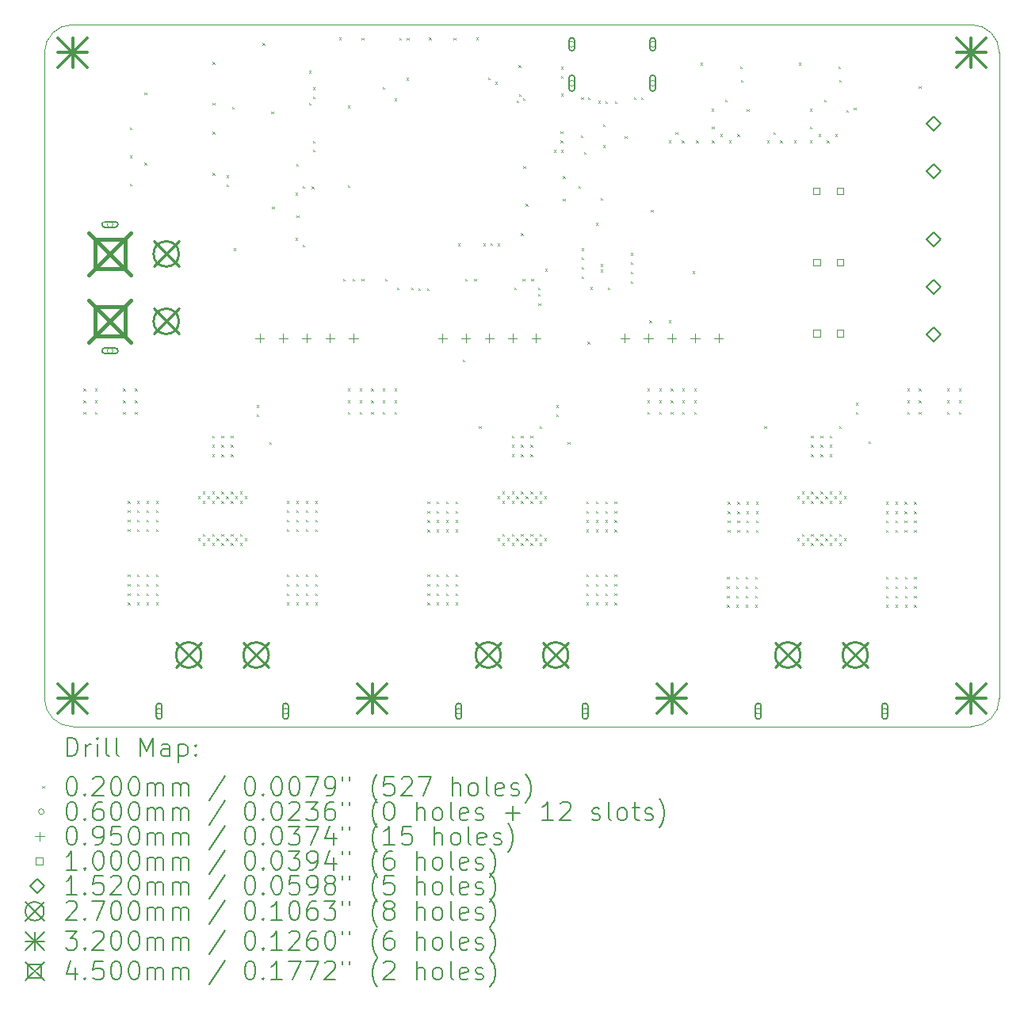
<source format=gbr>
%TF.GenerationSoftware,KiCad,Pcbnew,7.0.1*%
%TF.CreationDate,2023-07-17T00:52:39+01:00*%
%TF.ProjectId,Motor Driver Board,4d6f746f-7220-4447-9269-76657220426f,rev?*%
%TF.SameCoordinates,Original*%
%TF.FileFunction,Drillmap*%
%TF.FilePolarity,Positive*%
%FSLAX45Y45*%
G04 Gerber Fmt 4.5, Leading zero omitted, Abs format (unit mm)*
G04 Created by KiCad (PCBNEW 7.0.1) date 2023-07-17 00:52:39*
%MOMM*%
%LPD*%
G01*
G04 APERTURE LIST*
%ADD10C,0.100000*%
%ADD11C,0.200000*%
%ADD12C,0.020000*%
%ADD13C,0.060000*%
%ADD14C,0.095000*%
%ADD15C,0.152000*%
%ADD16C,0.270000*%
%ADD17C,0.320000*%
%ADD18C,0.450000*%
G04 APERTURE END LIST*
D10*
X10300000Y-13500000D02*
X19900000Y-13500000D01*
X10000000Y-13200000D02*
G75*
G03*
X10300000Y-13500000I300000J0D01*
G01*
X19900000Y-6000000D02*
X10300000Y-6000000D01*
X20200000Y-6300000D02*
G75*
G03*
X19900000Y-6000000I-300000J0D01*
G01*
X20200000Y-13200000D02*
X20200000Y-6300000D01*
X10000000Y-6300000D02*
X10000000Y-13200000D01*
X10300000Y-6000000D02*
G75*
G03*
X10000000Y-6300000I0J-300000D01*
G01*
X19900000Y-13500000D02*
G75*
G03*
X20200000Y-13200000I0J300000D01*
G01*
D11*
D12*
X10415000Y-9890000D02*
X10435000Y-9910000D01*
X10435000Y-9890000D02*
X10415000Y-9910000D01*
X10415000Y-10015000D02*
X10435000Y-10035000D01*
X10435000Y-10015000D02*
X10415000Y-10035000D01*
X10415000Y-10140000D02*
X10435000Y-10160000D01*
X10435000Y-10140000D02*
X10415000Y-10160000D01*
X10540000Y-9890000D02*
X10560000Y-9910000D01*
X10560000Y-9890000D02*
X10540000Y-9910000D01*
X10540000Y-10015000D02*
X10560000Y-10035000D01*
X10560000Y-10015000D02*
X10540000Y-10035000D01*
X10540000Y-10140000D02*
X10560000Y-10160000D01*
X10560000Y-10140000D02*
X10540000Y-10160000D01*
X10840000Y-9890000D02*
X10860000Y-9910000D01*
X10860000Y-9890000D02*
X10840000Y-9910000D01*
X10840000Y-10015000D02*
X10860000Y-10035000D01*
X10860000Y-10015000D02*
X10840000Y-10035000D01*
X10840000Y-10140000D02*
X10860000Y-10160000D01*
X10860000Y-10140000D02*
X10840000Y-10160000D01*
X10890000Y-11090000D02*
X10910000Y-11110000D01*
X10910000Y-11090000D02*
X10890000Y-11110000D01*
X10890000Y-11190000D02*
X10910000Y-11210000D01*
X10910000Y-11190000D02*
X10890000Y-11210000D01*
X10890000Y-11290000D02*
X10910000Y-11310000D01*
X10910000Y-11290000D02*
X10890000Y-11310000D01*
X10890000Y-11390000D02*
X10910000Y-11410000D01*
X10910000Y-11390000D02*
X10890000Y-11410000D01*
X10890000Y-11875000D02*
X10910000Y-11895000D01*
X10910000Y-11875000D02*
X10890000Y-11895000D01*
X10890000Y-11975000D02*
X10910000Y-11995000D01*
X10910000Y-11975000D02*
X10890000Y-11995000D01*
X10890000Y-12075000D02*
X10910000Y-12095000D01*
X10910000Y-12075000D02*
X10890000Y-12095000D01*
X10890000Y-12175000D02*
X10910000Y-12195000D01*
X10910000Y-12175000D02*
X10890000Y-12195000D01*
X10911838Y-7399939D02*
X10931838Y-7419939D01*
X10931838Y-7399939D02*
X10911838Y-7419939D01*
X10912289Y-7099517D02*
X10932289Y-7119517D01*
X10932289Y-7099517D02*
X10912289Y-7119517D01*
X10912741Y-7699908D02*
X10932741Y-7719908D01*
X10932741Y-7699908D02*
X10912741Y-7719908D01*
X10965000Y-9890000D02*
X10985000Y-9910000D01*
X10985000Y-9890000D02*
X10965000Y-9910000D01*
X10965000Y-10015000D02*
X10985000Y-10035000D01*
X10985000Y-10015000D02*
X10965000Y-10035000D01*
X10965000Y-10140000D02*
X10985000Y-10160000D01*
X10985000Y-10140000D02*
X10965000Y-10160000D01*
X10990000Y-11090000D02*
X11010000Y-11110000D01*
X11010000Y-11090000D02*
X10990000Y-11110000D01*
X10990000Y-11190000D02*
X11010000Y-11210000D01*
X11010000Y-11190000D02*
X10990000Y-11210000D01*
X10990000Y-11290000D02*
X11010000Y-11310000D01*
X11010000Y-11290000D02*
X10990000Y-11310000D01*
X10990000Y-11390000D02*
X11010000Y-11410000D01*
X11010000Y-11390000D02*
X10990000Y-11410000D01*
X10990000Y-11875000D02*
X11010000Y-11895000D01*
X11010000Y-11875000D02*
X10990000Y-11895000D01*
X10990000Y-11975000D02*
X11010000Y-11995000D01*
X11010000Y-11975000D02*
X10990000Y-11995000D01*
X10990000Y-12075000D02*
X11010000Y-12095000D01*
X11010000Y-12075000D02*
X10990000Y-12095000D01*
X10990000Y-12175000D02*
X11010000Y-12195000D01*
X11010000Y-12175000D02*
X10990000Y-12195000D01*
X11067000Y-6728000D02*
X11087000Y-6748000D01*
X11087000Y-6728000D02*
X11067000Y-6748000D01*
X11067116Y-7475541D02*
X11087116Y-7495541D01*
X11087116Y-7475541D02*
X11067116Y-7495541D01*
X11090000Y-11090000D02*
X11110000Y-11110000D01*
X11110000Y-11090000D02*
X11090000Y-11110000D01*
X11090000Y-11190000D02*
X11110000Y-11210000D01*
X11110000Y-11190000D02*
X11090000Y-11210000D01*
X11090000Y-11290000D02*
X11110000Y-11310000D01*
X11110000Y-11290000D02*
X11090000Y-11310000D01*
X11090000Y-11390000D02*
X11110000Y-11410000D01*
X11110000Y-11390000D02*
X11090000Y-11410000D01*
X11090000Y-11875000D02*
X11110000Y-11895000D01*
X11110000Y-11875000D02*
X11090000Y-11895000D01*
X11090000Y-11975000D02*
X11110000Y-11995000D01*
X11110000Y-11975000D02*
X11090000Y-11995000D01*
X11090000Y-12075000D02*
X11110000Y-12095000D01*
X11110000Y-12075000D02*
X11090000Y-12095000D01*
X11090000Y-12175000D02*
X11110000Y-12195000D01*
X11110000Y-12175000D02*
X11090000Y-12195000D01*
X11190000Y-11090000D02*
X11210000Y-11110000D01*
X11210000Y-11090000D02*
X11190000Y-11110000D01*
X11190000Y-11190000D02*
X11210000Y-11210000D01*
X11210000Y-11190000D02*
X11190000Y-11210000D01*
X11190000Y-11290000D02*
X11210000Y-11310000D01*
X11210000Y-11290000D02*
X11190000Y-11310000D01*
X11190000Y-11390000D02*
X11210000Y-11410000D01*
X11210000Y-11390000D02*
X11190000Y-11410000D01*
X11190000Y-11875000D02*
X11210000Y-11895000D01*
X11210000Y-11875000D02*
X11190000Y-11895000D01*
X11190000Y-11975000D02*
X11210000Y-11995000D01*
X11210000Y-11975000D02*
X11190000Y-11995000D01*
X11190000Y-12075000D02*
X11210000Y-12095000D01*
X11210000Y-12075000D02*
X11190000Y-12095000D01*
X11190000Y-12175000D02*
X11210000Y-12195000D01*
X11210000Y-12175000D02*
X11190000Y-12195000D01*
X11640000Y-11040000D02*
X11660000Y-11060000D01*
X11660000Y-11040000D02*
X11640000Y-11060000D01*
X11640000Y-11490000D02*
X11660000Y-11510000D01*
X11660000Y-11490000D02*
X11640000Y-11510000D01*
X11690000Y-10990000D02*
X11710000Y-11010000D01*
X11710000Y-10990000D02*
X11690000Y-11010000D01*
X11690000Y-11090000D02*
X11710000Y-11110000D01*
X11710000Y-11090000D02*
X11690000Y-11110000D01*
X11690000Y-11440000D02*
X11710000Y-11460000D01*
X11710000Y-11440000D02*
X11690000Y-11460000D01*
X11690000Y-11540000D02*
X11710000Y-11560000D01*
X11710000Y-11540000D02*
X11690000Y-11560000D01*
X11740000Y-11040000D02*
X11760000Y-11060000D01*
X11760000Y-11040000D02*
X11740000Y-11060000D01*
X11740000Y-11490000D02*
X11760000Y-11510000D01*
X11760000Y-11490000D02*
X11740000Y-11510000D01*
X11790000Y-10390000D02*
X11810000Y-10410000D01*
X11810000Y-10390000D02*
X11790000Y-10410000D01*
X11790000Y-10490000D02*
X11810000Y-10510000D01*
X11810000Y-10490000D02*
X11790000Y-10510000D01*
X11790000Y-10590000D02*
X11810000Y-10610000D01*
X11810000Y-10590000D02*
X11790000Y-10610000D01*
X11790000Y-10990000D02*
X11810000Y-11010000D01*
X11810000Y-10990000D02*
X11790000Y-11010000D01*
X11790000Y-11090000D02*
X11810000Y-11110000D01*
X11810000Y-11090000D02*
X11790000Y-11110000D01*
X11790000Y-11440000D02*
X11810000Y-11460000D01*
X11810000Y-11440000D02*
X11790000Y-11460000D01*
X11790000Y-11540000D02*
X11810000Y-11560000D01*
X11810000Y-11540000D02*
X11790000Y-11560000D01*
X11795000Y-6399000D02*
X11815000Y-6419000D01*
X11815000Y-6399000D02*
X11795000Y-6419000D01*
X11795000Y-7145000D02*
X11815000Y-7165000D01*
X11815000Y-7145000D02*
X11795000Y-7165000D01*
X11795000Y-7587000D02*
X11815000Y-7607000D01*
X11815000Y-7587000D02*
X11795000Y-7607000D01*
X11796000Y-6839000D02*
X11816000Y-6859000D01*
X11816000Y-6839000D02*
X11796000Y-6859000D01*
X11840000Y-11040000D02*
X11860000Y-11060000D01*
X11860000Y-11040000D02*
X11840000Y-11060000D01*
X11840000Y-11490000D02*
X11860000Y-11510000D01*
X11860000Y-11490000D02*
X11840000Y-11510000D01*
X11890000Y-10390000D02*
X11910000Y-10410000D01*
X11910000Y-10390000D02*
X11890000Y-10410000D01*
X11890000Y-10490000D02*
X11910000Y-10510000D01*
X11910000Y-10490000D02*
X11890000Y-10510000D01*
X11890000Y-10590000D02*
X11910000Y-10610000D01*
X11910000Y-10590000D02*
X11890000Y-10610000D01*
X11890000Y-10990000D02*
X11910000Y-11010000D01*
X11910000Y-10990000D02*
X11890000Y-11010000D01*
X11890000Y-11090000D02*
X11910000Y-11110000D01*
X11910000Y-11090000D02*
X11890000Y-11110000D01*
X11890000Y-11440000D02*
X11910000Y-11460000D01*
X11910000Y-11440000D02*
X11890000Y-11460000D01*
X11890000Y-11540000D02*
X11910000Y-11560000D01*
X11910000Y-11540000D02*
X11890000Y-11560000D01*
X11940000Y-11040000D02*
X11960000Y-11060000D01*
X11960000Y-11040000D02*
X11940000Y-11060000D01*
X11940000Y-11490000D02*
X11960000Y-11510000D01*
X11960000Y-11490000D02*
X11940000Y-11510000D01*
X11945000Y-7708000D02*
X11965000Y-7728000D01*
X11965000Y-7708000D02*
X11945000Y-7728000D01*
X11946000Y-7612000D02*
X11966000Y-7632000D01*
X11966000Y-7612000D02*
X11946000Y-7632000D01*
X11990000Y-10390000D02*
X12010000Y-10410000D01*
X12010000Y-10390000D02*
X11990000Y-10410000D01*
X11990000Y-10490000D02*
X12010000Y-10510000D01*
X12010000Y-10490000D02*
X11990000Y-10510000D01*
X11990000Y-10590000D02*
X12010000Y-10610000D01*
X12010000Y-10590000D02*
X11990000Y-10610000D01*
X11990000Y-10990000D02*
X12010000Y-11010000D01*
X12010000Y-10990000D02*
X11990000Y-11010000D01*
X11990000Y-11090000D02*
X12010000Y-11110000D01*
X12010000Y-11090000D02*
X11990000Y-11110000D01*
X11990000Y-11440000D02*
X12010000Y-11460000D01*
X12010000Y-11440000D02*
X11990000Y-11460000D01*
X11990000Y-11540000D02*
X12010000Y-11560000D01*
X12010000Y-11540000D02*
X11990000Y-11560000D01*
X12001500Y-6878500D02*
X12021500Y-6898500D01*
X12021500Y-6878500D02*
X12001500Y-6898500D01*
X12022605Y-8389593D02*
X12042605Y-8409593D01*
X12042605Y-8389593D02*
X12022605Y-8409593D01*
X12040000Y-11040000D02*
X12060000Y-11060000D01*
X12060000Y-11040000D02*
X12040000Y-11060000D01*
X12040000Y-11490000D02*
X12060000Y-11510000D01*
X12060000Y-11490000D02*
X12040000Y-11510000D01*
X12090000Y-10990000D02*
X12110000Y-11010000D01*
X12110000Y-10990000D02*
X12090000Y-11010000D01*
X12090000Y-11090000D02*
X12110000Y-11110000D01*
X12110000Y-11090000D02*
X12090000Y-11110000D01*
X12090000Y-11440000D02*
X12110000Y-11460000D01*
X12110000Y-11440000D02*
X12090000Y-11460000D01*
X12090000Y-11540000D02*
X12110000Y-11560000D01*
X12110000Y-11540000D02*
X12090000Y-11560000D01*
X12140000Y-11040000D02*
X12160000Y-11060000D01*
X12160000Y-11040000D02*
X12140000Y-11060000D01*
X12140000Y-11490000D02*
X12160000Y-11510000D01*
X12160000Y-11490000D02*
X12140000Y-11510000D01*
X12265000Y-10065000D02*
X12285000Y-10085000D01*
X12285000Y-10065000D02*
X12265000Y-10085000D01*
X12265000Y-10165000D02*
X12285000Y-10185000D01*
X12285000Y-10165000D02*
X12265000Y-10185000D01*
X12331000Y-6196000D02*
X12351000Y-6216000D01*
X12351000Y-6196000D02*
X12331000Y-6216000D01*
X12401000Y-10461000D02*
X12421000Y-10481000D01*
X12421000Y-10461000D02*
X12401000Y-10481000D01*
X12422000Y-6927000D02*
X12442000Y-6947000D01*
X12442000Y-6927000D02*
X12422000Y-6947000D01*
X12429908Y-7945873D02*
X12449908Y-7965873D01*
X12449908Y-7945873D02*
X12429908Y-7965873D01*
X12590000Y-11090000D02*
X12610000Y-11110000D01*
X12610000Y-11090000D02*
X12590000Y-11110000D01*
X12590000Y-11190000D02*
X12610000Y-11210000D01*
X12610000Y-11190000D02*
X12590000Y-11210000D01*
X12590000Y-11290000D02*
X12610000Y-11310000D01*
X12610000Y-11290000D02*
X12590000Y-11310000D01*
X12590000Y-11390000D02*
X12610000Y-11410000D01*
X12610000Y-11390000D02*
X12590000Y-11410000D01*
X12590000Y-11875000D02*
X12610000Y-11895000D01*
X12610000Y-11875000D02*
X12590000Y-11895000D01*
X12590000Y-11975000D02*
X12610000Y-11995000D01*
X12610000Y-11975000D02*
X12590000Y-11995000D01*
X12590000Y-12075000D02*
X12610000Y-12095000D01*
X12610000Y-12075000D02*
X12590000Y-12095000D01*
X12590000Y-12175000D02*
X12610000Y-12195000D01*
X12610000Y-12175000D02*
X12590000Y-12195000D01*
X12679900Y-7798000D02*
X12699900Y-7818000D01*
X12699900Y-7798000D02*
X12679900Y-7818000D01*
X12680900Y-8279000D02*
X12700900Y-8299000D01*
X12700900Y-8279000D02*
X12680900Y-8299000D01*
X12690000Y-7490000D02*
X12710000Y-7510000D01*
X12710000Y-7490000D02*
X12690000Y-7510000D01*
X12690000Y-11090000D02*
X12710000Y-11110000D01*
X12710000Y-11090000D02*
X12690000Y-11110000D01*
X12690000Y-11190000D02*
X12710000Y-11210000D01*
X12710000Y-11190000D02*
X12690000Y-11210000D01*
X12690000Y-11290000D02*
X12710000Y-11310000D01*
X12710000Y-11290000D02*
X12690000Y-11310000D01*
X12690000Y-11390000D02*
X12710000Y-11410000D01*
X12710000Y-11390000D02*
X12690000Y-11410000D01*
X12690000Y-11875000D02*
X12710000Y-11895000D01*
X12710000Y-11875000D02*
X12690000Y-11895000D01*
X12690000Y-11975000D02*
X12710000Y-11995000D01*
X12710000Y-11975000D02*
X12690000Y-11995000D01*
X12690000Y-12075000D02*
X12710000Y-12095000D01*
X12710000Y-12075000D02*
X12690000Y-12095000D01*
X12690000Y-12175000D02*
X12710000Y-12195000D01*
X12710000Y-12175000D02*
X12690000Y-12195000D01*
X12692900Y-8041000D02*
X12712900Y-8061000D01*
X12712900Y-8041000D02*
X12692900Y-8061000D01*
X12754900Y-8351000D02*
X12774900Y-8371000D01*
X12774900Y-8351000D02*
X12754900Y-8371000D01*
X12755900Y-7728000D02*
X12775900Y-7748000D01*
X12775900Y-7728000D02*
X12755900Y-7748000D01*
X12790000Y-11090000D02*
X12810000Y-11110000D01*
X12810000Y-11090000D02*
X12790000Y-11110000D01*
X12790000Y-11190000D02*
X12810000Y-11210000D01*
X12810000Y-11190000D02*
X12790000Y-11210000D01*
X12790000Y-11290000D02*
X12810000Y-11310000D01*
X12810000Y-11290000D02*
X12790000Y-11310000D01*
X12790000Y-11390000D02*
X12810000Y-11410000D01*
X12810000Y-11390000D02*
X12790000Y-11410000D01*
X12790000Y-11875000D02*
X12810000Y-11895000D01*
X12810000Y-11875000D02*
X12790000Y-11895000D01*
X12790000Y-11975000D02*
X12810000Y-11995000D01*
X12810000Y-11975000D02*
X12790000Y-11995000D01*
X12790000Y-12075000D02*
X12810000Y-12095000D01*
X12810000Y-12075000D02*
X12790000Y-12095000D01*
X12790000Y-12175000D02*
X12810000Y-12195000D01*
X12810000Y-12175000D02*
X12790000Y-12195000D01*
X12825000Y-6495000D02*
X12845000Y-6515000D01*
X12845000Y-6495000D02*
X12825000Y-6515000D01*
X12826000Y-6834000D02*
X12846000Y-6854000D01*
X12846000Y-6834000D02*
X12826000Y-6854000D01*
X12855900Y-7730000D02*
X12875900Y-7750000D01*
X12875900Y-7730000D02*
X12855900Y-7750000D01*
X12866000Y-6670000D02*
X12886000Y-6690000D01*
X12886000Y-6670000D02*
X12866000Y-6690000D01*
X12866000Y-6766000D02*
X12886000Y-6786000D01*
X12886000Y-6766000D02*
X12866000Y-6786000D01*
X12866000Y-7242000D02*
X12886000Y-7262000D01*
X12886000Y-7242000D02*
X12866000Y-7262000D01*
X12866000Y-7338000D02*
X12886000Y-7358000D01*
X12886000Y-7338000D02*
X12866000Y-7358000D01*
X12890000Y-11090000D02*
X12910000Y-11110000D01*
X12910000Y-11090000D02*
X12890000Y-11110000D01*
X12890000Y-11190000D02*
X12910000Y-11210000D01*
X12910000Y-11190000D02*
X12890000Y-11210000D01*
X12890000Y-11290000D02*
X12910000Y-11310000D01*
X12910000Y-11290000D02*
X12890000Y-11310000D01*
X12890000Y-11390000D02*
X12910000Y-11410000D01*
X12910000Y-11390000D02*
X12890000Y-11410000D01*
X12890000Y-11875000D02*
X12910000Y-11895000D01*
X12910000Y-11875000D02*
X12890000Y-11895000D01*
X12890000Y-11975000D02*
X12910000Y-11995000D01*
X12910000Y-11975000D02*
X12890000Y-11995000D01*
X12890000Y-12075000D02*
X12910000Y-12095000D01*
X12910000Y-12075000D02*
X12890000Y-12095000D01*
X12890000Y-12175000D02*
X12910000Y-12195000D01*
X12910000Y-12175000D02*
X12890000Y-12195000D01*
X13149000Y-6139000D02*
X13169000Y-6159000D01*
X13169000Y-6139000D02*
X13149000Y-6159000D01*
X13190000Y-8715000D02*
X13210000Y-8735000D01*
X13210000Y-8715000D02*
X13190000Y-8735000D01*
X13240000Y-6865000D02*
X13260000Y-6885000D01*
X13260000Y-6865000D02*
X13240000Y-6885000D01*
X13240000Y-7715000D02*
X13260000Y-7735000D01*
X13260000Y-7715000D02*
X13240000Y-7735000D01*
X13240000Y-9890000D02*
X13260000Y-9910000D01*
X13260000Y-9890000D02*
X13240000Y-9910000D01*
X13240000Y-10015000D02*
X13260000Y-10035000D01*
X13260000Y-10015000D02*
X13240000Y-10035000D01*
X13240000Y-10140000D02*
X13260000Y-10160000D01*
X13260000Y-10140000D02*
X13240000Y-10160000D01*
X13290000Y-8715000D02*
X13310000Y-8735000D01*
X13310000Y-8715000D02*
X13290000Y-8735000D01*
X13365000Y-9890000D02*
X13385000Y-9910000D01*
X13385000Y-9890000D02*
X13365000Y-9910000D01*
X13365000Y-10015000D02*
X13385000Y-10035000D01*
X13385000Y-10015000D02*
X13365000Y-10035000D01*
X13365000Y-10140000D02*
X13385000Y-10160000D01*
X13385000Y-10140000D02*
X13365000Y-10160000D01*
X13387000Y-6141000D02*
X13407000Y-6161000D01*
X13407000Y-6141000D02*
X13387000Y-6161000D01*
X13387000Y-8716000D02*
X13407000Y-8736000D01*
X13407000Y-8716000D02*
X13387000Y-8736000D01*
X13490000Y-9890000D02*
X13510000Y-9910000D01*
X13510000Y-9890000D02*
X13490000Y-9910000D01*
X13490000Y-10015000D02*
X13510000Y-10035000D01*
X13510000Y-10015000D02*
X13490000Y-10035000D01*
X13490000Y-10140000D02*
X13510000Y-10160000D01*
X13510000Y-10140000D02*
X13490000Y-10160000D01*
X13615000Y-6665000D02*
X13635000Y-6685000D01*
X13635000Y-6665000D02*
X13615000Y-6685000D01*
X13615000Y-9890000D02*
X13635000Y-9910000D01*
X13635000Y-9890000D02*
X13615000Y-9910000D01*
X13615000Y-10015000D02*
X13635000Y-10035000D01*
X13635000Y-10015000D02*
X13615000Y-10035000D01*
X13615000Y-10140000D02*
X13635000Y-10160000D01*
X13635000Y-10140000D02*
X13615000Y-10160000D01*
X13640000Y-8715000D02*
X13660000Y-8735000D01*
X13660000Y-8715000D02*
X13640000Y-8735000D01*
X13740000Y-6790000D02*
X13760000Y-6810000D01*
X13760000Y-6790000D02*
X13740000Y-6810000D01*
X13740000Y-9890000D02*
X13760000Y-9910000D01*
X13760000Y-9890000D02*
X13740000Y-9910000D01*
X13740000Y-10015000D02*
X13760000Y-10035000D01*
X13760000Y-10015000D02*
X13740000Y-10035000D01*
X13740000Y-10140000D02*
X13760000Y-10160000D01*
X13760000Y-10140000D02*
X13740000Y-10160000D01*
X13765000Y-8810000D02*
X13785000Y-8830000D01*
X13785000Y-8810000D02*
X13765000Y-8830000D01*
X13788000Y-6140000D02*
X13808000Y-6160000D01*
X13808000Y-6140000D02*
X13788000Y-6160000D01*
X13865000Y-6570000D02*
X13885000Y-6590000D01*
X13885000Y-6570000D02*
X13865000Y-6590000D01*
X13871000Y-6140000D02*
X13891000Y-6160000D01*
X13891000Y-6140000D02*
X13871000Y-6160000D01*
X13915000Y-8810000D02*
X13935000Y-8830000D01*
X13935000Y-8810000D02*
X13915000Y-8830000D01*
X13991000Y-8815000D02*
X14011000Y-8835000D01*
X14011000Y-8815000D02*
X13991000Y-8835000D01*
X14088000Y-8815000D02*
X14108000Y-8835000D01*
X14108000Y-8815000D02*
X14088000Y-8835000D01*
X14090000Y-11875000D02*
X14110000Y-11895000D01*
X14110000Y-11875000D02*
X14090000Y-11895000D01*
X14090000Y-11975000D02*
X14110000Y-11995000D01*
X14110000Y-11975000D02*
X14090000Y-11995000D01*
X14090000Y-12075000D02*
X14110000Y-12095000D01*
X14110000Y-12075000D02*
X14090000Y-12095000D01*
X14090000Y-12175000D02*
X14110000Y-12195000D01*
X14110000Y-12175000D02*
X14090000Y-12195000D01*
X14090500Y-11095000D02*
X14110500Y-11115000D01*
X14110500Y-11095000D02*
X14090500Y-11115000D01*
X14090500Y-11195000D02*
X14110500Y-11215000D01*
X14110500Y-11195000D02*
X14090500Y-11215000D01*
X14090500Y-11295000D02*
X14110500Y-11315000D01*
X14110500Y-11295000D02*
X14090500Y-11315000D01*
X14090500Y-11395000D02*
X14110500Y-11415000D01*
X14110500Y-11395000D02*
X14090500Y-11415000D01*
X14109000Y-6139000D02*
X14129000Y-6159000D01*
X14129000Y-6139000D02*
X14109000Y-6159000D01*
X14190000Y-11875000D02*
X14210000Y-11895000D01*
X14210000Y-11875000D02*
X14190000Y-11895000D01*
X14190000Y-11975000D02*
X14210000Y-11995000D01*
X14210000Y-11975000D02*
X14190000Y-11995000D01*
X14190000Y-12075000D02*
X14210000Y-12095000D01*
X14210000Y-12075000D02*
X14190000Y-12095000D01*
X14190000Y-12175000D02*
X14210000Y-12195000D01*
X14210000Y-12175000D02*
X14190000Y-12195000D01*
X14190500Y-11095000D02*
X14210500Y-11115000D01*
X14210500Y-11095000D02*
X14190500Y-11115000D01*
X14190500Y-11195000D02*
X14210500Y-11215000D01*
X14210500Y-11195000D02*
X14190500Y-11215000D01*
X14190500Y-11295000D02*
X14210500Y-11315000D01*
X14210500Y-11295000D02*
X14190500Y-11315000D01*
X14190500Y-11395000D02*
X14210500Y-11415000D01*
X14210500Y-11395000D02*
X14190500Y-11415000D01*
X14290000Y-11875000D02*
X14310000Y-11895000D01*
X14310000Y-11875000D02*
X14290000Y-11895000D01*
X14290000Y-11975000D02*
X14310000Y-11995000D01*
X14310000Y-11975000D02*
X14290000Y-11995000D01*
X14290000Y-12075000D02*
X14310000Y-12095000D01*
X14310000Y-12075000D02*
X14290000Y-12095000D01*
X14290000Y-12175000D02*
X14310000Y-12195000D01*
X14310000Y-12175000D02*
X14290000Y-12195000D01*
X14290500Y-11095000D02*
X14310500Y-11115000D01*
X14310500Y-11095000D02*
X14290500Y-11115000D01*
X14290500Y-11195000D02*
X14310500Y-11215000D01*
X14310500Y-11195000D02*
X14290500Y-11215000D01*
X14290500Y-11295000D02*
X14310500Y-11315000D01*
X14310500Y-11295000D02*
X14290500Y-11315000D01*
X14290500Y-11395000D02*
X14310500Y-11415000D01*
X14310500Y-11395000D02*
X14290500Y-11415000D01*
X14371000Y-6140000D02*
X14391000Y-6160000D01*
X14391000Y-6140000D02*
X14371000Y-6160000D01*
X14390000Y-11875000D02*
X14410000Y-11895000D01*
X14410000Y-11875000D02*
X14390000Y-11895000D01*
X14390000Y-11975000D02*
X14410000Y-11995000D01*
X14410000Y-11975000D02*
X14390000Y-11995000D01*
X14390000Y-12075000D02*
X14410000Y-12095000D01*
X14410000Y-12075000D02*
X14390000Y-12095000D01*
X14390000Y-12175000D02*
X14410000Y-12195000D01*
X14410000Y-12175000D02*
X14390000Y-12195000D01*
X14390500Y-11095000D02*
X14410500Y-11115000D01*
X14410500Y-11095000D02*
X14390500Y-11115000D01*
X14390500Y-11195000D02*
X14410500Y-11215000D01*
X14410500Y-11195000D02*
X14390500Y-11215000D01*
X14390500Y-11295000D02*
X14410500Y-11315000D01*
X14410500Y-11295000D02*
X14390500Y-11315000D01*
X14390500Y-11395000D02*
X14410500Y-11415000D01*
X14410500Y-11395000D02*
X14390500Y-11415000D01*
X14415000Y-8340000D02*
X14435000Y-8360000D01*
X14435000Y-8340000D02*
X14415000Y-8360000D01*
X14465000Y-9580000D02*
X14485000Y-9600000D01*
X14485000Y-9580000D02*
X14465000Y-9600000D01*
X14492000Y-8715000D02*
X14512000Y-8735000D01*
X14512000Y-8715000D02*
X14492000Y-8735000D01*
X14589000Y-8715000D02*
X14609000Y-8735000D01*
X14609000Y-8715000D02*
X14589000Y-8735000D01*
X14609000Y-6139000D02*
X14629000Y-6159000D01*
X14629000Y-6139000D02*
X14609000Y-6159000D01*
X14640000Y-10290000D02*
X14660000Y-10310000D01*
X14660000Y-10290000D02*
X14640000Y-10310000D01*
X14690000Y-8340000D02*
X14710000Y-8360000D01*
X14710000Y-8340000D02*
X14690000Y-8360000D01*
X14740000Y-6565000D02*
X14760000Y-6585000D01*
X14760000Y-6565000D02*
X14740000Y-6585000D01*
X14764701Y-8336687D02*
X14784701Y-8356687D01*
X14784701Y-8336687D02*
X14764701Y-8356687D01*
X14815000Y-6612550D02*
X14835000Y-6632550D01*
X14835000Y-6612550D02*
X14815000Y-6632550D01*
X14840000Y-8340000D02*
X14860000Y-8360000D01*
X14860000Y-8340000D02*
X14840000Y-8360000D01*
X14840000Y-11040000D02*
X14860000Y-11060000D01*
X14860000Y-11040000D02*
X14840000Y-11060000D01*
X14840000Y-11490000D02*
X14860000Y-11510000D01*
X14860000Y-11490000D02*
X14840000Y-11510000D01*
X14890000Y-10990000D02*
X14910000Y-11010000D01*
X14910000Y-10990000D02*
X14890000Y-11010000D01*
X14890000Y-11090000D02*
X14910000Y-11110000D01*
X14910000Y-11090000D02*
X14890000Y-11110000D01*
X14890000Y-11440000D02*
X14910000Y-11460000D01*
X14910000Y-11440000D02*
X14890000Y-11460000D01*
X14890000Y-11540000D02*
X14910000Y-11560000D01*
X14910000Y-11540000D02*
X14890000Y-11560000D01*
X14940000Y-11040000D02*
X14960000Y-11060000D01*
X14960000Y-11040000D02*
X14940000Y-11060000D01*
X14940000Y-11490000D02*
X14960000Y-11510000D01*
X14960000Y-11490000D02*
X14940000Y-11510000D01*
X14990000Y-10390000D02*
X15010000Y-10410000D01*
X15010000Y-10390000D02*
X14990000Y-10410000D01*
X14990000Y-10490000D02*
X15010000Y-10510000D01*
X15010000Y-10490000D02*
X14990000Y-10510000D01*
X14990000Y-10590000D02*
X15010000Y-10610000D01*
X15010000Y-10590000D02*
X14990000Y-10610000D01*
X14990000Y-10990000D02*
X15010000Y-11010000D01*
X15010000Y-10990000D02*
X14990000Y-11010000D01*
X14990000Y-11090000D02*
X15010000Y-11110000D01*
X15010000Y-11090000D02*
X14990000Y-11110000D01*
X14990000Y-11440000D02*
X15010000Y-11460000D01*
X15010000Y-11440000D02*
X14990000Y-11460000D01*
X14990000Y-11540000D02*
X15010000Y-11560000D01*
X15010000Y-11540000D02*
X14990000Y-11560000D01*
X15015304Y-8807468D02*
X15035304Y-8827468D01*
X15035304Y-8807468D02*
X15015304Y-8827468D01*
X15040000Y-11040000D02*
X15060000Y-11060000D01*
X15060000Y-11040000D02*
X15040000Y-11060000D01*
X15040000Y-11490000D02*
X15060000Y-11510000D01*
X15060000Y-11490000D02*
X15040000Y-11510000D01*
X15043200Y-6810500D02*
X15063200Y-6830500D01*
X15063200Y-6810500D02*
X15043200Y-6830500D01*
X15065000Y-6434000D02*
X15085000Y-6454000D01*
X15085000Y-6434000D02*
X15065000Y-6454000D01*
X15067019Y-6742019D02*
X15087019Y-6762019D01*
X15087019Y-6742019D02*
X15067019Y-6762019D01*
X15090000Y-8229805D02*
X15110000Y-8249805D01*
X15110000Y-8229805D02*
X15090000Y-8249805D01*
X15090000Y-10390000D02*
X15110000Y-10410000D01*
X15110000Y-10390000D02*
X15090000Y-10410000D01*
X15090000Y-10490000D02*
X15110000Y-10510000D01*
X15110000Y-10490000D02*
X15090000Y-10510000D01*
X15090000Y-10590000D02*
X15110000Y-10610000D01*
X15110000Y-10590000D02*
X15090000Y-10610000D01*
X15090000Y-10990000D02*
X15110000Y-11010000D01*
X15110000Y-10990000D02*
X15090000Y-11010000D01*
X15090000Y-11090000D02*
X15110000Y-11110000D01*
X15110000Y-11090000D02*
X15090000Y-11110000D01*
X15090000Y-11440000D02*
X15110000Y-11460000D01*
X15110000Y-11440000D02*
X15090000Y-11460000D01*
X15090000Y-11540000D02*
X15110000Y-11560000D01*
X15110000Y-11540000D02*
X15090000Y-11560000D01*
X15106000Y-8717000D02*
X15126000Y-8737000D01*
X15126000Y-8717000D02*
X15106000Y-8737000D01*
X15112981Y-6787981D02*
X15132981Y-6807981D01*
X15132981Y-6787981D02*
X15112981Y-6807981D01*
X15115000Y-7515000D02*
X15135000Y-7535000D01*
X15135000Y-7515000D02*
X15115000Y-7535000D01*
X15140000Y-7915000D02*
X15160000Y-7935000D01*
X15160000Y-7915000D02*
X15140000Y-7935000D01*
X15140000Y-11040000D02*
X15160000Y-11060000D01*
X15160000Y-11040000D02*
X15140000Y-11060000D01*
X15140000Y-11490000D02*
X15160000Y-11510000D01*
X15160000Y-11490000D02*
X15140000Y-11510000D01*
X15190000Y-10390000D02*
X15210000Y-10410000D01*
X15210000Y-10390000D02*
X15190000Y-10410000D01*
X15190000Y-10490000D02*
X15210000Y-10510000D01*
X15210000Y-10490000D02*
X15190000Y-10510000D01*
X15190000Y-10590000D02*
X15210000Y-10610000D01*
X15210000Y-10590000D02*
X15190000Y-10610000D01*
X15190000Y-10990000D02*
X15210000Y-11010000D01*
X15210000Y-10990000D02*
X15190000Y-11010000D01*
X15190000Y-11090000D02*
X15210000Y-11110000D01*
X15210000Y-11090000D02*
X15190000Y-11110000D01*
X15190000Y-11440000D02*
X15210000Y-11460000D01*
X15210000Y-11440000D02*
X15190000Y-11460000D01*
X15190000Y-11540000D02*
X15210000Y-11560000D01*
X15210000Y-11540000D02*
X15190000Y-11560000D01*
X15201000Y-8716000D02*
X15221000Y-8736000D01*
X15221000Y-8716000D02*
X15201000Y-8736000D01*
X15240000Y-11040000D02*
X15260000Y-11060000D01*
X15260000Y-11040000D02*
X15240000Y-11060000D01*
X15240000Y-11490000D02*
X15260000Y-11510000D01*
X15260000Y-11490000D02*
X15240000Y-11510000D01*
X15274127Y-8811026D02*
X15294127Y-8831026D01*
X15294127Y-8811026D02*
X15274127Y-8831026D01*
X15274278Y-8879096D02*
X15294278Y-8899096D01*
X15294278Y-8879096D02*
X15274278Y-8899096D01*
X15275142Y-8980441D02*
X15295142Y-9000441D01*
X15295142Y-8980441D02*
X15275142Y-9000441D01*
X15290000Y-10290000D02*
X15310000Y-10310000D01*
X15310000Y-10290000D02*
X15290000Y-10310000D01*
X15290000Y-10990000D02*
X15310000Y-11010000D01*
X15310000Y-10990000D02*
X15290000Y-11010000D01*
X15290000Y-11090000D02*
X15310000Y-11110000D01*
X15310000Y-11090000D02*
X15290000Y-11110000D01*
X15290000Y-11440000D02*
X15310000Y-11460000D01*
X15310000Y-11440000D02*
X15290000Y-11460000D01*
X15290000Y-11540000D02*
X15310000Y-11560000D01*
X15310000Y-11540000D02*
X15290000Y-11560000D01*
X15340000Y-11040000D02*
X15360000Y-11060000D01*
X15360000Y-11040000D02*
X15340000Y-11060000D01*
X15340000Y-11490000D02*
X15360000Y-11510000D01*
X15360000Y-11490000D02*
X15340000Y-11510000D01*
X15350000Y-8610000D02*
X15370000Y-8630000D01*
X15370000Y-8610000D02*
X15350000Y-8630000D01*
X15440000Y-7340000D02*
X15460000Y-7360000D01*
X15460000Y-7340000D02*
X15440000Y-7360000D01*
X15465000Y-10065000D02*
X15485000Y-10085000D01*
X15485000Y-10065000D02*
X15465000Y-10085000D01*
X15465000Y-10165000D02*
X15485000Y-10185000D01*
X15485000Y-10165000D02*
X15465000Y-10185000D01*
X15514000Y-7142000D02*
X15534000Y-7162000D01*
X15534000Y-7142000D02*
X15514000Y-7162000D01*
X15514000Y-7239000D02*
X15534000Y-7259000D01*
X15534000Y-7239000D02*
X15514000Y-7259000D01*
X15515000Y-6452000D02*
X15535000Y-6472000D01*
X15535000Y-6452000D02*
X15515000Y-6472000D01*
X15515000Y-6548000D02*
X15535000Y-6568000D01*
X15535000Y-6548000D02*
X15515000Y-6568000D01*
X15515000Y-6739000D02*
X15535000Y-6759000D01*
X15535000Y-6739000D02*
X15515000Y-6759000D01*
X15515000Y-7340000D02*
X15535000Y-7360000D01*
X15535000Y-7340000D02*
X15515000Y-7360000D01*
X15540000Y-7620000D02*
X15560000Y-7640000D01*
X15560000Y-7620000D02*
X15540000Y-7640000D01*
X15540000Y-7860000D02*
X15560000Y-7880000D01*
X15560000Y-7860000D02*
X15540000Y-7880000D01*
X15590000Y-10460000D02*
X15610000Y-10480000D01*
X15610000Y-10460000D02*
X15590000Y-10480000D01*
X15702000Y-7726000D02*
X15722000Y-7746000D01*
X15722000Y-7726000D02*
X15702000Y-7746000D01*
X15730000Y-7185000D02*
X15750000Y-7205000D01*
X15750000Y-7185000D02*
X15730000Y-7205000D01*
X15734500Y-6776800D02*
X15754500Y-6796800D01*
X15754500Y-6776800D02*
X15734500Y-6796800D01*
X15740000Y-8390000D02*
X15760000Y-8410000D01*
X15760000Y-8390000D02*
X15740000Y-8410000D01*
X15740000Y-8490000D02*
X15760000Y-8510000D01*
X15760000Y-8490000D02*
X15740000Y-8510000D01*
X15740000Y-8590000D02*
X15760000Y-8610000D01*
X15760000Y-8590000D02*
X15740000Y-8610000D01*
X15740000Y-8690000D02*
X15760000Y-8710000D01*
X15760000Y-8690000D02*
X15740000Y-8710000D01*
X15765000Y-7362550D02*
X15785000Y-7382550D01*
X15785000Y-7362550D02*
X15765000Y-7382550D01*
X15790000Y-11095000D02*
X15810000Y-11115000D01*
X15810000Y-11095000D02*
X15790000Y-11115000D01*
X15790000Y-11195000D02*
X15810000Y-11215000D01*
X15810000Y-11195000D02*
X15790000Y-11215000D01*
X15790000Y-11295000D02*
X15810000Y-11315000D01*
X15810000Y-11295000D02*
X15790000Y-11315000D01*
X15790000Y-11395000D02*
X15810000Y-11415000D01*
X15810000Y-11395000D02*
X15790000Y-11415000D01*
X15790000Y-11875000D02*
X15810000Y-11895000D01*
X15810000Y-11875000D02*
X15790000Y-11895000D01*
X15790000Y-11975000D02*
X15810000Y-11995000D01*
X15810000Y-11975000D02*
X15790000Y-11995000D01*
X15790000Y-12075000D02*
X15810000Y-12095000D01*
X15810000Y-12075000D02*
X15790000Y-12095000D01*
X15790000Y-12175000D02*
X15810000Y-12195000D01*
X15810000Y-12175000D02*
X15790000Y-12195000D01*
X15800000Y-9390000D02*
X15820000Y-9410000D01*
X15820000Y-9390000D02*
X15800000Y-9410000D01*
X15807500Y-6777700D02*
X15827500Y-6797700D01*
X15827500Y-6777700D02*
X15807500Y-6797700D01*
X15830804Y-8804667D02*
X15850804Y-8824667D01*
X15850804Y-8804667D02*
X15830804Y-8824667D01*
X15890000Y-8120000D02*
X15910000Y-8140000D01*
X15910000Y-8120000D02*
X15890000Y-8140000D01*
X15890000Y-11095000D02*
X15910000Y-11115000D01*
X15910000Y-11095000D02*
X15890000Y-11115000D01*
X15890000Y-11195000D02*
X15910000Y-11215000D01*
X15910000Y-11195000D02*
X15890000Y-11215000D01*
X15890000Y-11295000D02*
X15910000Y-11315000D01*
X15910000Y-11295000D02*
X15890000Y-11315000D01*
X15890000Y-11395000D02*
X15910000Y-11415000D01*
X15910000Y-11395000D02*
X15890000Y-11415000D01*
X15890000Y-11875000D02*
X15910000Y-11895000D01*
X15910000Y-11875000D02*
X15890000Y-11895000D01*
X15890000Y-11975000D02*
X15910000Y-11995000D01*
X15910000Y-11975000D02*
X15890000Y-11995000D01*
X15890000Y-12075000D02*
X15910000Y-12095000D01*
X15910000Y-12075000D02*
X15890000Y-12095000D01*
X15890000Y-12175000D02*
X15910000Y-12195000D01*
X15910000Y-12175000D02*
X15890000Y-12195000D01*
X15915000Y-6815000D02*
X15935000Y-6835000D01*
X15935000Y-6815000D02*
X15915000Y-6835000D01*
X15938000Y-7854000D02*
X15958000Y-7874000D01*
X15958000Y-7854000D02*
X15938000Y-7874000D01*
X15940000Y-8558000D02*
X15960000Y-8578000D01*
X15960000Y-8558000D02*
X15940000Y-8578000D01*
X15940000Y-8620000D02*
X15960000Y-8640000D01*
X15960000Y-8620000D02*
X15940000Y-8640000D01*
X15965000Y-7065000D02*
X15985000Y-7085000D01*
X15985000Y-7065000D02*
X15965000Y-7085000D01*
X15965000Y-7290000D02*
X15985000Y-7310000D01*
X15985000Y-7290000D02*
X15965000Y-7310000D01*
X15990000Y-11095000D02*
X16010000Y-11115000D01*
X16010000Y-11095000D02*
X15990000Y-11115000D01*
X15990000Y-11195000D02*
X16010000Y-11215000D01*
X16010000Y-11195000D02*
X15990000Y-11215000D01*
X15990000Y-11295000D02*
X16010000Y-11315000D01*
X16010000Y-11295000D02*
X15990000Y-11315000D01*
X15990000Y-11395000D02*
X16010000Y-11415000D01*
X16010000Y-11395000D02*
X15990000Y-11415000D01*
X15990000Y-11875000D02*
X16010000Y-11895000D01*
X16010000Y-11875000D02*
X15990000Y-11895000D01*
X15990000Y-11975000D02*
X16010000Y-11995000D01*
X16010000Y-11975000D02*
X15990000Y-11995000D01*
X15990000Y-12075000D02*
X16010000Y-12095000D01*
X16010000Y-12075000D02*
X15990000Y-12095000D01*
X15990000Y-12175000D02*
X16010000Y-12195000D01*
X16010000Y-12175000D02*
X15990000Y-12195000D01*
X15991465Y-6819450D02*
X16011465Y-6839450D01*
X16011465Y-6819450D02*
X15991465Y-6839450D01*
X16015438Y-8806991D02*
X16035438Y-8826991D01*
X16035438Y-8806991D02*
X16015438Y-8826991D01*
X16090000Y-11095000D02*
X16110000Y-11115000D01*
X16110000Y-11095000D02*
X16090000Y-11115000D01*
X16090000Y-11195000D02*
X16110000Y-11215000D01*
X16110000Y-11195000D02*
X16090000Y-11215000D01*
X16090000Y-11295000D02*
X16110000Y-11315000D01*
X16110000Y-11295000D02*
X16090000Y-11315000D01*
X16090000Y-11395000D02*
X16110000Y-11415000D01*
X16110000Y-11395000D02*
X16090000Y-11415000D01*
X16090000Y-11875000D02*
X16110000Y-11895000D01*
X16110000Y-11875000D02*
X16090000Y-11895000D01*
X16090000Y-11975000D02*
X16110000Y-11995000D01*
X16110000Y-11975000D02*
X16090000Y-11995000D01*
X16090000Y-12075000D02*
X16110000Y-12095000D01*
X16110000Y-12075000D02*
X16090000Y-12095000D01*
X16090000Y-12175000D02*
X16110000Y-12195000D01*
X16110000Y-12175000D02*
X16090000Y-12195000D01*
X16090703Y-6817840D02*
X16110703Y-6837840D01*
X16110703Y-6817840D02*
X16090703Y-6837840D01*
X16200000Y-7193000D02*
X16220000Y-7213000D01*
X16220000Y-7193000D02*
X16200000Y-7213000D01*
X16265000Y-8440000D02*
X16285000Y-8460000D01*
X16285000Y-8440000D02*
X16265000Y-8460000D01*
X16265000Y-8540000D02*
X16285000Y-8560000D01*
X16285000Y-8540000D02*
X16265000Y-8560000D01*
X16265000Y-8640000D02*
X16285000Y-8660000D01*
X16285000Y-8640000D02*
X16265000Y-8660000D01*
X16265000Y-8740000D02*
X16285000Y-8760000D01*
X16285000Y-8740000D02*
X16265000Y-8760000D01*
X16294800Y-6776000D02*
X16314800Y-6796000D01*
X16314800Y-6776000D02*
X16294800Y-6796000D01*
X16374900Y-6776200D02*
X16394900Y-6796200D01*
X16394900Y-6776200D02*
X16374900Y-6796200D01*
X16440000Y-9890000D02*
X16460000Y-9910000D01*
X16460000Y-9890000D02*
X16440000Y-9910000D01*
X16440000Y-10015000D02*
X16460000Y-10035000D01*
X16460000Y-10015000D02*
X16440000Y-10035000D01*
X16440000Y-10140000D02*
X16460000Y-10160000D01*
X16460000Y-10140000D02*
X16440000Y-10160000D01*
X16460000Y-9160000D02*
X16480000Y-9180000D01*
X16480000Y-9160000D02*
X16460000Y-9180000D01*
X16479000Y-7981000D02*
X16499000Y-8001000D01*
X16499000Y-7981000D02*
X16479000Y-8001000D01*
X16565000Y-9890000D02*
X16585000Y-9910000D01*
X16585000Y-9890000D02*
X16565000Y-9910000D01*
X16565000Y-10015000D02*
X16585000Y-10035000D01*
X16585000Y-10015000D02*
X16565000Y-10035000D01*
X16565000Y-10140000D02*
X16585000Y-10160000D01*
X16585000Y-10140000D02*
X16565000Y-10160000D01*
X16670000Y-7240000D02*
X16690000Y-7260000D01*
X16690000Y-7240000D02*
X16670000Y-7260000D01*
X16670000Y-9160000D02*
X16690000Y-9180000D01*
X16690000Y-9160000D02*
X16670000Y-9180000D01*
X16690000Y-9890000D02*
X16710000Y-9910000D01*
X16710000Y-9890000D02*
X16690000Y-9910000D01*
X16690000Y-10015000D02*
X16710000Y-10035000D01*
X16710000Y-10015000D02*
X16690000Y-10035000D01*
X16690000Y-10140000D02*
X16710000Y-10160000D01*
X16710000Y-10140000D02*
X16690000Y-10160000D01*
X16740000Y-7150000D02*
X16760000Y-7170000D01*
X16760000Y-7150000D02*
X16740000Y-7170000D01*
X16810000Y-7240000D02*
X16830000Y-7260000D01*
X16830000Y-7240000D02*
X16810000Y-7260000D01*
X16815000Y-9890000D02*
X16835000Y-9910000D01*
X16835000Y-9890000D02*
X16815000Y-9910000D01*
X16815000Y-10015000D02*
X16835000Y-10035000D01*
X16835000Y-10015000D02*
X16815000Y-10035000D01*
X16815000Y-10140000D02*
X16835000Y-10160000D01*
X16835000Y-10140000D02*
X16815000Y-10160000D01*
X16923583Y-8634878D02*
X16943583Y-8654878D01*
X16943583Y-8634878D02*
X16923583Y-8654878D01*
X16940000Y-9890000D02*
X16960000Y-9910000D01*
X16960000Y-9890000D02*
X16940000Y-9910000D01*
X16940000Y-10015000D02*
X16960000Y-10035000D01*
X16960000Y-10015000D02*
X16940000Y-10035000D01*
X16940000Y-10140000D02*
X16960000Y-10160000D01*
X16960000Y-10140000D02*
X16940000Y-10160000D01*
X16960000Y-7240000D02*
X16980000Y-7260000D01*
X16980000Y-7240000D02*
X16960000Y-7260000D01*
X17008412Y-6409632D02*
X17028412Y-6429632D01*
X17028412Y-6409632D02*
X17008412Y-6429632D01*
X17127795Y-6900389D02*
X17147795Y-6920389D01*
X17147795Y-6900389D02*
X17127795Y-6920389D01*
X17130000Y-7090000D02*
X17150000Y-7110000D01*
X17150000Y-7090000D02*
X17130000Y-7110000D01*
X17130000Y-7240000D02*
X17150000Y-7260000D01*
X17150000Y-7240000D02*
X17130000Y-7260000D01*
X17220000Y-7170000D02*
X17240000Y-7190000D01*
X17240000Y-7170000D02*
X17220000Y-7190000D01*
X17270532Y-6801571D02*
X17290532Y-6821571D01*
X17290532Y-6801571D02*
X17270532Y-6821571D01*
X17290000Y-11900000D02*
X17310000Y-11920000D01*
X17310000Y-11900000D02*
X17290000Y-11920000D01*
X17290000Y-12000000D02*
X17310000Y-12020000D01*
X17310000Y-12000000D02*
X17290000Y-12020000D01*
X17290000Y-12100000D02*
X17310000Y-12120000D01*
X17310000Y-12100000D02*
X17290000Y-12120000D01*
X17290000Y-12200000D02*
X17310000Y-12220000D01*
X17310000Y-12200000D02*
X17290000Y-12220000D01*
X17300000Y-11100000D02*
X17320000Y-11120000D01*
X17320000Y-11100000D02*
X17300000Y-11120000D01*
X17300000Y-11200000D02*
X17320000Y-11220000D01*
X17320000Y-11200000D02*
X17300000Y-11220000D01*
X17300000Y-11300000D02*
X17320000Y-11320000D01*
X17320000Y-11300000D02*
X17300000Y-11320000D01*
X17300000Y-11400000D02*
X17320000Y-11420000D01*
X17320000Y-11400000D02*
X17300000Y-11420000D01*
X17310000Y-7240000D02*
X17330000Y-7260000D01*
X17330000Y-7240000D02*
X17310000Y-7260000D01*
X17390000Y-11900000D02*
X17410000Y-11920000D01*
X17410000Y-11900000D02*
X17390000Y-11920000D01*
X17390000Y-12000000D02*
X17410000Y-12020000D01*
X17410000Y-12000000D02*
X17390000Y-12020000D01*
X17390000Y-12100000D02*
X17410000Y-12120000D01*
X17410000Y-12100000D02*
X17390000Y-12120000D01*
X17390000Y-12200000D02*
X17410000Y-12220000D01*
X17410000Y-12200000D02*
X17390000Y-12220000D01*
X17400000Y-7170000D02*
X17420000Y-7190000D01*
X17420000Y-7170000D02*
X17400000Y-7190000D01*
X17400000Y-11100000D02*
X17420000Y-11120000D01*
X17420000Y-11100000D02*
X17400000Y-11120000D01*
X17400000Y-11200000D02*
X17420000Y-11220000D01*
X17420000Y-11200000D02*
X17400000Y-11220000D01*
X17400000Y-11300000D02*
X17420000Y-11320000D01*
X17420000Y-11300000D02*
X17400000Y-11320000D01*
X17400000Y-11400000D02*
X17420000Y-11420000D01*
X17420000Y-11400000D02*
X17400000Y-11420000D01*
X17430400Y-6444600D02*
X17450400Y-6464600D01*
X17450400Y-6444600D02*
X17430400Y-6464600D01*
X17440000Y-6590000D02*
X17460000Y-6610000D01*
X17460000Y-6590000D02*
X17440000Y-6610000D01*
X17490000Y-11900000D02*
X17510000Y-11920000D01*
X17510000Y-11900000D02*
X17490000Y-11920000D01*
X17490000Y-12000000D02*
X17510000Y-12020000D01*
X17510000Y-12000000D02*
X17490000Y-12020000D01*
X17490000Y-12100000D02*
X17510000Y-12120000D01*
X17510000Y-12100000D02*
X17490000Y-12120000D01*
X17490000Y-12200000D02*
X17510000Y-12220000D01*
X17510000Y-12200000D02*
X17490000Y-12220000D01*
X17500000Y-11100000D02*
X17520000Y-11120000D01*
X17520000Y-11100000D02*
X17500000Y-11120000D01*
X17500000Y-11200000D02*
X17520000Y-11220000D01*
X17520000Y-11200000D02*
X17500000Y-11220000D01*
X17500000Y-11300000D02*
X17520000Y-11320000D01*
X17520000Y-11300000D02*
X17500000Y-11320000D01*
X17500000Y-11400000D02*
X17520000Y-11420000D01*
X17520000Y-11400000D02*
X17500000Y-11420000D01*
X17502669Y-6902880D02*
X17522669Y-6922880D01*
X17522669Y-6902880D02*
X17502669Y-6922880D01*
X17590000Y-11900000D02*
X17610000Y-11920000D01*
X17610000Y-11900000D02*
X17590000Y-11920000D01*
X17590000Y-12000000D02*
X17610000Y-12020000D01*
X17610000Y-12000000D02*
X17590000Y-12020000D01*
X17590000Y-12100000D02*
X17610000Y-12120000D01*
X17610000Y-12100000D02*
X17590000Y-12120000D01*
X17590000Y-12200000D02*
X17610000Y-12220000D01*
X17610000Y-12200000D02*
X17590000Y-12220000D01*
X17600000Y-11100000D02*
X17620000Y-11120000D01*
X17620000Y-11100000D02*
X17600000Y-11120000D01*
X17600000Y-11200000D02*
X17620000Y-11220000D01*
X17620000Y-11200000D02*
X17600000Y-11220000D01*
X17600000Y-11300000D02*
X17620000Y-11320000D01*
X17620000Y-11300000D02*
X17600000Y-11320000D01*
X17600000Y-11400000D02*
X17620000Y-11420000D01*
X17620000Y-11400000D02*
X17600000Y-11420000D01*
X17690000Y-10290000D02*
X17710000Y-10310000D01*
X17710000Y-10290000D02*
X17690000Y-10310000D01*
X17717411Y-7239941D02*
X17737411Y-7259941D01*
X17737411Y-7239941D02*
X17717411Y-7259941D01*
X17787411Y-7149941D02*
X17807411Y-7169941D01*
X17807411Y-7149941D02*
X17787411Y-7169941D01*
X17857411Y-7239941D02*
X17877411Y-7259941D01*
X17877411Y-7239941D02*
X17857411Y-7259941D01*
X18007411Y-7239941D02*
X18027411Y-7259941D01*
X18027411Y-7239941D02*
X18007411Y-7259941D01*
X18040000Y-11040000D02*
X18060000Y-11060000D01*
X18060000Y-11040000D02*
X18040000Y-11060000D01*
X18040000Y-11490000D02*
X18060000Y-11510000D01*
X18060000Y-11490000D02*
X18040000Y-11510000D01*
X18059000Y-6409000D02*
X18079000Y-6429000D01*
X18079000Y-6409000D02*
X18059000Y-6429000D01*
X18090000Y-10990000D02*
X18110000Y-11010000D01*
X18110000Y-10990000D02*
X18090000Y-11010000D01*
X18090000Y-11090000D02*
X18110000Y-11110000D01*
X18110000Y-11090000D02*
X18090000Y-11110000D01*
X18090000Y-11440000D02*
X18110000Y-11460000D01*
X18110000Y-11440000D02*
X18090000Y-11460000D01*
X18090000Y-11540000D02*
X18110000Y-11560000D01*
X18110000Y-11540000D02*
X18090000Y-11560000D01*
X18140000Y-11040000D02*
X18160000Y-11060000D01*
X18160000Y-11040000D02*
X18140000Y-11060000D01*
X18140000Y-11490000D02*
X18160000Y-11510000D01*
X18160000Y-11490000D02*
X18140000Y-11510000D01*
X18177411Y-7089941D02*
X18197411Y-7109941D01*
X18197411Y-7089941D02*
X18177411Y-7109941D01*
X18177411Y-7239941D02*
X18197411Y-7259941D01*
X18197411Y-7239941D02*
X18177411Y-7259941D01*
X18178047Y-6900431D02*
X18198047Y-6920431D01*
X18198047Y-6900431D02*
X18178047Y-6920431D01*
X18190000Y-10390000D02*
X18210000Y-10410000D01*
X18210000Y-10390000D02*
X18190000Y-10410000D01*
X18190000Y-10490000D02*
X18210000Y-10510000D01*
X18210000Y-10490000D02*
X18190000Y-10510000D01*
X18190000Y-10590000D02*
X18210000Y-10610000D01*
X18210000Y-10590000D02*
X18190000Y-10610000D01*
X18190000Y-10990000D02*
X18210000Y-11010000D01*
X18210000Y-10990000D02*
X18190000Y-11010000D01*
X18190000Y-11090000D02*
X18210000Y-11110000D01*
X18210000Y-11090000D02*
X18190000Y-11110000D01*
X18190000Y-11440000D02*
X18210000Y-11460000D01*
X18210000Y-11440000D02*
X18190000Y-11460000D01*
X18190000Y-11540000D02*
X18210000Y-11560000D01*
X18210000Y-11540000D02*
X18190000Y-11560000D01*
X18240000Y-11040000D02*
X18260000Y-11060000D01*
X18260000Y-11040000D02*
X18240000Y-11060000D01*
X18240000Y-11490000D02*
X18260000Y-11510000D01*
X18260000Y-11490000D02*
X18240000Y-11510000D01*
X18267411Y-7169941D02*
X18287411Y-7189941D01*
X18287411Y-7169941D02*
X18267411Y-7189941D01*
X18290000Y-10390000D02*
X18310000Y-10410000D01*
X18310000Y-10390000D02*
X18290000Y-10410000D01*
X18290000Y-10490000D02*
X18310000Y-10510000D01*
X18310000Y-10490000D02*
X18290000Y-10510000D01*
X18290000Y-10590000D02*
X18310000Y-10610000D01*
X18310000Y-10590000D02*
X18290000Y-10610000D01*
X18290000Y-10990000D02*
X18310000Y-11010000D01*
X18310000Y-10990000D02*
X18290000Y-11010000D01*
X18290000Y-11090000D02*
X18310000Y-11110000D01*
X18310000Y-11090000D02*
X18290000Y-11110000D01*
X18290000Y-11440000D02*
X18310000Y-11460000D01*
X18310000Y-11440000D02*
X18290000Y-11460000D01*
X18290000Y-11540000D02*
X18310000Y-11560000D01*
X18310000Y-11540000D02*
X18290000Y-11560000D01*
X18325725Y-6803260D02*
X18345725Y-6823260D01*
X18345725Y-6803260D02*
X18325725Y-6823260D01*
X18340000Y-11040000D02*
X18360000Y-11060000D01*
X18360000Y-11040000D02*
X18340000Y-11060000D01*
X18340000Y-11490000D02*
X18360000Y-11510000D01*
X18360000Y-11490000D02*
X18340000Y-11510000D01*
X18357411Y-7239941D02*
X18377411Y-7259941D01*
X18377411Y-7239941D02*
X18357411Y-7259941D01*
X18390000Y-10390000D02*
X18410000Y-10410000D01*
X18410000Y-10390000D02*
X18390000Y-10410000D01*
X18390000Y-10490000D02*
X18410000Y-10510000D01*
X18410000Y-10490000D02*
X18390000Y-10510000D01*
X18390000Y-10590000D02*
X18410000Y-10610000D01*
X18410000Y-10590000D02*
X18390000Y-10610000D01*
X18390000Y-10990000D02*
X18410000Y-11010000D01*
X18410000Y-10990000D02*
X18390000Y-11010000D01*
X18390000Y-11090000D02*
X18410000Y-11110000D01*
X18410000Y-11090000D02*
X18390000Y-11110000D01*
X18390000Y-11440000D02*
X18410000Y-11460000D01*
X18410000Y-11440000D02*
X18390000Y-11460000D01*
X18390000Y-11540000D02*
X18410000Y-11560000D01*
X18410000Y-11540000D02*
X18390000Y-11560000D01*
X18440000Y-11040000D02*
X18460000Y-11060000D01*
X18460000Y-11040000D02*
X18440000Y-11060000D01*
X18440000Y-11490000D02*
X18460000Y-11510000D01*
X18460000Y-11490000D02*
X18440000Y-11510000D01*
X18447411Y-7169941D02*
X18467411Y-7189941D01*
X18467411Y-7169941D02*
X18447411Y-7189941D01*
X18480400Y-6444600D02*
X18500400Y-6464600D01*
X18500400Y-6444600D02*
X18480400Y-6464600D01*
X18490000Y-6590000D02*
X18510000Y-6610000D01*
X18510000Y-6590000D02*
X18490000Y-6610000D01*
X18490000Y-10290000D02*
X18510000Y-10310000D01*
X18510000Y-10290000D02*
X18490000Y-10310000D01*
X18490000Y-10990000D02*
X18510000Y-11010000D01*
X18510000Y-10990000D02*
X18490000Y-11010000D01*
X18490000Y-11090000D02*
X18510000Y-11110000D01*
X18510000Y-11090000D02*
X18490000Y-11110000D01*
X18490000Y-11440000D02*
X18510000Y-11460000D01*
X18510000Y-11440000D02*
X18490000Y-11460000D01*
X18490000Y-11540000D02*
X18510000Y-11560000D01*
X18510000Y-11540000D02*
X18490000Y-11560000D01*
X18540000Y-11040000D02*
X18560000Y-11060000D01*
X18560000Y-11040000D02*
X18540000Y-11060000D01*
X18540000Y-11490000D02*
X18560000Y-11510000D01*
X18560000Y-11490000D02*
X18540000Y-11510000D01*
X18565000Y-6915000D02*
X18585000Y-6935000D01*
X18585000Y-6915000D02*
X18565000Y-6935000D01*
X18645236Y-6888902D02*
X18665236Y-6908902D01*
X18665236Y-6888902D02*
X18645236Y-6908902D01*
X18665000Y-10040000D02*
X18685000Y-10060000D01*
X18685000Y-10040000D02*
X18665000Y-10060000D01*
X18665000Y-10140000D02*
X18685000Y-10160000D01*
X18685000Y-10140000D02*
X18665000Y-10160000D01*
X18800000Y-10451000D02*
X18820000Y-10471000D01*
X18820000Y-10451000D02*
X18800000Y-10471000D01*
X18988750Y-11100000D02*
X19008750Y-11120000D01*
X19008750Y-11100000D02*
X18988750Y-11120000D01*
X18988750Y-11200000D02*
X19008750Y-11220000D01*
X19008750Y-11200000D02*
X18988750Y-11220000D01*
X18988750Y-11300000D02*
X19008750Y-11320000D01*
X19008750Y-11300000D02*
X18988750Y-11320000D01*
X18988750Y-11400000D02*
X19008750Y-11420000D01*
X19008750Y-11400000D02*
X18988750Y-11420000D01*
X18990000Y-11900000D02*
X19010000Y-11920000D01*
X19010000Y-11900000D02*
X18990000Y-11920000D01*
X18990000Y-12000000D02*
X19010000Y-12020000D01*
X19010000Y-12000000D02*
X18990000Y-12020000D01*
X18990000Y-12100000D02*
X19010000Y-12120000D01*
X19010000Y-12100000D02*
X18990000Y-12120000D01*
X18990000Y-12200000D02*
X19010000Y-12220000D01*
X19010000Y-12200000D02*
X18990000Y-12220000D01*
X19088750Y-11100000D02*
X19108750Y-11120000D01*
X19108750Y-11100000D02*
X19088750Y-11120000D01*
X19088750Y-11200000D02*
X19108750Y-11220000D01*
X19108750Y-11200000D02*
X19088750Y-11220000D01*
X19088750Y-11300000D02*
X19108750Y-11320000D01*
X19108750Y-11300000D02*
X19088750Y-11320000D01*
X19088750Y-11400000D02*
X19108750Y-11420000D01*
X19108750Y-11400000D02*
X19088750Y-11420000D01*
X19090000Y-11900000D02*
X19110000Y-11920000D01*
X19110000Y-11900000D02*
X19090000Y-11920000D01*
X19090000Y-12000000D02*
X19110000Y-12020000D01*
X19110000Y-12000000D02*
X19090000Y-12020000D01*
X19090000Y-12100000D02*
X19110000Y-12120000D01*
X19110000Y-12100000D02*
X19090000Y-12120000D01*
X19090000Y-12200000D02*
X19110000Y-12220000D01*
X19110000Y-12200000D02*
X19090000Y-12220000D01*
X19188750Y-11100000D02*
X19208750Y-11120000D01*
X19208750Y-11100000D02*
X19188750Y-11120000D01*
X19188750Y-11200000D02*
X19208750Y-11220000D01*
X19208750Y-11200000D02*
X19188750Y-11220000D01*
X19188750Y-11300000D02*
X19208750Y-11320000D01*
X19208750Y-11300000D02*
X19188750Y-11320000D01*
X19188750Y-11400000D02*
X19208750Y-11420000D01*
X19208750Y-11400000D02*
X19188750Y-11420000D01*
X19190000Y-11900000D02*
X19210000Y-11920000D01*
X19210000Y-11900000D02*
X19190000Y-11920000D01*
X19190000Y-12000000D02*
X19210000Y-12020000D01*
X19210000Y-12000000D02*
X19190000Y-12020000D01*
X19190000Y-12100000D02*
X19210000Y-12120000D01*
X19210000Y-12100000D02*
X19190000Y-12120000D01*
X19190000Y-12200000D02*
X19210000Y-12220000D01*
X19210000Y-12200000D02*
X19190000Y-12220000D01*
X19215000Y-9890000D02*
X19235000Y-9910000D01*
X19235000Y-9890000D02*
X19215000Y-9910000D01*
X19215000Y-10015000D02*
X19235000Y-10035000D01*
X19235000Y-10015000D02*
X19215000Y-10035000D01*
X19215000Y-10140000D02*
X19235000Y-10160000D01*
X19235000Y-10140000D02*
X19215000Y-10160000D01*
X19288750Y-11100000D02*
X19308750Y-11120000D01*
X19308750Y-11100000D02*
X19288750Y-11120000D01*
X19288750Y-11200000D02*
X19308750Y-11220000D01*
X19308750Y-11200000D02*
X19288750Y-11220000D01*
X19288750Y-11300000D02*
X19308750Y-11320000D01*
X19308750Y-11300000D02*
X19288750Y-11320000D01*
X19288750Y-11400000D02*
X19308750Y-11420000D01*
X19308750Y-11400000D02*
X19288750Y-11420000D01*
X19290000Y-11900000D02*
X19310000Y-11920000D01*
X19310000Y-11900000D02*
X19290000Y-11920000D01*
X19290000Y-12000000D02*
X19310000Y-12020000D01*
X19310000Y-12000000D02*
X19290000Y-12020000D01*
X19290000Y-12100000D02*
X19310000Y-12120000D01*
X19310000Y-12100000D02*
X19290000Y-12120000D01*
X19290000Y-12200000D02*
X19310000Y-12220000D01*
X19310000Y-12200000D02*
X19290000Y-12220000D01*
X19340000Y-9890000D02*
X19360000Y-9910000D01*
X19360000Y-9890000D02*
X19340000Y-9910000D01*
X19340000Y-10015000D02*
X19360000Y-10035000D01*
X19360000Y-10015000D02*
X19340000Y-10035000D01*
X19340000Y-10140000D02*
X19360000Y-10160000D01*
X19360000Y-10140000D02*
X19340000Y-10160000D01*
X19340927Y-6659452D02*
X19360927Y-6679452D01*
X19360927Y-6659452D02*
X19340927Y-6679452D01*
X19640000Y-9890000D02*
X19660000Y-9910000D01*
X19660000Y-9890000D02*
X19640000Y-9910000D01*
X19640000Y-10015000D02*
X19660000Y-10035000D01*
X19660000Y-10015000D02*
X19640000Y-10035000D01*
X19640000Y-10140000D02*
X19660000Y-10160000D01*
X19660000Y-10140000D02*
X19640000Y-10160000D01*
X19765000Y-9890000D02*
X19785000Y-9910000D01*
X19785000Y-9890000D02*
X19765000Y-9910000D01*
X19765000Y-10015000D02*
X19785000Y-10035000D01*
X19785000Y-10015000D02*
X19765000Y-10035000D01*
X19765000Y-10140000D02*
X19785000Y-10160000D01*
X19785000Y-10140000D02*
X19765000Y-10160000D01*
D13*
X10730000Y-8135000D02*
G75*
G03*
X10730000Y-8135000I-30000J0D01*
G01*
D11*
X10645000Y-8165000D02*
X10755000Y-8165000D01*
X10755000Y-8165000D02*
G75*
G03*
X10755000Y-8105000I0J30000D01*
G01*
X10755000Y-8105000D02*
X10645000Y-8105000D01*
X10645000Y-8105000D02*
G75*
G03*
X10645000Y-8165000I0J-30000D01*
G01*
D13*
X10730000Y-9485000D02*
G75*
G03*
X10730000Y-9485000I-30000J0D01*
G01*
D11*
X10645000Y-9515000D02*
X10755000Y-9515000D01*
X10755000Y-9515000D02*
G75*
G03*
X10755000Y-9455000I0J30000D01*
G01*
X10755000Y-9455000D02*
X10645000Y-9455000D01*
X10645000Y-9455000D02*
G75*
G03*
X10645000Y-9515000I0J-30000D01*
G01*
D13*
X11255000Y-13335000D02*
G75*
G03*
X11255000Y-13335000I-30000J0D01*
G01*
D11*
X11255000Y-13390000D02*
X11255000Y-13280000D01*
X11255000Y-13280000D02*
G75*
G03*
X11195000Y-13280000I-30000J0D01*
G01*
X11195000Y-13280000D02*
X11195000Y-13390000D01*
X11195000Y-13390000D02*
G75*
G03*
X11255000Y-13390000I30000J0D01*
G01*
D13*
X12605000Y-13335000D02*
G75*
G03*
X12605000Y-13335000I-30000J0D01*
G01*
D11*
X12605000Y-13390000D02*
X12605000Y-13280000D01*
X12605000Y-13280000D02*
G75*
G03*
X12545000Y-13280000I-30000J0D01*
G01*
X12545000Y-13280000D02*
X12545000Y-13390000D01*
X12545000Y-13390000D02*
G75*
G03*
X12605000Y-13390000I30000J0D01*
G01*
D13*
X14455000Y-13335000D02*
G75*
G03*
X14455000Y-13335000I-30000J0D01*
G01*
D11*
X14455000Y-13390000D02*
X14455000Y-13280000D01*
X14455000Y-13280000D02*
G75*
G03*
X14395000Y-13280000I-30000J0D01*
G01*
X14395000Y-13280000D02*
X14395000Y-13390000D01*
X14395000Y-13390000D02*
G75*
G03*
X14455000Y-13390000I30000J0D01*
G01*
D13*
X15662500Y-6210000D02*
G75*
G03*
X15662500Y-6210000I-30000J0D01*
G01*
D11*
X15662500Y-6250000D02*
X15662500Y-6170000D01*
X15662500Y-6170000D02*
G75*
G03*
X15602500Y-6170000I-30000J0D01*
G01*
X15602500Y-6170000D02*
X15602500Y-6250000D01*
X15602500Y-6250000D02*
G75*
G03*
X15662500Y-6250000I30000J0D01*
G01*
D13*
X15662500Y-6627000D02*
G75*
G03*
X15662500Y-6627000I-30000J0D01*
G01*
D11*
X15662500Y-6682000D02*
X15662500Y-6572000D01*
X15662500Y-6572000D02*
G75*
G03*
X15602500Y-6572000I-30000J0D01*
G01*
X15602500Y-6572000D02*
X15602500Y-6682000D01*
X15602500Y-6682000D02*
G75*
G03*
X15662500Y-6682000I30000J0D01*
G01*
D13*
X15805000Y-13335000D02*
G75*
G03*
X15805000Y-13335000I-30000J0D01*
G01*
D11*
X15805000Y-13390000D02*
X15805000Y-13280000D01*
X15805000Y-13280000D02*
G75*
G03*
X15745000Y-13280000I-30000J0D01*
G01*
X15745000Y-13280000D02*
X15745000Y-13390000D01*
X15745000Y-13390000D02*
G75*
G03*
X15805000Y-13390000I30000J0D01*
G01*
D13*
X16527500Y-6210000D02*
G75*
G03*
X16527500Y-6210000I-30000J0D01*
G01*
D11*
X16527500Y-6250000D02*
X16527500Y-6170000D01*
X16527500Y-6170000D02*
G75*
G03*
X16467500Y-6170000I-30000J0D01*
G01*
X16467500Y-6170000D02*
X16467500Y-6250000D01*
X16467500Y-6250000D02*
G75*
G03*
X16527500Y-6250000I30000J0D01*
G01*
D13*
X16527500Y-6627000D02*
G75*
G03*
X16527500Y-6627000I-30000J0D01*
G01*
D11*
X16527500Y-6682000D02*
X16527500Y-6572000D01*
X16527500Y-6572000D02*
G75*
G03*
X16467500Y-6572000I-30000J0D01*
G01*
X16467500Y-6572000D02*
X16467500Y-6682000D01*
X16467500Y-6682000D02*
G75*
G03*
X16527500Y-6682000I30000J0D01*
G01*
D13*
X17655000Y-13335000D02*
G75*
G03*
X17655000Y-13335000I-30000J0D01*
G01*
D11*
X17655000Y-13390000D02*
X17655000Y-13280000D01*
X17655000Y-13280000D02*
G75*
G03*
X17595000Y-13280000I-30000J0D01*
G01*
X17595000Y-13280000D02*
X17595000Y-13390000D01*
X17595000Y-13390000D02*
G75*
G03*
X17655000Y-13390000I30000J0D01*
G01*
D13*
X19005000Y-13335000D02*
G75*
G03*
X19005000Y-13335000I-30000J0D01*
G01*
D11*
X19005000Y-13390000D02*
X19005000Y-13280000D01*
X19005000Y-13280000D02*
G75*
G03*
X18945000Y-13280000I-30000J0D01*
G01*
X18945000Y-13280000D02*
X18945000Y-13390000D01*
X18945000Y-13390000D02*
G75*
G03*
X19005000Y-13390000I30000J0D01*
G01*
D14*
X12300000Y-9302500D02*
X12300000Y-9397500D01*
X12252500Y-9350000D02*
X12347500Y-9350000D01*
X12550000Y-9302500D02*
X12550000Y-9397500D01*
X12502500Y-9350000D02*
X12597500Y-9350000D01*
X12800000Y-9302500D02*
X12800000Y-9397500D01*
X12752500Y-9350000D02*
X12847500Y-9350000D01*
X13050000Y-9302500D02*
X13050000Y-9397500D01*
X13002500Y-9350000D02*
X13097500Y-9350000D01*
X13300000Y-9302500D02*
X13300000Y-9397500D01*
X13252500Y-9350000D02*
X13347500Y-9350000D01*
X14250000Y-9302500D02*
X14250000Y-9397500D01*
X14202500Y-9350000D02*
X14297500Y-9350000D01*
X14500000Y-9302500D02*
X14500000Y-9397500D01*
X14452500Y-9350000D02*
X14547500Y-9350000D01*
X14750000Y-9302500D02*
X14750000Y-9397500D01*
X14702500Y-9350000D02*
X14797500Y-9350000D01*
X15000000Y-9302500D02*
X15000000Y-9397500D01*
X14952500Y-9350000D02*
X15047500Y-9350000D01*
X15250000Y-9302500D02*
X15250000Y-9397500D01*
X15202500Y-9350000D02*
X15297500Y-9350000D01*
X16200000Y-9302500D02*
X16200000Y-9397500D01*
X16152500Y-9350000D02*
X16247500Y-9350000D01*
X16450000Y-9302500D02*
X16450000Y-9397500D01*
X16402500Y-9350000D02*
X16497500Y-9350000D01*
X16700000Y-9302500D02*
X16700000Y-9397500D01*
X16652500Y-9350000D02*
X16747500Y-9350000D01*
X16950000Y-9302500D02*
X16950000Y-9397500D01*
X16902500Y-9350000D02*
X16997500Y-9350000D01*
X17200000Y-9302500D02*
X17200000Y-9397500D01*
X17152500Y-9350000D02*
X17247500Y-9350000D01*
D10*
X18282856Y-7812856D02*
X18282856Y-7742144D01*
X18212144Y-7742144D01*
X18212144Y-7812856D01*
X18282856Y-7812856D01*
X18285356Y-8575356D02*
X18285356Y-8504644D01*
X18214644Y-8504644D01*
X18214644Y-8575356D01*
X18285356Y-8575356D01*
X18285356Y-9332856D02*
X18285356Y-9262144D01*
X18214644Y-9262144D01*
X18214644Y-9332856D01*
X18285356Y-9332856D01*
X18532856Y-7812856D02*
X18532856Y-7742144D01*
X18462144Y-7742144D01*
X18462144Y-7812856D01*
X18532856Y-7812856D01*
X18535356Y-8575356D02*
X18535356Y-8504644D01*
X18464644Y-8504644D01*
X18464644Y-8575356D01*
X18535356Y-8575356D01*
X18535356Y-9332856D02*
X18535356Y-9262144D01*
X18464644Y-9262144D01*
X18464644Y-9332856D01*
X18535356Y-9332856D01*
D15*
X19500000Y-7132000D02*
X19576000Y-7056000D01*
X19500000Y-6980000D01*
X19424000Y-7056000D01*
X19500000Y-7132000D01*
X19500000Y-7640000D02*
X19576000Y-7564000D01*
X19500000Y-7488000D01*
X19424000Y-7564000D01*
X19500000Y-7640000D01*
X19500000Y-8368000D02*
X19576000Y-8292000D01*
X19500000Y-8216000D01*
X19424000Y-8292000D01*
X19500000Y-8368000D01*
X19500000Y-8876000D02*
X19576000Y-8800000D01*
X19500000Y-8724000D01*
X19424000Y-8800000D01*
X19500000Y-8876000D01*
X19500000Y-9384000D02*
X19576000Y-9308000D01*
X19500000Y-9232000D01*
X19424000Y-9308000D01*
X19500000Y-9384000D01*
D16*
X11165000Y-8315000D02*
X11435000Y-8585000D01*
X11435000Y-8315000D02*
X11165000Y-8585000D01*
X11435000Y-8450000D02*
G75*
G03*
X11435000Y-8450000I-135000J0D01*
G01*
X11165000Y-9035000D02*
X11435000Y-9305000D01*
X11435000Y-9035000D02*
X11165000Y-9305000D01*
X11435000Y-9170000D02*
G75*
G03*
X11435000Y-9170000I-135000J0D01*
G01*
X11405000Y-12600000D02*
X11675000Y-12870000D01*
X11675000Y-12600000D02*
X11405000Y-12870000D01*
X11675000Y-12735000D02*
G75*
G03*
X11675000Y-12735000I-135000J0D01*
G01*
X12125000Y-12600000D02*
X12395000Y-12870000D01*
X12395000Y-12600000D02*
X12125000Y-12870000D01*
X12395000Y-12735000D02*
G75*
G03*
X12395000Y-12735000I-135000J0D01*
G01*
X14605000Y-12600000D02*
X14875000Y-12870000D01*
X14875000Y-12600000D02*
X14605000Y-12870000D01*
X14875000Y-12735000D02*
G75*
G03*
X14875000Y-12735000I-135000J0D01*
G01*
X15325000Y-12600000D02*
X15595000Y-12870000D01*
X15595000Y-12600000D02*
X15325000Y-12870000D01*
X15595000Y-12735000D02*
G75*
G03*
X15595000Y-12735000I-135000J0D01*
G01*
X17805000Y-12600000D02*
X18075000Y-12870000D01*
X18075000Y-12600000D02*
X17805000Y-12870000D01*
X18075000Y-12735000D02*
G75*
G03*
X18075000Y-12735000I-135000J0D01*
G01*
X18525000Y-12600000D02*
X18795000Y-12870000D01*
X18795000Y-12600000D02*
X18525000Y-12870000D01*
X18795000Y-12735000D02*
G75*
G03*
X18795000Y-12735000I-135000J0D01*
G01*
D17*
X10140000Y-6140000D02*
X10460000Y-6460000D01*
X10460000Y-6140000D02*
X10140000Y-6460000D01*
X10300000Y-6140000D02*
X10300000Y-6460000D01*
X10140000Y-6300000D02*
X10460000Y-6300000D01*
X10140000Y-13040000D02*
X10460000Y-13360000D01*
X10460000Y-13040000D02*
X10140000Y-13360000D01*
X10300000Y-13040000D02*
X10300000Y-13360000D01*
X10140000Y-13200000D02*
X10460000Y-13200000D01*
X13340000Y-13040000D02*
X13660000Y-13360000D01*
X13660000Y-13040000D02*
X13340000Y-13360000D01*
X13500000Y-13040000D02*
X13500000Y-13360000D01*
X13340000Y-13200000D02*
X13660000Y-13200000D01*
X16540000Y-13040000D02*
X16860000Y-13360000D01*
X16860000Y-13040000D02*
X16540000Y-13360000D01*
X16700000Y-13040000D02*
X16700000Y-13360000D01*
X16540000Y-13200000D02*
X16860000Y-13200000D01*
X19740000Y-6140000D02*
X20060000Y-6460000D01*
X20060000Y-6140000D02*
X19740000Y-6460000D01*
X19900000Y-6140000D02*
X19900000Y-6460000D01*
X19740000Y-6300000D02*
X20060000Y-6300000D01*
X19740000Y-13040000D02*
X20060000Y-13360000D01*
X20060000Y-13040000D02*
X19740000Y-13360000D01*
X19900000Y-13040000D02*
X19900000Y-13360000D01*
X19740000Y-13200000D02*
X20060000Y-13200000D01*
D18*
X10475000Y-8225000D02*
X10925000Y-8675000D01*
X10925000Y-8225000D02*
X10475000Y-8675000D01*
X10859101Y-8609101D02*
X10859101Y-8290899D01*
X10540899Y-8290899D01*
X10540899Y-8609101D01*
X10859101Y-8609101D01*
X10475000Y-8945000D02*
X10925000Y-9395000D01*
X10925000Y-8945000D02*
X10475000Y-9395000D01*
X10859101Y-9329101D02*
X10859101Y-9010899D01*
X10540899Y-9010899D01*
X10540899Y-9329101D01*
X10859101Y-9329101D01*
D11*
X10242619Y-13817524D02*
X10242619Y-13617524D01*
X10242619Y-13617524D02*
X10290238Y-13617524D01*
X10290238Y-13617524D02*
X10318810Y-13627048D01*
X10318810Y-13627048D02*
X10337857Y-13646095D01*
X10337857Y-13646095D02*
X10347381Y-13665143D01*
X10347381Y-13665143D02*
X10356905Y-13703238D01*
X10356905Y-13703238D02*
X10356905Y-13731809D01*
X10356905Y-13731809D02*
X10347381Y-13769905D01*
X10347381Y-13769905D02*
X10337857Y-13788952D01*
X10337857Y-13788952D02*
X10318810Y-13808000D01*
X10318810Y-13808000D02*
X10290238Y-13817524D01*
X10290238Y-13817524D02*
X10242619Y-13817524D01*
X10442619Y-13817524D02*
X10442619Y-13684190D01*
X10442619Y-13722286D02*
X10452143Y-13703238D01*
X10452143Y-13703238D02*
X10461667Y-13693714D01*
X10461667Y-13693714D02*
X10480714Y-13684190D01*
X10480714Y-13684190D02*
X10499762Y-13684190D01*
X10566429Y-13817524D02*
X10566429Y-13684190D01*
X10566429Y-13617524D02*
X10556905Y-13627048D01*
X10556905Y-13627048D02*
X10566429Y-13636571D01*
X10566429Y-13636571D02*
X10575952Y-13627048D01*
X10575952Y-13627048D02*
X10566429Y-13617524D01*
X10566429Y-13617524D02*
X10566429Y-13636571D01*
X10690238Y-13817524D02*
X10671190Y-13808000D01*
X10671190Y-13808000D02*
X10661667Y-13788952D01*
X10661667Y-13788952D02*
X10661667Y-13617524D01*
X10795000Y-13817524D02*
X10775952Y-13808000D01*
X10775952Y-13808000D02*
X10766429Y-13788952D01*
X10766429Y-13788952D02*
X10766429Y-13617524D01*
X11023571Y-13817524D02*
X11023571Y-13617524D01*
X11023571Y-13617524D02*
X11090238Y-13760381D01*
X11090238Y-13760381D02*
X11156905Y-13617524D01*
X11156905Y-13617524D02*
X11156905Y-13817524D01*
X11337857Y-13817524D02*
X11337857Y-13712762D01*
X11337857Y-13712762D02*
X11328333Y-13693714D01*
X11328333Y-13693714D02*
X11309286Y-13684190D01*
X11309286Y-13684190D02*
X11271190Y-13684190D01*
X11271190Y-13684190D02*
X11252143Y-13693714D01*
X11337857Y-13808000D02*
X11318809Y-13817524D01*
X11318809Y-13817524D02*
X11271190Y-13817524D01*
X11271190Y-13817524D02*
X11252143Y-13808000D01*
X11252143Y-13808000D02*
X11242619Y-13788952D01*
X11242619Y-13788952D02*
X11242619Y-13769905D01*
X11242619Y-13769905D02*
X11252143Y-13750857D01*
X11252143Y-13750857D02*
X11271190Y-13741333D01*
X11271190Y-13741333D02*
X11318809Y-13741333D01*
X11318809Y-13741333D02*
X11337857Y-13731809D01*
X11433095Y-13684190D02*
X11433095Y-13884190D01*
X11433095Y-13693714D02*
X11452143Y-13684190D01*
X11452143Y-13684190D02*
X11490238Y-13684190D01*
X11490238Y-13684190D02*
X11509286Y-13693714D01*
X11509286Y-13693714D02*
X11518809Y-13703238D01*
X11518809Y-13703238D02*
X11528333Y-13722286D01*
X11528333Y-13722286D02*
X11528333Y-13779428D01*
X11528333Y-13779428D02*
X11518809Y-13798476D01*
X11518809Y-13798476D02*
X11509286Y-13808000D01*
X11509286Y-13808000D02*
X11490238Y-13817524D01*
X11490238Y-13817524D02*
X11452143Y-13817524D01*
X11452143Y-13817524D02*
X11433095Y-13808000D01*
X11614048Y-13798476D02*
X11623571Y-13808000D01*
X11623571Y-13808000D02*
X11614048Y-13817524D01*
X11614048Y-13817524D02*
X11604524Y-13808000D01*
X11604524Y-13808000D02*
X11614048Y-13798476D01*
X11614048Y-13798476D02*
X11614048Y-13817524D01*
X11614048Y-13693714D02*
X11623571Y-13703238D01*
X11623571Y-13703238D02*
X11614048Y-13712762D01*
X11614048Y-13712762D02*
X11604524Y-13703238D01*
X11604524Y-13703238D02*
X11614048Y-13693714D01*
X11614048Y-13693714D02*
X11614048Y-13712762D01*
D12*
X9975000Y-14135000D02*
X9995000Y-14155000D01*
X9995000Y-14135000D02*
X9975000Y-14155000D01*
D11*
X10280714Y-14037524D02*
X10299762Y-14037524D01*
X10299762Y-14037524D02*
X10318810Y-14047048D01*
X10318810Y-14047048D02*
X10328333Y-14056571D01*
X10328333Y-14056571D02*
X10337857Y-14075619D01*
X10337857Y-14075619D02*
X10347381Y-14113714D01*
X10347381Y-14113714D02*
X10347381Y-14161333D01*
X10347381Y-14161333D02*
X10337857Y-14199428D01*
X10337857Y-14199428D02*
X10328333Y-14218476D01*
X10328333Y-14218476D02*
X10318810Y-14228000D01*
X10318810Y-14228000D02*
X10299762Y-14237524D01*
X10299762Y-14237524D02*
X10280714Y-14237524D01*
X10280714Y-14237524D02*
X10261667Y-14228000D01*
X10261667Y-14228000D02*
X10252143Y-14218476D01*
X10252143Y-14218476D02*
X10242619Y-14199428D01*
X10242619Y-14199428D02*
X10233095Y-14161333D01*
X10233095Y-14161333D02*
X10233095Y-14113714D01*
X10233095Y-14113714D02*
X10242619Y-14075619D01*
X10242619Y-14075619D02*
X10252143Y-14056571D01*
X10252143Y-14056571D02*
X10261667Y-14047048D01*
X10261667Y-14047048D02*
X10280714Y-14037524D01*
X10433095Y-14218476D02*
X10442619Y-14228000D01*
X10442619Y-14228000D02*
X10433095Y-14237524D01*
X10433095Y-14237524D02*
X10423571Y-14228000D01*
X10423571Y-14228000D02*
X10433095Y-14218476D01*
X10433095Y-14218476D02*
X10433095Y-14237524D01*
X10518810Y-14056571D02*
X10528333Y-14047048D01*
X10528333Y-14047048D02*
X10547381Y-14037524D01*
X10547381Y-14037524D02*
X10595000Y-14037524D01*
X10595000Y-14037524D02*
X10614048Y-14047048D01*
X10614048Y-14047048D02*
X10623571Y-14056571D01*
X10623571Y-14056571D02*
X10633095Y-14075619D01*
X10633095Y-14075619D02*
X10633095Y-14094667D01*
X10633095Y-14094667D02*
X10623571Y-14123238D01*
X10623571Y-14123238D02*
X10509286Y-14237524D01*
X10509286Y-14237524D02*
X10633095Y-14237524D01*
X10756905Y-14037524D02*
X10775952Y-14037524D01*
X10775952Y-14037524D02*
X10795000Y-14047048D01*
X10795000Y-14047048D02*
X10804524Y-14056571D01*
X10804524Y-14056571D02*
X10814048Y-14075619D01*
X10814048Y-14075619D02*
X10823571Y-14113714D01*
X10823571Y-14113714D02*
X10823571Y-14161333D01*
X10823571Y-14161333D02*
X10814048Y-14199428D01*
X10814048Y-14199428D02*
X10804524Y-14218476D01*
X10804524Y-14218476D02*
X10795000Y-14228000D01*
X10795000Y-14228000D02*
X10775952Y-14237524D01*
X10775952Y-14237524D02*
X10756905Y-14237524D01*
X10756905Y-14237524D02*
X10737857Y-14228000D01*
X10737857Y-14228000D02*
X10728333Y-14218476D01*
X10728333Y-14218476D02*
X10718810Y-14199428D01*
X10718810Y-14199428D02*
X10709286Y-14161333D01*
X10709286Y-14161333D02*
X10709286Y-14113714D01*
X10709286Y-14113714D02*
X10718810Y-14075619D01*
X10718810Y-14075619D02*
X10728333Y-14056571D01*
X10728333Y-14056571D02*
X10737857Y-14047048D01*
X10737857Y-14047048D02*
X10756905Y-14037524D01*
X10947381Y-14037524D02*
X10966429Y-14037524D01*
X10966429Y-14037524D02*
X10985476Y-14047048D01*
X10985476Y-14047048D02*
X10995000Y-14056571D01*
X10995000Y-14056571D02*
X11004524Y-14075619D01*
X11004524Y-14075619D02*
X11014048Y-14113714D01*
X11014048Y-14113714D02*
X11014048Y-14161333D01*
X11014048Y-14161333D02*
X11004524Y-14199428D01*
X11004524Y-14199428D02*
X10995000Y-14218476D01*
X10995000Y-14218476D02*
X10985476Y-14228000D01*
X10985476Y-14228000D02*
X10966429Y-14237524D01*
X10966429Y-14237524D02*
X10947381Y-14237524D01*
X10947381Y-14237524D02*
X10928333Y-14228000D01*
X10928333Y-14228000D02*
X10918810Y-14218476D01*
X10918810Y-14218476D02*
X10909286Y-14199428D01*
X10909286Y-14199428D02*
X10899762Y-14161333D01*
X10899762Y-14161333D02*
X10899762Y-14113714D01*
X10899762Y-14113714D02*
X10909286Y-14075619D01*
X10909286Y-14075619D02*
X10918810Y-14056571D01*
X10918810Y-14056571D02*
X10928333Y-14047048D01*
X10928333Y-14047048D02*
X10947381Y-14037524D01*
X11099762Y-14237524D02*
X11099762Y-14104190D01*
X11099762Y-14123238D02*
X11109286Y-14113714D01*
X11109286Y-14113714D02*
X11128333Y-14104190D01*
X11128333Y-14104190D02*
X11156905Y-14104190D01*
X11156905Y-14104190D02*
X11175952Y-14113714D01*
X11175952Y-14113714D02*
X11185476Y-14132762D01*
X11185476Y-14132762D02*
X11185476Y-14237524D01*
X11185476Y-14132762D02*
X11195000Y-14113714D01*
X11195000Y-14113714D02*
X11214048Y-14104190D01*
X11214048Y-14104190D02*
X11242619Y-14104190D01*
X11242619Y-14104190D02*
X11261667Y-14113714D01*
X11261667Y-14113714D02*
X11271190Y-14132762D01*
X11271190Y-14132762D02*
X11271190Y-14237524D01*
X11366429Y-14237524D02*
X11366429Y-14104190D01*
X11366429Y-14123238D02*
X11375952Y-14113714D01*
X11375952Y-14113714D02*
X11395000Y-14104190D01*
X11395000Y-14104190D02*
X11423571Y-14104190D01*
X11423571Y-14104190D02*
X11442619Y-14113714D01*
X11442619Y-14113714D02*
X11452143Y-14132762D01*
X11452143Y-14132762D02*
X11452143Y-14237524D01*
X11452143Y-14132762D02*
X11461667Y-14113714D01*
X11461667Y-14113714D02*
X11480714Y-14104190D01*
X11480714Y-14104190D02*
X11509286Y-14104190D01*
X11509286Y-14104190D02*
X11528333Y-14113714D01*
X11528333Y-14113714D02*
X11537857Y-14132762D01*
X11537857Y-14132762D02*
X11537857Y-14237524D01*
X11928333Y-14028000D02*
X11756905Y-14285143D01*
X12185476Y-14037524D02*
X12204524Y-14037524D01*
X12204524Y-14037524D02*
X12223572Y-14047048D01*
X12223572Y-14047048D02*
X12233095Y-14056571D01*
X12233095Y-14056571D02*
X12242619Y-14075619D01*
X12242619Y-14075619D02*
X12252143Y-14113714D01*
X12252143Y-14113714D02*
X12252143Y-14161333D01*
X12252143Y-14161333D02*
X12242619Y-14199428D01*
X12242619Y-14199428D02*
X12233095Y-14218476D01*
X12233095Y-14218476D02*
X12223572Y-14228000D01*
X12223572Y-14228000D02*
X12204524Y-14237524D01*
X12204524Y-14237524D02*
X12185476Y-14237524D01*
X12185476Y-14237524D02*
X12166429Y-14228000D01*
X12166429Y-14228000D02*
X12156905Y-14218476D01*
X12156905Y-14218476D02*
X12147381Y-14199428D01*
X12147381Y-14199428D02*
X12137857Y-14161333D01*
X12137857Y-14161333D02*
X12137857Y-14113714D01*
X12137857Y-14113714D02*
X12147381Y-14075619D01*
X12147381Y-14075619D02*
X12156905Y-14056571D01*
X12156905Y-14056571D02*
X12166429Y-14047048D01*
X12166429Y-14047048D02*
X12185476Y-14037524D01*
X12337857Y-14218476D02*
X12347381Y-14228000D01*
X12347381Y-14228000D02*
X12337857Y-14237524D01*
X12337857Y-14237524D02*
X12328333Y-14228000D01*
X12328333Y-14228000D02*
X12337857Y-14218476D01*
X12337857Y-14218476D02*
X12337857Y-14237524D01*
X12471191Y-14037524D02*
X12490238Y-14037524D01*
X12490238Y-14037524D02*
X12509286Y-14047048D01*
X12509286Y-14047048D02*
X12518810Y-14056571D01*
X12518810Y-14056571D02*
X12528333Y-14075619D01*
X12528333Y-14075619D02*
X12537857Y-14113714D01*
X12537857Y-14113714D02*
X12537857Y-14161333D01*
X12537857Y-14161333D02*
X12528333Y-14199428D01*
X12528333Y-14199428D02*
X12518810Y-14218476D01*
X12518810Y-14218476D02*
X12509286Y-14228000D01*
X12509286Y-14228000D02*
X12490238Y-14237524D01*
X12490238Y-14237524D02*
X12471191Y-14237524D01*
X12471191Y-14237524D02*
X12452143Y-14228000D01*
X12452143Y-14228000D02*
X12442619Y-14218476D01*
X12442619Y-14218476D02*
X12433095Y-14199428D01*
X12433095Y-14199428D02*
X12423572Y-14161333D01*
X12423572Y-14161333D02*
X12423572Y-14113714D01*
X12423572Y-14113714D02*
X12433095Y-14075619D01*
X12433095Y-14075619D02*
X12442619Y-14056571D01*
X12442619Y-14056571D02*
X12452143Y-14047048D01*
X12452143Y-14047048D02*
X12471191Y-14037524D01*
X12661667Y-14037524D02*
X12680714Y-14037524D01*
X12680714Y-14037524D02*
X12699762Y-14047048D01*
X12699762Y-14047048D02*
X12709286Y-14056571D01*
X12709286Y-14056571D02*
X12718810Y-14075619D01*
X12718810Y-14075619D02*
X12728333Y-14113714D01*
X12728333Y-14113714D02*
X12728333Y-14161333D01*
X12728333Y-14161333D02*
X12718810Y-14199428D01*
X12718810Y-14199428D02*
X12709286Y-14218476D01*
X12709286Y-14218476D02*
X12699762Y-14228000D01*
X12699762Y-14228000D02*
X12680714Y-14237524D01*
X12680714Y-14237524D02*
X12661667Y-14237524D01*
X12661667Y-14237524D02*
X12642619Y-14228000D01*
X12642619Y-14228000D02*
X12633095Y-14218476D01*
X12633095Y-14218476D02*
X12623572Y-14199428D01*
X12623572Y-14199428D02*
X12614048Y-14161333D01*
X12614048Y-14161333D02*
X12614048Y-14113714D01*
X12614048Y-14113714D02*
X12623572Y-14075619D01*
X12623572Y-14075619D02*
X12633095Y-14056571D01*
X12633095Y-14056571D02*
X12642619Y-14047048D01*
X12642619Y-14047048D02*
X12661667Y-14037524D01*
X12795000Y-14037524D02*
X12928333Y-14037524D01*
X12928333Y-14037524D02*
X12842619Y-14237524D01*
X13014048Y-14237524D02*
X13052143Y-14237524D01*
X13052143Y-14237524D02*
X13071191Y-14228000D01*
X13071191Y-14228000D02*
X13080714Y-14218476D01*
X13080714Y-14218476D02*
X13099762Y-14189905D01*
X13099762Y-14189905D02*
X13109286Y-14151809D01*
X13109286Y-14151809D02*
X13109286Y-14075619D01*
X13109286Y-14075619D02*
X13099762Y-14056571D01*
X13099762Y-14056571D02*
X13090238Y-14047048D01*
X13090238Y-14047048D02*
X13071191Y-14037524D01*
X13071191Y-14037524D02*
X13033095Y-14037524D01*
X13033095Y-14037524D02*
X13014048Y-14047048D01*
X13014048Y-14047048D02*
X13004524Y-14056571D01*
X13004524Y-14056571D02*
X12995000Y-14075619D01*
X12995000Y-14075619D02*
X12995000Y-14123238D01*
X12995000Y-14123238D02*
X13004524Y-14142286D01*
X13004524Y-14142286D02*
X13014048Y-14151809D01*
X13014048Y-14151809D02*
X13033095Y-14161333D01*
X13033095Y-14161333D02*
X13071191Y-14161333D01*
X13071191Y-14161333D02*
X13090238Y-14151809D01*
X13090238Y-14151809D02*
X13099762Y-14142286D01*
X13099762Y-14142286D02*
X13109286Y-14123238D01*
X13185476Y-14037524D02*
X13185476Y-14075619D01*
X13261667Y-14037524D02*
X13261667Y-14075619D01*
X13556905Y-14313714D02*
X13547381Y-14304190D01*
X13547381Y-14304190D02*
X13528334Y-14275619D01*
X13528334Y-14275619D02*
X13518810Y-14256571D01*
X13518810Y-14256571D02*
X13509286Y-14228000D01*
X13509286Y-14228000D02*
X13499762Y-14180381D01*
X13499762Y-14180381D02*
X13499762Y-14142286D01*
X13499762Y-14142286D02*
X13509286Y-14094667D01*
X13509286Y-14094667D02*
X13518810Y-14066095D01*
X13518810Y-14066095D02*
X13528334Y-14047048D01*
X13528334Y-14047048D02*
X13547381Y-14018476D01*
X13547381Y-14018476D02*
X13556905Y-14008952D01*
X13728334Y-14037524D02*
X13633095Y-14037524D01*
X13633095Y-14037524D02*
X13623572Y-14132762D01*
X13623572Y-14132762D02*
X13633095Y-14123238D01*
X13633095Y-14123238D02*
X13652143Y-14113714D01*
X13652143Y-14113714D02*
X13699762Y-14113714D01*
X13699762Y-14113714D02*
X13718810Y-14123238D01*
X13718810Y-14123238D02*
X13728334Y-14132762D01*
X13728334Y-14132762D02*
X13737857Y-14151809D01*
X13737857Y-14151809D02*
X13737857Y-14199428D01*
X13737857Y-14199428D02*
X13728334Y-14218476D01*
X13728334Y-14218476D02*
X13718810Y-14228000D01*
X13718810Y-14228000D02*
X13699762Y-14237524D01*
X13699762Y-14237524D02*
X13652143Y-14237524D01*
X13652143Y-14237524D02*
X13633095Y-14228000D01*
X13633095Y-14228000D02*
X13623572Y-14218476D01*
X13814048Y-14056571D02*
X13823572Y-14047048D01*
X13823572Y-14047048D02*
X13842619Y-14037524D01*
X13842619Y-14037524D02*
X13890238Y-14037524D01*
X13890238Y-14037524D02*
X13909286Y-14047048D01*
X13909286Y-14047048D02*
X13918810Y-14056571D01*
X13918810Y-14056571D02*
X13928334Y-14075619D01*
X13928334Y-14075619D02*
X13928334Y-14094667D01*
X13928334Y-14094667D02*
X13918810Y-14123238D01*
X13918810Y-14123238D02*
X13804524Y-14237524D01*
X13804524Y-14237524D02*
X13928334Y-14237524D01*
X13995000Y-14037524D02*
X14128334Y-14037524D01*
X14128334Y-14037524D02*
X14042619Y-14237524D01*
X14356905Y-14237524D02*
X14356905Y-14037524D01*
X14442619Y-14237524D02*
X14442619Y-14132762D01*
X14442619Y-14132762D02*
X14433096Y-14113714D01*
X14433096Y-14113714D02*
X14414048Y-14104190D01*
X14414048Y-14104190D02*
X14385476Y-14104190D01*
X14385476Y-14104190D02*
X14366429Y-14113714D01*
X14366429Y-14113714D02*
X14356905Y-14123238D01*
X14566429Y-14237524D02*
X14547381Y-14228000D01*
X14547381Y-14228000D02*
X14537857Y-14218476D01*
X14537857Y-14218476D02*
X14528334Y-14199428D01*
X14528334Y-14199428D02*
X14528334Y-14142286D01*
X14528334Y-14142286D02*
X14537857Y-14123238D01*
X14537857Y-14123238D02*
X14547381Y-14113714D01*
X14547381Y-14113714D02*
X14566429Y-14104190D01*
X14566429Y-14104190D02*
X14595000Y-14104190D01*
X14595000Y-14104190D02*
X14614048Y-14113714D01*
X14614048Y-14113714D02*
X14623572Y-14123238D01*
X14623572Y-14123238D02*
X14633096Y-14142286D01*
X14633096Y-14142286D02*
X14633096Y-14199428D01*
X14633096Y-14199428D02*
X14623572Y-14218476D01*
X14623572Y-14218476D02*
X14614048Y-14228000D01*
X14614048Y-14228000D02*
X14595000Y-14237524D01*
X14595000Y-14237524D02*
X14566429Y-14237524D01*
X14747381Y-14237524D02*
X14728334Y-14228000D01*
X14728334Y-14228000D02*
X14718810Y-14208952D01*
X14718810Y-14208952D02*
X14718810Y-14037524D01*
X14899762Y-14228000D02*
X14880715Y-14237524D01*
X14880715Y-14237524D02*
X14842619Y-14237524D01*
X14842619Y-14237524D02*
X14823572Y-14228000D01*
X14823572Y-14228000D02*
X14814048Y-14208952D01*
X14814048Y-14208952D02*
X14814048Y-14132762D01*
X14814048Y-14132762D02*
X14823572Y-14113714D01*
X14823572Y-14113714D02*
X14842619Y-14104190D01*
X14842619Y-14104190D02*
X14880715Y-14104190D01*
X14880715Y-14104190D02*
X14899762Y-14113714D01*
X14899762Y-14113714D02*
X14909286Y-14132762D01*
X14909286Y-14132762D02*
X14909286Y-14151809D01*
X14909286Y-14151809D02*
X14814048Y-14170857D01*
X14985477Y-14228000D02*
X15004524Y-14237524D01*
X15004524Y-14237524D02*
X15042619Y-14237524D01*
X15042619Y-14237524D02*
X15061667Y-14228000D01*
X15061667Y-14228000D02*
X15071191Y-14208952D01*
X15071191Y-14208952D02*
X15071191Y-14199428D01*
X15071191Y-14199428D02*
X15061667Y-14180381D01*
X15061667Y-14180381D02*
X15042619Y-14170857D01*
X15042619Y-14170857D02*
X15014048Y-14170857D01*
X15014048Y-14170857D02*
X14995000Y-14161333D01*
X14995000Y-14161333D02*
X14985477Y-14142286D01*
X14985477Y-14142286D02*
X14985477Y-14132762D01*
X14985477Y-14132762D02*
X14995000Y-14113714D01*
X14995000Y-14113714D02*
X15014048Y-14104190D01*
X15014048Y-14104190D02*
X15042619Y-14104190D01*
X15042619Y-14104190D02*
X15061667Y-14113714D01*
X15137858Y-14313714D02*
X15147381Y-14304190D01*
X15147381Y-14304190D02*
X15166429Y-14275619D01*
X15166429Y-14275619D02*
X15175953Y-14256571D01*
X15175953Y-14256571D02*
X15185477Y-14228000D01*
X15185477Y-14228000D02*
X15195000Y-14180381D01*
X15195000Y-14180381D02*
X15195000Y-14142286D01*
X15195000Y-14142286D02*
X15185477Y-14094667D01*
X15185477Y-14094667D02*
X15175953Y-14066095D01*
X15175953Y-14066095D02*
X15166429Y-14047048D01*
X15166429Y-14047048D02*
X15147381Y-14018476D01*
X15147381Y-14018476D02*
X15137858Y-14008952D01*
D13*
X9995000Y-14409000D02*
G75*
G03*
X9995000Y-14409000I-30000J0D01*
G01*
D11*
X10280714Y-14301524D02*
X10299762Y-14301524D01*
X10299762Y-14301524D02*
X10318810Y-14311048D01*
X10318810Y-14311048D02*
X10328333Y-14320571D01*
X10328333Y-14320571D02*
X10337857Y-14339619D01*
X10337857Y-14339619D02*
X10347381Y-14377714D01*
X10347381Y-14377714D02*
X10347381Y-14425333D01*
X10347381Y-14425333D02*
X10337857Y-14463428D01*
X10337857Y-14463428D02*
X10328333Y-14482476D01*
X10328333Y-14482476D02*
X10318810Y-14492000D01*
X10318810Y-14492000D02*
X10299762Y-14501524D01*
X10299762Y-14501524D02*
X10280714Y-14501524D01*
X10280714Y-14501524D02*
X10261667Y-14492000D01*
X10261667Y-14492000D02*
X10252143Y-14482476D01*
X10252143Y-14482476D02*
X10242619Y-14463428D01*
X10242619Y-14463428D02*
X10233095Y-14425333D01*
X10233095Y-14425333D02*
X10233095Y-14377714D01*
X10233095Y-14377714D02*
X10242619Y-14339619D01*
X10242619Y-14339619D02*
X10252143Y-14320571D01*
X10252143Y-14320571D02*
X10261667Y-14311048D01*
X10261667Y-14311048D02*
X10280714Y-14301524D01*
X10433095Y-14482476D02*
X10442619Y-14492000D01*
X10442619Y-14492000D02*
X10433095Y-14501524D01*
X10433095Y-14501524D02*
X10423571Y-14492000D01*
X10423571Y-14492000D02*
X10433095Y-14482476D01*
X10433095Y-14482476D02*
X10433095Y-14501524D01*
X10614048Y-14301524D02*
X10575952Y-14301524D01*
X10575952Y-14301524D02*
X10556905Y-14311048D01*
X10556905Y-14311048D02*
X10547381Y-14320571D01*
X10547381Y-14320571D02*
X10528333Y-14349143D01*
X10528333Y-14349143D02*
X10518810Y-14387238D01*
X10518810Y-14387238D02*
X10518810Y-14463428D01*
X10518810Y-14463428D02*
X10528333Y-14482476D01*
X10528333Y-14482476D02*
X10537857Y-14492000D01*
X10537857Y-14492000D02*
X10556905Y-14501524D01*
X10556905Y-14501524D02*
X10595000Y-14501524D01*
X10595000Y-14501524D02*
X10614048Y-14492000D01*
X10614048Y-14492000D02*
X10623571Y-14482476D01*
X10623571Y-14482476D02*
X10633095Y-14463428D01*
X10633095Y-14463428D02*
X10633095Y-14415809D01*
X10633095Y-14415809D02*
X10623571Y-14396762D01*
X10623571Y-14396762D02*
X10614048Y-14387238D01*
X10614048Y-14387238D02*
X10595000Y-14377714D01*
X10595000Y-14377714D02*
X10556905Y-14377714D01*
X10556905Y-14377714D02*
X10537857Y-14387238D01*
X10537857Y-14387238D02*
X10528333Y-14396762D01*
X10528333Y-14396762D02*
X10518810Y-14415809D01*
X10756905Y-14301524D02*
X10775952Y-14301524D01*
X10775952Y-14301524D02*
X10795000Y-14311048D01*
X10795000Y-14311048D02*
X10804524Y-14320571D01*
X10804524Y-14320571D02*
X10814048Y-14339619D01*
X10814048Y-14339619D02*
X10823571Y-14377714D01*
X10823571Y-14377714D02*
X10823571Y-14425333D01*
X10823571Y-14425333D02*
X10814048Y-14463428D01*
X10814048Y-14463428D02*
X10804524Y-14482476D01*
X10804524Y-14482476D02*
X10795000Y-14492000D01*
X10795000Y-14492000D02*
X10775952Y-14501524D01*
X10775952Y-14501524D02*
X10756905Y-14501524D01*
X10756905Y-14501524D02*
X10737857Y-14492000D01*
X10737857Y-14492000D02*
X10728333Y-14482476D01*
X10728333Y-14482476D02*
X10718810Y-14463428D01*
X10718810Y-14463428D02*
X10709286Y-14425333D01*
X10709286Y-14425333D02*
X10709286Y-14377714D01*
X10709286Y-14377714D02*
X10718810Y-14339619D01*
X10718810Y-14339619D02*
X10728333Y-14320571D01*
X10728333Y-14320571D02*
X10737857Y-14311048D01*
X10737857Y-14311048D02*
X10756905Y-14301524D01*
X10947381Y-14301524D02*
X10966429Y-14301524D01*
X10966429Y-14301524D02*
X10985476Y-14311048D01*
X10985476Y-14311048D02*
X10995000Y-14320571D01*
X10995000Y-14320571D02*
X11004524Y-14339619D01*
X11004524Y-14339619D02*
X11014048Y-14377714D01*
X11014048Y-14377714D02*
X11014048Y-14425333D01*
X11014048Y-14425333D02*
X11004524Y-14463428D01*
X11004524Y-14463428D02*
X10995000Y-14482476D01*
X10995000Y-14482476D02*
X10985476Y-14492000D01*
X10985476Y-14492000D02*
X10966429Y-14501524D01*
X10966429Y-14501524D02*
X10947381Y-14501524D01*
X10947381Y-14501524D02*
X10928333Y-14492000D01*
X10928333Y-14492000D02*
X10918810Y-14482476D01*
X10918810Y-14482476D02*
X10909286Y-14463428D01*
X10909286Y-14463428D02*
X10899762Y-14425333D01*
X10899762Y-14425333D02*
X10899762Y-14377714D01*
X10899762Y-14377714D02*
X10909286Y-14339619D01*
X10909286Y-14339619D02*
X10918810Y-14320571D01*
X10918810Y-14320571D02*
X10928333Y-14311048D01*
X10928333Y-14311048D02*
X10947381Y-14301524D01*
X11099762Y-14501524D02*
X11099762Y-14368190D01*
X11099762Y-14387238D02*
X11109286Y-14377714D01*
X11109286Y-14377714D02*
X11128333Y-14368190D01*
X11128333Y-14368190D02*
X11156905Y-14368190D01*
X11156905Y-14368190D02*
X11175952Y-14377714D01*
X11175952Y-14377714D02*
X11185476Y-14396762D01*
X11185476Y-14396762D02*
X11185476Y-14501524D01*
X11185476Y-14396762D02*
X11195000Y-14377714D01*
X11195000Y-14377714D02*
X11214048Y-14368190D01*
X11214048Y-14368190D02*
X11242619Y-14368190D01*
X11242619Y-14368190D02*
X11261667Y-14377714D01*
X11261667Y-14377714D02*
X11271190Y-14396762D01*
X11271190Y-14396762D02*
X11271190Y-14501524D01*
X11366429Y-14501524D02*
X11366429Y-14368190D01*
X11366429Y-14387238D02*
X11375952Y-14377714D01*
X11375952Y-14377714D02*
X11395000Y-14368190D01*
X11395000Y-14368190D02*
X11423571Y-14368190D01*
X11423571Y-14368190D02*
X11442619Y-14377714D01*
X11442619Y-14377714D02*
X11452143Y-14396762D01*
X11452143Y-14396762D02*
X11452143Y-14501524D01*
X11452143Y-14396762D02*
X11461667Y-14377714D01*
X11461667Y-14377714D02*
X11480714Y-14368190D01*
X11480714Y-14368190D02*
X11509286Y-14368190D01*
X11509286Y-14368190D02*
X11528333Y-14377714D01*
X11528333Y-14377714D02*
X11537857Y-14396762D01*
X11537857Y-14396762D02*
X11537857Y-14501524D01*
X11928333Y-14292000D02*
X11756905Y-14549143D01*
X12185476Y-14301524D02*
X12204524Y-14301524D01*
X12204524Y-14301524D02*
X12223572Y-14311048D01*
X12223572Y-14311048D02*
X12233095Y-14320571D01*
X12233095Y-14320571D02*
X12242619Y-14339619D01*
X12242619Y-14339619D02*
X12252143Y-14377714D01*
X12252143Y-14377714D02*
X12252143Y-14425333D01*
X12252143Y-14425333D02*
X12242619Y-14463428D01*
X12242619Y-14463428D02*
X12233095Y-14482476D01*
X12233095Y-14482476D02*
X12223572Y-14492000D01*
X12223572Y-14492000D02*
X12204524Y-14501524D01*
X12204524Y-14501524D02*
X12185476Y-14501524D01*
X12185476Y-14501524D02*
X12166429Y-14492000D01*
X12166429Y-14492000D02*
X12156905Y-14482476D01*
X12156905Y-14482476D02*
X12147381Y-14463428D01*
X12147381Y-14463428D02*
X12137857Y-14425333D01*
X12137857Y-14425333D02*
X12137857Y-14377714D01*
X12137857Y-14377714D02*
X12147381Y-14339619D01*
X12147381Y-14339619D02*
X12156905Y-14320571D01*
X12156905Y-14320571D02*
X12166429Y-14311048D01*
X12166429Y-14311048D02*
X12185476Y-14301524D01*
X12337857Y-14482476D02*
X12347381Y-14492000D01*
X12347381Y-14492000D02*
X12337857Y-14501524D01*
X12337857Y-14501524D02*
X12328333Y-14492000D01*
X12328333Y-14492000D02*
X12337857Y-14482476D01*
X12337857Y-14482476D02*
X12337857Y-14501524D01*
X12471191Y-14301524D02*
X12490238Y-14301524D01*
X12490238Y-14301524D02*
X12509286Y-14311048D01*
X12509286Y-14311048D02*
X12518810Y-14320571D01*
X12518810Y-14320571D02*
X12528333Y-14339619D01*
X12528333Y-14339619D02*
X12537857Y-14377714D01*
X12537857Y-14377714D02*
X12537857Y-14425333D01*
X12537857Y-14425333D02*
X12528333Y-14463428D01*
X12528333Y-14463428D02*
X12518810Y-14482476D01*
X12518810Y-14482476D02*
X12509286Y-14492000D01*
X12509286Y-14492000D02*
X12490238Y-14501524D01*
X12490238Y-14501524D02*
X12471191Y-14501524D01*
X12471191Y-14501524D02*
X12452143Y-14492000D01*
X12452143Y-14492000D02*
X12442619Y-14482476D01*
X12442619Y-14482476D02*
X12433095Y-14463428D01*
X12433095Y-14463428D02*
X12423572Y-14425333D01*
X12423572Y-14425333D02*
X12423572Y-14377714D01*
X12423572Y-14377714D02*
X12433095Y-14339619D01*
X12433095Y-14339619D02*
X12442619Y-14320571D01*
X12442619Y-14320571D02*
X12452143Y-14311048D01*
X12452143Y-14311048D02*
X12471191Y-14301524D01*
X12614048Y-14320571D02*
X12623572Y-14311048D01*
X12623572Y-14311048D02*
X12642619Y-14301524D01*
X12642619Y-14301524D02*
X12690238Y-14301524D01*
X12690238Y-14301524D02*
X12709286Y-14311048D01*
X12709286Y-14311048D02*
X12718810Y-14320571D01*
X12718810Y-14320571D02*
X12728333Y-14339619D01*
X12728333Y-14339619D02*
X12728333Y-14358667D01*
X12728333Y-14358667D02*
X12718810Y-14387238D01*
X12718810Y-14387238D02*
X12604524Y-14501524D01*
X12604524Y-14501524D02*
X12728333Y-14501524D01*
X12795000Y-14301524D02*
X12918810Y-14301524D01*
X12918810Y-14301524D02*
X12852143Y-14377714D01*
X12852143Y-14377714D02*
X12880714Y-14377714D01*
X12880714Y-14377714D02*
X12899762Y-14387238D01*
X12899762Y-14387238D02*
X12909286Y-14396762D01*
X12909286Y-14396762D02*
X12918810Y-14415809D01*
X12918810Y-14415809D02*
X12918810Y-14463428D01*
X12918810Y-14463428D02*
X12909286Y-14482476D01*
X12909286Y-14482476D02*
X12899762Y-14492000D01*
X12899762Y-14492000D02*
X12880714Y-14501524D01*
X12880714Y-14501524D02*
X12823572Y-14501524D01*
X12823572Y-14501524D02*
X12804524Y-14492000D01*
X12804524Y-14492000D02*
X12795000Y-14482476D01*
X13090238Y-14301524D02*
X13052143Y-14301524D01*
X13052143Y-14301524D02*
X13033095Y-14311048D01*
X13033095Y-14311048D02*
X13023572Y-14320571D01*
X13023572Y-14320571D02*
X13004524Y-14349143D01*
X13004524Y-14349143D02*
X12995000Y-14387238D01*
X12995000Y-14387238D02*
X12995000Y-14463428D01*
X12995000Y-14463428D02*
X13004524Y-14482476D01*
X13004524Y-14482476D02*
X13014048Y-14492000D01*
X13014048Y-14492000D02*
X13033095Y-14501524D01*
X13033095Y-14501524D02*
X13071191Y-14501524D01*
X13071191Y-14501524D02*
X13090238Y-14492000D01*
X13090238Y-14492000D02*
X13099762Y-14482476D01*
X13099762Y-14482476D02*
X13109286Y-14463428D01*
X13109286Y-14463428D02*
X13109286Y-14415809D01*
X13109286Y-14415809D02*
X13099762Y-14396762D01*
X13099762Y-14396762D02*
X13090238Y-14387238D01*
X13090238Y-14387238D02*
X13071191Y-14377714D01*
X13071191Y-14377714D02*
X13033095Y-14377714D01*
X13033095Y-14377714D02*
X13014048Y-14387238D01*
X13014048Y-14387238D02*
X13004524Y-14396762D01*
X13004524Y-14396762D02*
X12995000Y-14415809D01*
X13185476Y-14301524D02*
X13185476Y-14339619D01*
X13261667Y-14301524D02*
X13261667Y-14339619D01*
X13556905Y-14577714D02*
X13547381Y-14568190D01*
X13547381Y-14568190D02*
X13528334Y-14539619D01*
X13528334Y-14539619D02*
X13518810Y-14520571D01*
X13518810Y-14520571D02*
X13509286Y-14492000D01*
X13509286Y-14492000D02*
X13499762Y-14444381D01*
X13499762Y-14444381D02*
X13499762Y-14406286D01*
X13499762Y-14406286D02*
X13509286Y-14358667D01*
X13509286Y-14358667D02*
X13518810Y-14330095D01*
X13518810Y-14330095D02*
X13528334Y-14311048D01*
X13528334Y-14311048D02*
X13547381Y-14282476D01*
X13547381Y-14282476D02*
X13556905Y-14272952D01*
X13671191Y-14301524D02*
X13690238Y-14301524D01*
X13690238Y-14301524D02*
X13709286Y-14311048D01*
X13709286Y-14311048D02*
X13718810Y-14320571D01*
X13718810Y-14320571D02*
X13728334Y-14339619D01*
X13728334Y-14339619D02*
X13737857Y-14377714D01*
X13737857Y-14377714D02*
X13737857Y-14425333D01*
X13737857Y-14425333D02*
X13728334Y-14463428D01*
X13728334Y-14463428D02*
X13718810Y-14482476D01*
X13718810Y-14482476D02*
X13709286Y-14492000D01*
X13709286Y-14492000D02*
X13690238Y-14501524D01*
X13690238Y-14501524D02*
X13671191Y-14501524D01*
X13671191Y-14501524D02*
X13652143Y-14492000D01*
X13652143Y-14492000D02*
X13642619Y-14482476D01*
X13642619Y-14482476D02*
X13633095Y-14463428D01*
X13633095Y-14463428D02*
X13623572Y-14425333D01*
X13623572Y-14425333D02*
X13623572Y-14377714D01*
X13623572Y-14377714D02*
X13633095Y-14339619D01*
X13633095Y-14339619D02*
X13642619Y-14320571D01*
X13642619Y-14320571D02*
X13652143Y-14311048D01*
X13652143Y-14311048D02*
X13671191Y-14301524D01*
X13975953Y-14501524D02*
X13975953Y-14301524D01*
X14061667Y-14501524D02*
X14061667Y-14396762D01*
X14061667Y-14396762D02*
X14052143Y-14377714D01*
X14052143Y-14377714D02*
X14033096Y-14368190D01*
X14033096Y-14368190D02*
X14004524Y-14368190D01*
X14004524Y-14368190D02*
X13985476Y-14377714D01*
X13985476Y-14377714D02*
X13975953Y-14387238D01*
X14185476Y-14501524D02*
X14166429Y-14492000D01*
X14166429Y-14492000D02*
X14156905Y-14482476D01*
X14156905Y-14482476D02*
X14147381Y-14463428D01*
X14147381Y-14463428D02*
X14147381Y-14406286D01*
X14147381Y-14406286D02*
X14156905Y-14387238D01*
X14156905Y-14387238D02*
X14166429Y-14377714D01*
X14166429Y-14377714D02*
X14185476Y-14368190D01*
X14185476Y-14368190D02*
X14214048Y-14368190D01*
X14214048Y-14368190D02*
X14233096Y-14377714D01*
X14233096Y-14377714D02*
X14242619Y-14387238D01*
X14242619Y-14387238D02*
X14252143Y-14406286D01*
X14252143Y-14406286D02*
X14252143Y-14463428D01*
X14252143Y-14463428D02*
X14242619Y-14482476D01*
X14242619Y-14482476D02*
X14233096Y-14492000D01*
X14233096Y-14492000D02*
X14214048Y-14501524D01*
X14214048Y-14501524D02*
X14185476Y-14501524D01*
X14366429Y-14501524D02*
X14347381Y-14492000D01*
X14347381Y-14492000D02*
X14337857Y-14472952D01*
X14337857Y-14472952D02*
X14337857Y-14301524D01*
X14518810Y-14492000D02*
X14499762Y-14501524D01*
X14499762Y-14501524D02*
X14461667Y-14501524D01*
X14461667Y-14501524D02*
X14442619Y-14492000D01*
X14442619Y-14492000D02*
X14433096Y-14472952D01*
X14433096Y-14472952D02*
X14433096Y-14396762D01*
X14433096Y-14396762D02*
X14442619Y-14377714D01*
X14442619Y-14377714D02*
X14461667Y-14368190D01*
X14461667Y-14368190D02*
X14499762Y-14368190D01*
X14499762Y-14368190D02*
X14518810Y-14377714D01*
X14518810Y-14377714D02*
X14528334Y-14396762D01*
X14528334Y-14396762D02*
X14528334Y-14415809D01*
X14528334Y-14415809D02*
X14433096Y-14434857D01*
X14604524Y-14492000D02*
X14623572Y-14501524D01*
X14623572Y-14501524D02*
X14661667Y-14501524D01*
X14661667Y-14501524D02*
X14680715Y-14492000D01*
X14680715Y-14492000D02*
X14690238Y-14472952D01*
X14690238Y-14472952D02*
X14690238Y-14463428D01*
X14690238Y-14463428D02*
X14680715Y-14444381D01*
X14680715Y-14444381D02*
X14661667Y-14434857D01*
X14661667Y-14434857D02*
X14633096Y-14434857D01*
X14633096Y-14434857D02*
X14614048Y-14425333D01*
X14614048Y-14425333D02*
X14604524Y-14406286D01*
X14604524Y-14406286D02*
X14604524Y-14396762D01*
X14604524Y-14396762D02*
X14614048Y-14377714D01*
X14614048Y-14377714D02*
X14633096Y-14368190D01*
X14633096Y-14368190D02*
X14661667Y-14368190D01*
X14661667Y-14368190D02*
X14680715Y-14377714D01*
X14928334Y-14425333D02*
X15080715Y-14425333D01*
X15004524Y-14501524D02*
X15004524Y-14349143D01*
X15433096Y-14501524D02*
X15318810Y-14501524D01*
X15375953Y-14501524D02*
X15375953Y-14301524D01*
X15375953Y-14301524D02*
X15356905Y-14330095D01*
X15356905Y-14330095D02*
X15337858Y-14349143D01*
X15337858Y-14349143D02*
X15318810Y-14358667D01*
X15509286Y-14320571D02*
X15518810Y-14311048D01*
X15518810Y-14311048D02*
X15537858Y-14301524D01*
X15537858Y-14301524D02*
X15585477Y-14301524D01*
X15585477Y-14301524D02*
X15604524Y-14311048D01*
X15604524Y-14311048D02*
X15614048Y-14320571D01*
X15614048Y-14320571D02*
X15623572Y-14339619D01*
X15623572Y-14339619D02*
X15623572Y-14358667D01*
X15623572Y-14358667D02*
X15614048Y-14387238D01*
X15614048Y-14387238D02*
X15499762Y-14501524D01*
X15499762Y-14501524D02*
X15623572Y-14501524D01*
X15852143Y-14492000D02*
X15871191Y-14501524D01*
X15871191Y-14501524D02*
X15909286Y-14501524D01*
X15909286Y-14501524D02*
X15928334Y-14492000D01*
X15928334Y-14492000D02*
X15937858Y-14472952D01*
X15937858Y-14472952D02*
X15937858Y-14463428D01*
X15937858Y-14463428D02*
X15928334Y-14444381D01*
X15928334Y-14444381D02*
X15909286Y-14434857D01*
X15909286Y-14434857D02*
X15880715Y-14434857D01*
X15880715Y-14434857D02*
X15861667Y-14425333D01*
X15861667Y-14425333D02*
X15852143Y-14406286D01*
X15852143Y-14406286D02*
X15852143Y-14396762D01*
X15852143Y-14396762D02*
X15861667Y-14377714D01*
X15861667Y-14377714D02*
X15880715Y-14368190D01*
X15880715Y-14368190D02*
X15909286Y-14368190D01*
X15909286Y-14368190D02*
X15928334Y-14377714D01*
X16052143Y-14501524D02*
X16033096Y-14492000D01*
X16033096Y-14492000D02*
X16023572Y-14472952D01*
X16023572Y-14472952D02*
X16023572Y-14301524D01*
X16156905Y-14501524D02*
X16137858Y-14492000D01*
X16137858Y-14492000D02*
X16128334Y-14482476D01*
X16128334Y-14482476D02*
X16118810Y-14463428D01*
X16118810Y-14463428D02*
X16118810Y-14406286D01*
X16118810Y-14406286D02*
X16128334Y-14387238D01*
X16128334Y-14387238D02*
X16137858Y-14377714D01*
X16137858Y-14377714D02*
X16156905Y-14368190D01*
X16156905Y-14368190D02*
X16185477Y-14368190D01*
X16185477Y-14368190D02*
X16204524Y-14377714D01*
X16204524Y-14377714D02*
X16214048Y-14387238D01*
X16214048Y-14387238D02*
X16223572Y-14406286D01*
X16223572Y-14406286D02*
X16223572Y-14463428D01*
X16223572Y-14463428D02*
X16214048Y-14482476D01*
X16214048Y-14482476D02*
X16204524Y-14492000D01*
X16204524Y-14492000D02*
X16185477Y-14501524D01*
X16185477Y-14501524D02*
X16156905Y-14501524D01*
X16280715Y-14368190D02*
X16356905Y-14368190D01*
X16309286Y-14301524D02*
X16309286Y-14472952D01*
X16309286Y-14472952D02*
X16318810Y-14492000D01*
X16318810Y-14492000D02*
X16337858Y-14501524D01*
X16337858Y-14501524D02*
X16356905Y-14501524D01*
X16414048Y-14492000D02*
X16433096Y-14501524D01*
X16433096Y-14501524D02*
X16471191Y-14501524D01*
X16471191Y-14501524D02*
X16490239Y-14492000D01*
X16490239Y-14492000D02*
X16499762Y-14472952D01*
X16499762Y-14472952D02*
X16499762Y-14463428D01*
X16499762Y-14463428D02*
X16490239Y-14444381D01*
X16490239Y-14444381D02*
X16471191Y-14434857D01*
X16471191Y-14434857D02*
X16442620Y-14434857D01*
X16442620Y-14434857D02*
X16423572Y-14425333D01*
X16423572Y-14425333D02*
X16414048Y-14406286D01*
X16414048Y-14406286D02*
X16414048Y-14396762D01*
X16414048Y-14396762D02*
X16423572Y-14377714D01*
X16423572Y-14377714D02*
X16442620Y-14368190D01*
X16442620Y-14368190D02*
X16471191Y-14368190D01*
X16471191Y-14368190D02*
X16490239Y-14377714D01*
X16566429Y-14577714D02*
X16575953Y-14568190D01*
X16575953Y-14568190D02*
X16595001Y-14539619D01*
X16595001Y-14539619D02*
X16604524Y-14520571D01*
X16604524Y-14520571D02*
X16614048Y-14492000D01*
X16614048Y-14492000D02*
X16623572Y-14444381D01*
X16623572Y-14444381D02*
X16623572Y-14406286D01*
X16623572Y-14406286D02*
X16614048Y-14358667D01*
X16614048Y-14358667D02*
X16604524Y-14330095D01*
X16604524Y-14330095D02*
X16595001Y-14311048D01*
X16595001Y-14311048D02*
X16575953Y-14282476D01*
X16575953Y-14282476D02*
X16566429Y-14272952D01*
D14*
X9947500Y-14625500D02*
X9947500Y-14720500D01*
X9900000Y-14673000D02*
X9995000Y-14673000D01*
D11*
X10280714Y-14565524D02*
X10299762Y-14565524D01*
X10299762Y-14565524D02*
X10318810Y-14575048D01*
X10318810Y-14575048D02*
X10328333Y-14584571D01*
X10328333Y-14584571D02*
X10337857Y-14603619D01*
X10337857Y-14603619D02*
X10347381Y-14641714D01*
X10347381Y-14641714D02*
X10347381Y-14689333D01*
X10347381Y-14689333D02*
X10337857Y-14727428D01*
X10337857Y-14727428D02*
X10328333Y-14746476D01*
X10328333Y-14746476D02*
X10318810Y-14756000D01*
X10318810Y-14756000D02*
X10299762Y-14765524D01*
X10299762Y-14765524D02*
X10280714Y-14765524D01*
X10280714Y-14765524D02*
X10261667Y-14756000D01*
X10261667Y-14756000D02*
X10252143Y-14746476D01*
X10252143Y-14746476D02*
X10242619Y-14727428D01*
X10242619Y-14727428D02*
X10233095Y-14689333D01*
X10233095Y-14689333D02*
X10233095Y-14641714D01*
X10233095Y-14641714D02*
X10242619Y-14603619D01*
X10242619Y-14603619D02*
X10252143Y-14584571D01*
X10252143Y-14584571D02*
X10261667Y-14575048D01*
X10261667Y-14575048D02*
X10280714Y-14565524D01*
X10433095Y-14746476D02*
X10442619Y-14756000D01*
X10442619Y-14756000D02*
X10433095Y-14765524D01*
X10433095Y-14765524D02*
X10423571Y-14756000D01*
X10423571Y-14756000D02*
X10433095Y-14746476D01*
X10433095Y-14746476D02*
X10433095Y-14765524D01*
X10537857Y-14765524D02*
X10575952Y-14765524D01*
X10575952Y-14765524D02*
X10595000Y-14756000D01*
X10595000Y-14756000D02*
X10604524Y-14746476D01*
X10604524Y-14746476D02*
X10623571Y-14717905D01*
X10623571Y-14717905D02*
X10633095Y-14679809D01*
X10633095Y-14679809D02*
X10633095Y-14603619D01*
X10633095Y-14603619D02*
X10623571Y-14584571D01*
X10623571Y-14584571D02*
X10614048Y-14575048D01*
X10614048Y-14575048D02*
X10595000Y-14565524D01*
X10595000Y-14565524D02*
X10556905Y-14565524D01*
X10556905Y-14565524D02*
X10537857Y-14575048D01*
X10537857Y-14575048D02*
X10528333Y-14584571D01*
X10528333Y-14584571D02*
X10518810Y-14603619D01*
X10518810Y-14603619D02*
X10518810Y-14651238D01*
X10518810Y-14651238D02*
X10528333Y-14670286D01*
X10528333Y-14670286D02*
X10537857Y-14679809D01*
X10537857Y-14679809D02*
X10556905Y-14689333D01*
X10556905Y-14689333D02*
X10595000Y-14689333D01*
X10595000Y-14689333D02*
X10614048Y-14679809D01*
X10614048Y-14679809D02*
X10623571Y-14670286D01*
X10623571Y-14670286D02*
X10633095Y-14651238D01*
X10814048Y-14565524D02*
X10718810Y-14565524D01*
X10718810Y-14565524D02*
X10709286Y-14660762D01*
X10709286Y-14660762D02*
X10718810Y-14651238D01*
X10718810Y-14651238D02*
X10737857Y-14641714D01*
X10737857Y-14641714D02*
X10785476Y-14641714D01*
X10785476Y-14641714D02*
X10804524Y-14651238D01*
X10804524Y-14651238D02*
X10814048Y-14660762D01*
X10814048Y-14660762D02*
X10823571Y-14679809D01*
X10823571Y-14679809D02*
X10823571Y-14727428D01*
X10823571Y-14727428D02*
X10814048Y-14746476D01*
X10814048Y-14746476D02*
X10804524Y-14756000D01*
X10804524Y-14756000D02*
X10785476Y-14765524D01*
X10785476Y-14765524D02*
X10737857Y-14765524D01*
X10737857Y-14765524D02*
X10718810Y-14756000D01*
X10718810Y-14756000D02*
X10709286Y-14746476D01*
X10947381Y-14565524D02*
X10966429Y-14565524D01*
X10966429Y-14565524D02*
X10985476Y-14575048D01*
X10985476Y-14575048D02*
X10995000Y-14584571D01*
X10995000Y-14584571D02*
X11004524Y-14603619D01*
X11004524Y-14603619D02*
X11014048Y-14641714D01*
X11014048Y-14641714D02*
X11014048Y-14689333D01*
X11014048Y-14689333D02*
X11004524Y-14727428D01*
X11004524Y-14727428D02*
X10995000Y-14746476D01*
X10995000Y-14746476D02*
X10985476Y-14756000D01*
X10985476Y-14756000D02*
X10966429Y-14765524D01*
X10966429Y-14765524D02*
X10947381Y-14765524D01*
X10947381Y-14765524D02*
X10928333Y-14756000D01*
X10928333Y-14756000D02*
X10918810Y-14746476D01*
X10918810Y-14746476D02*
X10909286Y-14727428D01*
X10909286Y-14727428D02*
X10899762Y-14689333D01*
X10899762Y-14689333D02*
X10899762Y-14641714D01*
X10899762Y-14641714D02*
X10909286Y-14603619D01*
X10909286Y-14603619D02*
X10918810Y-14584571D01*
X10918810Y-14584571D02*
X10928333Y-14575048D01*
X10928333Y-14575048D02*
X10947381Y-14565524D01*
X11099762Y-14765524D02*
X11099762Y-14632190D01*
X11099762Y-14651238D02*
X11109286Y-14641714D01*
X11109286Y-14641714D02*
X11128333Y-14632190D01*
X11128333Y-14632190D02*
X11156905Y-14632190D01*
X11156905Y-14632190D02*
X11175952Y-14641714D01*
X11175952Y-14641714D02*
X11185476Y-14660762D01*
X11185476Y-14660762D02*
X11185476Y-14765524D01*
X11185476Y-14660762D02*
X11195000Y-14641714D01*
X11195000Y-14641714D02*
X11214048Y-14632190D01*
X11214048Y-14632190D02*
X11242619Y-14632190D01*
X11242619Y-14632190D02*
X11261667Y-14641714D01*
X11261667Y-14641714D02*
X11271190Y-14660762D01*
X11271190Y-14660762D02*
X11271190Y-14765524D01*
X11366429Y-14765524D02*
X11366429Y-14632190D01*
X11366429Y-14651238D02*
X11375952Y-14641714D01*
X11375952Y-14641714D02*
X11395000Y-14632190D01*
X11395000Y-14632190D02*
X11423571Y-14632190D01*
X11423571Y-14632190D02*
X11442619Y-14641714D01*
X11442619Y-14641714D02*
X11452143Y-14660762D01*
X11452143Y-14660762D02*
X11452143Y-14765524D01*
X11452143Y-14660762D02*
X11461667Y-14641714D01*
X11461667Y-14641714D02*
X11480714Y-14632190D01*
X11480714Y-14632190D02*
X11509286Y-14632190D01*
X11509286Y-14632190D02*
X11528333Y-14641714D01*
X11528333Y-14641714D02*
X11537857Y-14660762D01*
X11537857Y-14660762D02*
X11537857Y-14765524D01*
X11928333Y-14556000D02*
X11756905Y-14813143D01*
X12185476Y-14565524D02*
X12204524Y-14565524D01*
X12204524Y-14565524D02*
X12223572Y-14575048D01*
X12223572Y-14575048D02*
X12233095Y-14584571D01*
X12233095Y-14584571D02*
X12242619Y-14603619D01*
X12242619Y-14603619D02*
X12252143Y-14641714D01*
X12252143Y-14641714D02*
X12252143Y-14689333D01*
X12252143Y-14689333D02*
X12242619Y-14727428D01*
X12242619Y-14727428D02*
X12233095Y-14746476D01*
X12233095Y-14746476D02*
X12223572Y-14756000D01*
X12223572Y-14756000D02*
X12204524Y-14765524D01*
X12204524Y-14765524D02*
X12185476Y-14765524D01*
X12185476Y-14765524D02*
X12166429Y-14756000D01*
X12166429Y-14756000D02*
X12156905Y-14746476D01*
X12156905Y-14746476D02*
X12147381Y-14727428D01*
X12147381Y-14727428D02*
X12137857Y-14689333D01*
X12137857Y-14689333D02*
X12137857Y-14641714D01*
X12137857Y-14641714D02*
X12147381Y-14603619D01*
X12147381Y-14603619D02*
X12156905Y-14584571D01*
X12156905Y-14584571D02*
X12166429Y-14575048D01*
X12166429Y-14575048D02*
X12185476Y-14565524D01*
X12337857Y-14746476D02*
X12347381Y-14756000D01*
X12347381Y-14756000D02*
X12337857Y-14765524D01*
X12337857Y-14765524D02*
X12328333Y-14756000D01*
X12328333Y-14756000D02*
X12337857Y-14746476D01*
X12337857Y-14746476D02*
X12337857Y-14765524D01*
X12471191Y-14565524D02*
X12490238Y-14565524D01*
X12490238Y-14565524D02*
X12509286Y-14575048D01*
X12509286Y-14575048D02*
X12518810Y-14584571D01*
X12518810Y-14584571D02*
X12528333Y-14603619D01*
X12528333Y-14603619D02*
X12537857Y-14641714D01*
X12537857Y-14641714D02*
X12537857Y-14689333D01*
X12537857Y-14689333D02*
X12528333Y-14727428D01*
X12528333Y-14727428D02*
X12518810Y-14746476D01*
X12518810Y-14746476D02*
X12509286Y-14756000D01*
X12509286Y-14756000D02*
X12490238Y-14765524D01*
X12490238Y-14765524D02*
X12471191Y-14765524D01*
X12471191Y-14765524D02*
X12452143Y-14756000D01*
X12452143Y-14756000D02*
X12442619Y-14746476D01*
X12442619Y-14746476D02*
X12433095Y-14727428D01*
X12433095Y-14727428D02*
X12423572Y-14689333D01*
X12423572Y-14689333D02*
X12423572Y-14641714D01*
X12423572Y-14641714D02*
X12433095Y-14603619D01*
X12433095Y-14603619D02*
X12442619Y-14584571D01*
X12442619Y-14584571D02*
X12452143Y-14575048D01*
X12452143Y-14575048D02*
X12471191Y-14565524D01*
X12604524Y-14565524D02*
X12728333Y-14565524D01*
X12728333Y-14565524D02*
X12661667Y-14641714D01*
X12661667Y-14641714D02*
X12690238Y-14641714D01*
X12690238Y-14641714D02*
X12709286Y-14651238D01*
X12709286Y-14651238D02*
X12718810Y-14660762D01*
X12718810Y-14660762D02*
X12728333Y-14679809D01*
X12728333Y-14679809D02*
X12728333Y-14727428D01*
X12728333Y-14727428D02*
X12718810Y-14746476D01*
X12718810Y-14746476D02*
X12709286Y-14756000D01*
X12709286Y-14756000D02*
X12690238Y-14765524D01*
X12690238Y-14765524D02*
X12633095Y-14765524D01*
X12633095Y-14765524D02*
X12614048Y-14756000D01*
X12614048Y-14756000D02*
X12604524Y-14746476D01*
X12795000Y-14565524D02*
X12928333Y-14565524D01*
X12928333Y-14565524D02*
X12842619Y-14765524D01*
X13090238Y-14632190D02*
X13090238Y-14765524D01*
X13042619Y-14556000D02*
X12995000Y-14698857D01*
X12995000Y-14698857D02*
X13118810Y-14698857D01*
X13185476Y-14565524D02*
X13185476Y-14603619D01*
X13261667Y-14565524D02*
X13261667Y-14603619D01*
X13556905Y-14841714D02*
X13547381Y-14832190D01*
X13547381Y-14832190D02*
X13528334Y-14803619D01*
X13528334Y-14803619D02*
X13518810Y-14784571D01*
X13518810Y-14784571D02*
X13509286Y-14756000D01*
X13509286Y-14756000D02*
X13499762Y-14708381D01*
X13499762Y-14708381D02*
X13499762Y-14670286D01*
X13499762Y-14670286D02*
X13509286Y-14622667D01*
X13509286Y-14622667D02*
X13518810Y-14594095D01*
X13518810Y-14594095D02*
X13528334Y-14575048D01*
X13528334Y-14575048D02*
X13547381Y-14546476D01*
X13547381Y-14546476D02*
X13556905Y-14536952D01*
X13737857Y-14765524D02*
X13623572Y-14765524D01*
X13680714Y-14765524D02*
X13680714Y-14565524D01*
X13680714Y-14565524D02*
X13661667Y-14594095D01*
X13661667Y-14594095D02*
X13642619Y-14613143D01*
X13642619Y-14613143D02*
X13623572Y-14622667D01*
X13918810Y-14565524D02*
X13823572Y-14565524D01*
X13823572Y-14565524D02*
X13814048Y-14660762D01*
X13814048Y-14660762D02*
X13823572Y-14651238D01*
X13823572Y-14651238D02*
X13842619Y-14641714D01*
X13842619Y-14641714D02*
X13890238Y-14641714D01*
X13890238Y-14641714D02*
X13909286Y-14651238D01*
X13909286Y-14651238D02*
X13918810Y-14660762D01*
X13918810Y-14660762D02*
X13928334Y-14679809D01*
X13928334Y-14679809D02*
X13928334Y-14727428D01*
X13928334Y-14727428D02*
X13918810Y-14746476D01*
X13918810Y-14746476D02*
X13909286Y-14756000D01*
X13909286Y-14756000D02*
X13890238Y-14765524D01*
X13890238Y-14765524D02*
X13842619Y-14765524D01*
X13842619Y-14765524D02*
X13823572Y-14756000D01*
X13823572Y-14756000D02*
X13814048Y-14746476D01*
X14166429Y-14765524D02*
X14166429Y-14565524D01*
X14252143Y-14765524D02*
X14252143Y-14660762D01*
X14252143Y-14660762D02*
X14242619Y-14641714D01*
X14242619Y-14641714D02*
X14223572Y-14632190D01*
X14223572Y-14632190D02*
X14195000Y-14632190D01*
X14195000Y-14632190D02*
X14175953Y-14641714D01*
X14175953Y-14641714D02*
X14166429Y-14651238D01*
X14375953Y-14765524D02*
X14356905Y-14756000D01*
X14356905Y-14756000D02*
X14347381Y-14746476D01*
X14347381Y-14746476D02*
X14337857Y-14727428D01*
X14337857Y-14727428D02*
X14337857Y-14670286D01*
X14337857Y-14670286D02*
X14347381Y-14651238D01*
X14347381Y-14651238D02*
X14356905Y-14641714D01*
X14356905Y-14641714D02*
X14375953Y-14632190D01*
X14375953Y-14632190D02*
X14404524Y-14632190D01*
X14404524Y-14632190D02*
X14423572Y-14641714D01*
X14423572Y-14641714D02*
X14433096Y-14651238D01*
X14433096Y-14651238D02*
X14442619Y-14670286D01*
X14442619Y-14670286D02*
X14442619Y-14727428D01*
X14442619Y-14727428D02*
X14433096Y-14746476D01*
X14433096Y-14746476D02*
X14423572Y-14756000D01*
X14423572Y-14756000D02*
X14404524Y-14765524D01*
X14404524Y-14765524D02*
X14375953Y-14765524D01*
X14556905Y-14765524D02*
X14537857Y-14756000D01*
X14537857Y-14756000D02*
X14528334Y-14736952D01*
X14528334Y-14736952D02*
X14528334Y-14565524D01*
X14709286Y-14756000D02*
X14690238Y-14765524D01*
X14690238Y-14765524D02*
X14652143Y-14765524D01*
X14652143Y-14765524D02*
X14633096Y-14756000D01*
X14633096Y-14756000D02*
X14623572Y-14736952D01*
X14623572Y-14736952D02*
X14623572Y-14660762D01*
X14623572Y-14660762D02*
X14633096Y-14641714D01*
X14633096Y-14641714D02*
X14652143Y-14632190D01*
X14652143Y-14632190D02*
X14690238Y-14632190D01*
X14690238Y-14632190D02*
X14709286Y-14641714D01*
X14709286Y-14641714D02*
X14718810Y-14660762D01*
X14718810Y-14660762D02*
X14718810Y-14679809D01*
X14718810Y-14679809D02*
X14623572Y-14698857D01*
X14795000Y-14756000D02*
X14814048Y-14765524D01*
X14814048Y-14765524D02*
X14852143Y-14765524D01*
X14852143Y-14765524D02*
X14871191Y-14756000D01*
X14871191Y-14756000D02*
X14880715Y-14736952D01*
X14880715Y-14736952D02*
X14880715Y-14727428D01*
X14880715Y-14727428D02*
X14871191Y-14708381D01*
X14871191Y-14708381D02*
X14852143Y-14698857D01*
X14852143Y-14698857D02*
X14823572Y-14698857D01*
X14823572Y-14698857D02*
X14804524Y-14689333D01*
X14804524Y-14689333D02*
X14795000Y-14670286D01*
X14795000Y-14670286D02*
X14795000Y-14660762D01*
X14795000Y-14660762D02*
X14804524Y-14641714D01*
X14804524Y-14641714D02*
X14823572Y-14632190D01*
X14823572Y-14632190D02*
X14852143Y-14632190D01*
X14852143Y-14632190D02*
X14871191Y-14641714D01*
X14947381Y-14841714D02*
X14956905Y-14832190D01*
X14956905Y-14832190D02*
X14975953Y-14803619D01*
X14975953Y-14803619D02*
X14985477Y-14784571D01*
X14985477Y-14784571D02*
X14995000Y-14756000D01*
X14995000Y-14756000D02*
X15004524Y-14708381D01*
X15004524Y-14708381D02*
X15004524Y-14670286D01*
X15004524Y-14670286D02*
X14995000Y-14622667D01*
X14995000Y-14622667D02*
X14985477Y-14594095D01*
X14985477Y-14594095D02*
X14975953Y-14575048D01*
X14975953Y-14575048D02*
X14956905Y-14546476D01*
X14956905Y-14546476D02*
X14947381Y-14536952D01*
D10*
X9980356Y-14972356D02*
X9980356Y-14901644D01*
X9909644Y-14901644D01*
X9909644Y-14972356D01*
X9980356Y-14972356D01*
D11*
X10347381Y-15029524D02*
X10233095Y-15029524D01*
X10290238Y-15029524D02*
X10290238Y-14829524D01*
X10290238Y-14829524D02*
X10271190Y-14858095D01*
X10271190Y-14858095D02*
X10252143Y-14877143D01*
X10252143Y-14877143D02*
X10233095Y-14886667D01*
X10433095Y-15010476D02*
X10442619Y-15020000D01*
X10442619Y-15020000D02*
X10433095Y-15029524D01*
X10433095Y-15029524D02*
X10423571Y-15020000D01*
X10423571Y-15020000D02*
X10433095Y-15010476D01*
X10433095Y-15010476D02*
X10433095Y-15029524D01*
X10566429Y-14829524D02*
X10585476Y-14829524D01*
X10585476Y-14829524D02*
X10604524Y-14839048D01*
X10604524Y-14839048D02*
X10614048Y-14848571D01*
X10614048Y-14848571D02*
X10623571Y-14867619D01*
X10623571Y-14867619D02*
X10633095Y-14905714D01*
X10633095Y-14905714D02*
X10633095Y-14953333D01*
X10633095Y-14953333D02*
X10623571Y-14991428D01*
X10623571Y-14991428D02*
X10614048Y-15010476D01*
X10614048Y-15010476D02*
X10604524Y-15020000D01*
X10604524Y-15020000D02*
X10585476Y-15029524D01*
X10585476Y-15029524D02*
X10566429Y-15029524D01*
X10566429Y-15029524D02*
X10547381Y-15020000D01*
X10547381Y-15020000D02*
X10537857Y-15010476D01*
X10537857Y-15010476D02*
X10528333Y-14991428D01*
X10528333Y-14991428D02*
X10518810Y-14953333D01*
X10518810Y-14953333D02*
X10518810Y-14905714D01*
X10518810Y-14905714D02*
X10528333Y-14867619D01*
X10528333Y-14867619D02*
X10537857Y-14848571D01*
X10537857Y-14848571D02*
X10547381Y-14839048D01*
X10547381Y-14839048D02*
X10566429Y-14829524D01*
X10756905Y-14829524D02*
X10775952Y-14829524D01*
X10775952Y-14829524D02*
X10795000Y-14839048D01*
X10795000Y-14839048D02*
X10804524Y-14848571D01*
X10804524Y-14848571D02*
X10814048Y-14867619D01*
X10814048Y-14867619D02*
X10823571Y-14905714D01*
X10823571Y-14905714D02*
X10823571Y-14953333D01*
X10823571Y-14953333D02*
X10814048Y-14991428D01*
X10814048Y-14991428D02*
X10804524Y-15010476D01*
X10804524Y-15010476D02*
X10795000Y-15020000D01*
X10795000Y-15020000D02*
X10775952Y-15029524D01*
X10775952Y-15029524D02*
X10756905Y-15029524D01*
X10756905Y-15029524D02*
X10737857Y-15020000D01*
X10737857Y-15020000D02*
X10728333Y-15010476D01*
X10728333Y-15010476D02*
X10718810Y-14991428D01*
X10718810Y-14991428D02*
X10709286Y-14953333D01*
X10709286Y-14953333D02*
X10709286Y-14905714D01*
X10709286Y-14905714D02*
X10718810Y-14867619D01*
X10718810Y-14867619D02*
X10728333Y-14848571D01*
X10728333Y-14848571D02*
X10737857Y-14839048D01*
X10737857Y-14839048D02*
X10756905Y-14829524D01*
X10947381Y-14829524D02*
X10966429Y-14829524D01*
X10966429Y-14829524D02*
X10985476Y-14839048D01*
X10985476Y-14839048D02*
X10995000Y-14848571D01*
X10995000Y-14848571D02*
X11004524Y-14867619D01*
X11004524Y-14867619D02*
X11014048Y-14905714D01*
X11014048Y-14905714D02*
X11014048Y-14953333D01*
X11014048Y-14953333D02*
X11004524Y-14991428D01*
X11004524Y-14991428D02*
X10995000Y-15010476D01*
X10995000Y-15010476D02*
X10985476Y-15020000D01*
X10985476Y-15020000D02*
X10966429Y-15029524D01*
X10966429Y-15029524D02*
X10947381Y-15029524D01*
X10947381Y-15029524D02*
X10928333Y-15020000D01*
X10928333Y-15020000D02*
X10918810Y-15010476D01*
X10918810Y-15010476D02*
X10909286Y-14991428D01*
X10909286Y-14991428D02*
X10899762Y-14953333D01*
X10899762Y-14953333D02*
X10899762Y-14905714D01*
X10899762Y-14905714D02*
X10909286Y-14867619D01*
X10909286Y-14867619D02*
X10918810Y-14848571D01*
X10918810Y-14848571D02*
X10928333Y-14839048D01*
X10928333Y-14839048D02*
X10947381Y-14829524D01*
X11099762Y-15029524D02*
X11099762Y-14896190D01*
X11099762Y-14915238D02*
X11109286Y-14905714D01*
X11109286Y-14905714D02*
X11128333Y-14896190D01*
X11128333Y-14896190D02*
X11156905Y-14896190D01*
X11156905Y-14896190D02*
X11175952Y-14905714D01*
X11175952Y-14905714D02*
X11185476Y-14924762D01*
X11185476Y-14924762D02*
X11185476Y-15029524D01*
X11185476Y-14924762D02*
X11195000Y-14905714D01*
X11195000Y-14905714D02*
X11214048Y-14896190D01*
X11214048Y-14896190D02*
X11242619Y-14896190D01*
X11242619Y-14896190D02*
X11261667Y-14905714D01*
X11261667Y-14905714D02*
X11271190Y-14924762D01*
X11271190Y-14924762D02*
X11271190Y-15029524D01*
X11366429Y-15029524D02*
X11366429Y-14896190D01*
X11366429Y-14915238D02*
X11375952Y-14905714D01*
X11375952Y-14905714D02*
X11395000Y-14896190D01*
X11395000Y-14896190D02*
X11423571Y-14896190D01*
X11423571Y-14896190D02*
X11442619Y-14905714D01*
X11442619Y-14905714D02*
X11452143Y-14924762D01*
X11452143Y-14924762D02*
X11452143Y-15029524D01*
X11452143Y-14924762D02*
X11461667Y-14905714D01*
X11461667Y-14905714D02*
X11480714Y-14896190D01*
X11480714Y-14896190D02*
X11509286Y-14896190D01*
X11509286Y-14896190D02*
X11528333Y-14905714D01*
X11528333Y-14905714D02*
X11537857Y-14924762D01*
X11537857Y-14924762D02*
X11537857Y-15029524D01*
X11928333Y-14820000D02*
X11756905Y-15077143D01*
X12185476Y-14829524D02*
X12204524Y-14829524D01*
X12204524Y-14829524D02*
X12223572Y-14839048D01*
X12223572Y-14839048D02*
X12233095Y-14848571D01*
X12233095Y-14848571D02*
X12242619Y-14867619D01*
X12242619Y-14867619D02*
X12252143Y-14905714D01*
X12252143Y-14905714D02*
X12252143Y-14953333D01*
X12252143Y-14953333D02*
X12242619Y-14991428D01*
X12242619Y-14991428D02*
X12233095Y-15010476D01*
X12233095Y-15010476D02*
X12223572Y-15020000D01*
X12223572Y-15020000D02*
X12204524Y-15029524D01*
X12204524Y-15029524D02*
X12185476Y-15029524D01*
X12185476Y-15029524D02*
X12166429Y-15020000D01*
X12166429Y-15020000D02*
X12156905Y-15010476D01*
X12156905Y-15010476D02*
X12147381Y-14991428D01*
X12147381Y-14991428D02*
X12137857Y-14953333D01*
X12137857Y-14953333D02*
X12137857Y-14905714D01*
X12137857Y-14905714D02*
X12147381Y-14867619D01*
X12147381Y-14867619D02*
X12156905Y-14848571D01*
X12156905Y-14848571D02*
X12166429Y-14839048D01*
X12166429Y-14839048D02*
X12185476Y-14829524D01*
X12337857Y-15010476D02*
X12347381Y-15020000D01*
X12347381Y-15020000D02*
X12337857Y-15029524D01*
X12337857Y-15029524D02*
X12328333Y-15020000D01*
X12328333Y-15020000D02*
X12337857Y-15010476D01*
X12337857Y-15010476D02*
X12337857Y-15029524D01*
X12471191Y-14829524D02*
X12490238Y-14829524D01*
X12490238Y-14829524D02*
X12509286Y-14839048D01*
X12509286Y-14839048D02*
X12518810Y-14848571D01*
X12518810Y-14848571D02*
X12528333Y-14867619D01*
X12528333Y-14867619D02*
X12537857Y-14905714D01*
X12537857Y-14905714D02*
X12537857Y-14953333D01*
X12537857Y-14953333D02*
X12528333Y-14991428D01*
X12528333Y-14991428D02*
X12518810Y-15010476D01*
X12518810Y-15010476D02*
X12509286Y-15020000D01*
X12509286Y-15020000D02*
X12490238Y-15029524D01*
X12490238Y-15029524D02*
X12471191Y-15029524D01*
X12471191Y-15029524D02*
X12452143Y-15020000D01*
X12452143Y-15020000D02*
X12442619Y-15010476D01*
X12442619Y-15010476D02*
X12433095Y-14991428D01*
X12433095Y-14991428D02*
X12423572Y-14953333D01*
X12423572Y-14953333D02*
X12423572Y-14905714D01*
X12423572Y-14905714D02*
X12433095Y-14867619D01*
X12433095Y-14867619D02*
X12442619Y-14848571D01*
X12442619Y-14848571D02*
X12452143Y-14839048D01*
X12452143Y-14839048D02*
X12471191Y-14829524D01*
X12604524Y-14829524D02*
X12728333Y-14829524D01*
X12728333Y-14829524D02*
X12661667Y-14905714D01*
X12661667Y-14905714D02*
X12690238Y-14905714D01*
X12690238Y-14905714D02*
X12709286Y-14915238D01*
X12709286Y-14915238D02*
X12718810Y-14924762D01*
X12718810Y-14924762D02*
X12728333Y-14943809D01*
X12728333Y-14943809D02*
X12728333Y-14991428D01*
X12728333Y-14991428D02*
X12718810Y-15010476D01*
X12718810Y-15010476D02*
X12709286Y-15020000D01*
X12709286Y-15020000D02*
X12690238Y-15029524D01*
X12690238Y-15029524D02*
X12633095Y-15029524D01*
X12633095Y-15029524D02*
X12614048Y-15020000D01*
X12614048Y-15020000D02*
X12604524Y-15010476D01*
X12823572Y-15029524D02*
X12861667Y-15029524D01*
X12861667Y-15029524D02*
X12880714Y-15020000D01*
X12880714Y-15020000D02*
X12890238Y-15010476D01*
X12890238Y-15010476D02*
X12909286Y-14981905D01*
X12909286Y-14981905D02*
X12918810Y-14943809D01*
X12918810Y-14943809D02*
X12918810Y-14867619D01*
X12918810Y-14867619D02*
X12909286Y-14848571D01*
X12909286Y-14848571D02*
X12899762Y-14839048D01*
X12899762Y-14839048D02*
X12880714Y-14829524D01*
X12880714Y-14829524D02*
X12842619Y-14829524D01*
X12842619Y-14829524D02*
X12823572Y-14839048D01*
X12823572Y-14839048D02*
X12814048Y-14848571D01*
X12814048Y-14848571D02*
X12804524Y-14867619D01*
X12804524Y-14867619D02*
X12804524Y-14915238D01*
X12804524Y-14915238D02*
X12814048Y-14934286D01*
X12814048Y-14934286D02*
X12823572Y-14943809D01*
X12823572Y-14943809D02*
X12842619Y-14953333D01*
X12842619Y-14953333D02*
X12880714Y-14953333D01*
X12880714Y-14953333D02*
X12899762Y-14943809D01*
X12899762Y-14943809D02*
X12909286Y-14934286D01*
X12909286Y-14934286D02*
X12918810Y-14915238D01*
X13090238Y-14896190D02*
X13090238Y-15029524D01*
X13042619Y-14820000D02*
X12995000Y-14962857D01*
X12995000Y-14962857D02*
X13118810Y-14962857D01*
X13185476Y-14829524D02*
X13185476Y-14867619D01*
X13261667Y-14829524D02*
X13261667Y-14867619D01*
X13556905Y-15105714D02*
X13547381Y-15096190D01*
X13547381Y-15096190D02*
X13528334Y-15067619D01*
X13528334Y-15067619D02*
X13518810Y-15048571D01*
X13518810Y-15048571D02*
X13509286Y-15020000D01*
X13509286Y-15020000D02*
X13499762Y-14972381D01*
X13499762Y-14972381D02*
X13499762Y-14934286D01*
X13499762Y-14934286D02*
X13509286Y-14886667D01*
X13509286Y-14886667D02*
X13518810Y-14858095D01*
X13518810Y-14858095D02*
X13528334Y-14839048D01*
X13528334Y-14839048D02*
X13547381Y-14810476D01*
X13547381Y-14810476D02*
X13556905Y-14800952D01*
X13718810Y-14829524D02*
X13680714Y-14829524D01*
X13680714Y-14829524D02*
X13661667Y-14839048D01*
X13661667Y-14839048D02*
X13652143Y-14848571D01*
X13652143Y-14848571D02*
X13633095Y-14877143D01*
X13633095Y-14877143D02*
X13623572Y-14915238D01*
X13623572Y-14915238D02*
X13623572Y-14991428D01*
X13623572Y-14991428D02*
X13633095Y-15010476D01*
X13633095Y-15010476D02*
X13642619Y-15020000D01*
X13642619Y-15020000D02*
X13661667Y-15029524D01*
X13661667Y-15029524D02*
X13699762Y-15029524D01*
X13699762Y-15029524D02*
X13718810Y-15020000D01*
X13718810Y-15020000D02*
X13728334Y-15010476D01*
X13728334Y-15010476D02*
X13737857Y-14991428D01*
X13737857Y-14991428D02*
X13737857Y-14943809D01*
X13737857Y-14943809D02*
X13728334Y-14924762D01*
X13728334Y-14924762D02*
X13718810Y-14915238D01*
X13718810Y-14915238D02*
X13699762Y-14905714D01*
X13699762Y-14905714D02*
X13661667Y-14905714D01*
X13661667Y-14905714D02*
X13642619Y-14915238D01*
X13642619Y-14915238D02*
X13633095Y-14924762D01*
X13633095Y-14924762D02*
X13623572Y-14943809D01*
X13975953Y-15029524D02*
X13975953Y-14829524D01*
X14061667Y-15029524D02*
X14061667Y-14924762D01*
X14061667Y-14924762D02*
X14052143Y-14905714D01*
X14052143Y-14905714D02*
X14033096Y-14896190D01*
X14033096Y-14896190D02*
X14004524Y-14896190D01*
X14004524Y-14896190D02*
X13985476Y-14905714D01*
X13985476Y-14905714D02*
X13975953Y-14915238D01*
X14185476Y-15029524D02*
X14166429Y-15020000D01*
X14166429Y-15020000D02*
X14156905Y-15010476D01*
X14156905Y-15010476D02*
X14147381Y-14991428D01*
X14147381Y-14991428D02*
X14147381Y-14934286D01*
X14147381Y-14934286D02*
X14156905Y-14915238D01*
X14156905Y-14915238D02*
X14166429Y-14905714D01*
X14166429Y-14905714D02*
X14185476Y-14896190D01*
X14185476Y-14896190D02*
X14214048Y-14896190D01*
X14214048Y-14896190D02*
X14233096Y-14905714D01*
X14233096Y-14905714D02*
X14242619Y-14915238D01*
X14242619Y-14915238D02*
X14252143Y-14934286D01*
X14252143Y-14934286D02*
X14252143Y-14991428D01*
X14252143Y-14991428D02*
X14242619Y-15010476D01*
X14242619Y-15010476D02*
X14233096Y-15020000D01*
X14233096Y-15020000D02*
X14214048Y-15029524D01*
X14214048Y-15029524D02*
X14185476Y-15029524D01*
X14366429Y-15029524D02*
X14347381Y-15020000D01*
X14347381Y-15020000D02*
X14337857Y-15000952D01*
X14337857Y-15000952D02*
X14337857Y-14829524D01*
X14518810Y-15020000D02*
X14499762Y-15029524D01*
X14499762Y-15029524D02*
X14461667Y-15029524D01*
X14461667Y-15029524D02*
X14442619Y-15020000D01*
X14442619Y-15020000D02*
X14433096Y-15000952D01*
X14433096Y-15000952D02*
X14433096Y-14924762D01*
X14433096Y-14924762D02*
X14442619Y-14905714D01*
X14442619Y-14905714D02*
X14461667Y-14896190D01*
X14461667Y-14896190D02*
X14499762Y-14896190D01*
X14499762Y-14896190D02*
X14518810Y-14905714D01*
X14518810Y-14905714D02*
X14528334Y-14924762D01*
X14528334Y-14924762D02*
X14528334Y-14943809D01*
X14528334Y-14943809D02*
X14433096Y-14962857D01*
X14604524Y-15020000D02*
X14623572Y-15029524D01*
X14623572Y-15029524D02*
X14661667Y-15029524D01*
X14661667Y-15029524D02*
X14680715Y-15020000D01*
X14680715Y-15020000D02*
X14690238Y-15000952D01*
X14690238Y-15000952D02*
X14690238Y-14991428D01*
X14690238Y-14991428D02*
X14680715Y-14972381D01*
X14680715Y-14972381D02*
X14661667Y-14962857D01*
X14661667Y-14962857D02*
X14633096Y-14962857D01*
X14633096Y-14962857D02*
X14614048Y-14953333D01*
X14614048Y-14953333D02*
X14604524Y-14934286D01*
X14604524Y-14934286D02*
X14604524Y-14924762D01*
X14604524Y-14924762D02*
X14614048Y-14905714D01*
X14614048Y-14905714D02*
X14633096Y-14896190D01*
X14633096Y-14896190D02*
X14661667Y-14896190D01*
X14661667Y-14896190D02*
X14680715Y-14905714D01*
X14756905Y-15105714D02*
X14766429Y-15096190D01*
X14766429Y-15096190D02*
X14785477Y-15067619D01*
X14785477Y-15067619D02*
X14795000Y-15048571D01*
X14795000Y-15048571D02*
X14804524Y-15020000D01*
X14804524Y-15020000D02*
X14814048Y-14972381D01*
X14814048Y-14972381D02*
X14814048Y-14934286D01*
X14814048Y-14934286D02*
X14804524Y-14886667D01*
X14804524Y-14886667D02*
X14795000Y-14858095D01*
X14795000Y-14858095D02*
X14785477Y-14839048D01*
X14785477Y-14839048D02*
X14766429Y-14810476D01*
X14766429Y-14810476D02*
X14756905Y-14800952D01*
D15*
X9919000Y-15277000D02*
X9995000Y-15201000D01*
X9919000Y-15125000D01*
X9843000Y-15201000D01*
X9919000Y-15277000D01*
D11*
X10347381Y-15293524D02*
X10233095Y-15293524D01*
X10290238Y-15293524D02*
X10290238Y-15093524D01*
X10290238Y-15093524D02*
X10271190Y-15122095D01*
X10271190Y-15122095D02*
X10252143Y-15141143D01*
X10252143Y-15141143D02*
X10233095Y-15150667D01*
X10433095Y-15274476D02*
X10442619Y-15284000D01*
X10442619Y-15284000D02*
X10433095Y-15293524D01*
X10433095Y-15293524D02*
X10423571Y-15284000D01*
X10423571Y-15284000D02*
X10433095Y-15274476D01*
X10433095Y-15274476D02*
X10433095Y-15293524D01*
X10623571Y-15093524D02*
X10528333Y-15093524D01*
X10528333Y-15093524D02*
X10518810Y-15188762D01*
X10518810Y-15188762D02*
X10528333Y-15179238D01*
X10528333Y-15179238D02*
X10547381Y-15169714D01*
X10547381Y-15169714D02*
X10595000Y-15169714D01*
X10595000Y-15169714D02*
X10614048Y-15179238D01*
X10614048Y-15179238D02*
X10623571Y-15188762D01*
X10623571Y-15188762D02*
X10633095Y-15207809D01*
X10633095Y-15207809D02*
X10633095Y-15255428D01*
X10633095Y-15255428D02*
X10623571Y-15274476D01*
X10623571Y-15274476D02*
X10614048Y-15284000D01*
X10614048Y-15284000D02*
X10595000Y-15293524D01*
X10595000Y-15293524D02*
X10547381Y-15293524D01*
X10547381Y-15293524D02*
X10528333Y-15284000D01*
X10528333Y-15284000D02*
X10518810Y-15274476D01*
X10709286Y-15112571D02*
X10718810Y-15103048D01*
X10718810Y-15103048D02*
X10737857Y-15093524D01*
X10737857Y-15093524D02*
X10785476Y-15093524D01*
X10785476Y-15093524D02*
X10804524Y-15103048D01*
X10804524Y-15103048D02*
X10814048Y-15112571D01*
X10814048Y-15112571D02*
X10823571Y-15131619D01*
X10823571Y-15131619D02*
X10823571Y-15150667D01*
X10823571Y-15150667D02*
X10814048Y-15179238D01*
X10814048Y-15179238D02*
X10699762Y-15293524D01*
X10699762Y-15293524D02*
X10823571Y-15293524D01*
X10947381Y-15093524D02*
X10966429Y-15093524D01*
X10966429Y-15093524D02*
X10985476Y-15103048D01*
X10985476Y-15103048D02*
X10995000Y-15112571D01*
X10995000Y-15112571D02*
X11004524Y-15131619D01*
X11004524Y-15131619D02*
X11014048Y-15169714D01*
X11014048Y-15169714D02*
X11014048Y-15217333D01*
X11014048Y-15217333D02*
X11004524Y-15255428D01*
X11004524Y-15255428D02*
X10995000Y-15274476D01*
X10995000Y-15274476D02*
X10985476Y-15284000D01*
X10985476Y-15284000D02*
X10966429Y-15293524D01*
X10966429Y-15293524D02*
X10947381Y-15293524D01*
X10947381Y-15293524D02*
X10928333Y-15284000D01*
X10928333Y-15284000D02*
X10918810Y-15274476D01*
X10918810Y-15274476D02*
X10909286Y-15255428D01*
X10909286Y-15255428D02*
X10899762Y-15217333D01*
X10899762Y-15217333D02*
X10899762Y-15169714D01*
X10899762Y-15169714D02*
X10909286Y-15131619D01*
X10909286Y-15131619D02*
X10918810Y-15112571D01*
X10918810Y-15112571D02*
X10928333Y-15103048D01*
X10928333Y-15103048D02*
X10947381Y-15093524D01*
X11099762Y-15293524D02*
X11099762Y-15160190D01*
X11099762Y-15179238D02*
X11109286Y-15169714D01*
X11109286Y-15169714D02*
X11128333Y-15160190D01*
X11128333Y-15160190D02*
X11156905Y-15160190D01*
X11156905Y-15160190D02*
X11175952Y-15169714D01*
X11175952Y-15169714D02*
X11185476Y-15188762D01*
X11185476Y-15188762D02*
X11185476Y-15293524D01*
X11185476Y-15188762D02*
X11195000Y-15169714D01*
X11195000Y-15169714D02*
X11214048Y-15160190D01*
X11214048Y-15160190D02*
X11242619Y-15160190D01*
X11242619Y-15160190D02*
X11261667Y-15169714D01*
X11261667Y-15169714D02*
X11271190Y-15188762D01*
X11271190Y-15188762D02*
X11271190Y-15293524D01*
X11366429Y-15293524D02*
X11366429Y-15160190D01*
X11366429Y-15179238D02*
X11375952Y-15169714D01*
X11375952Y-15169714D02*
X11395000Y-15160190D01*
X11395000Y-15160190D02*
X11423571Y-15160190D01*
X11423571Y-15160190D02*
X11442619Y-15169714D01*
X11442619Y-15169714D02*
X11452143Y-15188762D01*
X11452143Y-15188762D02*
X11452143Y-15293524D01*
X11452143Y-15188762D02*
X11461667Y-15169714D01*
X11461667Y-15169714D02*
X11480714Y-15160190D01*
X11480714Y-15160190D02*
X11509286Y-15160190D01*
X11509286Y-15160190D02*
X11528333Y-15169714D01*
X11528333Y-15169714D02*
X11537857Y-15188762D01*
X11537857Y-15188762D02*
X11537857Y-15293524D01*
X11928333Y-15084000D02*
X11756905Y-15341143D01*
X12185476Y-15093524D02*
X12204524Y-15093524D01*
X12204524Y-15093524D02*
X12223572Y-15103048D01*
X12223572Y-15103048D02*
X12233095Y-15112571D01*
X12233095Y-15112571D02*
X12242619Y-15131619D01*
X12242619Y-15131619D02*
X12252143Y-15169714D01*
X12252143Y-15169714D02*
X12252143Y-15217333D01*
X12252143Y-15217333D02*
X12242619Y-15255428D01*
X12242619Y-15255428D02*
X12233095Y-15274476D01*
X12233095Y-15274476D02*
X12223572Y-15284000D01*
X12223572Y-15284000D02*
X12204524Y-15293524D01*
X12204524Y-15293524D02*
X12185476Y-15293524D01*
X12185476Y-15293524D02*
X12166429Y-15284000D01*
X12166429Y-15284000D02*
X12156905Y-15274476D01*
X12156905Y-15274476D02*
X12147381Y-15255428D01*
X12147381Y-15255428D02*
X12137857Y-15217333D01*
X12137857Y-15217333D02*
X12137857Y-15169714D01*
X12137857Y-15169714D02*
X12147381Y-15131619D01*
X12147381Y-15131619D02*
X12156905Y-15112571D01*
X12156905Y-15112571D02*
X12166429Y-15103048D01*
X12166429Y-15103048D02*
X12185476Y-15093524D01*
X12337857Y-15274476D02*
X12347381Y-15284000D01*
X12347381Y-15284000D02*
X12337857Y-15293524D01*
X12337857Y-15293524D02*
X12328333Y-15284000D01*
X12328333Y-15284000D02*
X12337857Y-15274476D01*
X12337857Y-15274476D02*
X12337857Y-15293524D01*
X12471191Y-15093524D02*
X12490238Y-15093524D01*
X12490238Y-15093524D02*
X12509286Y-15103048D01*
X12509286Y-15103048D02*
X12518810Y-15112571D01*
X12518810Y-15112571D02*
X12528333Y-15131619D01*
X12528333Y-15131619D02*
X12537857Y-15169714D01*
X12537857Y-15169714D02*
X12537857Y-15217333D01*
X12537857Y-15217333D02*
X12528333Y-15255428D01*
X12528333Y-15255428D02*
X12518810Y-15274476D01*
X12518810Y-15274476D02*
X12509286Y-15284000D01*
X12509286Y-15284000D02*
X12490238Y-15293524D01*
X12490238Y-15293524D02*
X12471191Y-15293524D01*
X12471191Y-15293524D02*
X12452143Y-15284000D01*
X12452143Y-15284000D02*
X12442619Y-15274476D01*
X12442619Y-15274476D02*
X12433095Y-15255428D01*
X12433095Y-15255428D02*
X12423572Y-15217333D01*
X12423572Y-15217333D02*
X12423572Y-15169714D01*
X12423572Y-15169714D02*
X12433095Y-15131619D01*
X12433095Y-15131619D02*
X12442619Y-15112571D01*
X12442619Y-15112571D02*
X12452143Y-15103048D01*
X12452143Y-15103048D02*
X12471191Y-15093524D01*
X12718810Y-15093524D02*
X12623572Y-15093524D01*
X12623572Y-15093524D02*
X12614048Y-15188762D01*
X12614048Y-15188762D02*
X12623572Y-15179238D01*
X12623572Y-15179238D02*
X12642619Y-15169714D01*
X12642619Y-15169714D02*
X12690238Y-15169714D01*
X12690238Y-15169714D02*
X12709286Y-15179238D01*
X12709286Y-15179238D02*
X12718810Y-15188762D01*
X12718810Y-15188762D02*
X12728333Y-15207809D01*
X12728333Y-15207809D02*
X12728333Y-15255428D01*
X12728333Y-15255428D02*
X12718810Y-15274476D01*
X12718810Y-15274476D02*
X12709286Y-15284000D01*
X12709286Y-15284000D02*
X12690238Y-15293524D01*
X12690238Y-15293524D02*
X12642619Y-15293524D01*
X12642619Y-15293524D02*
X12623572Y-15284000D01*
X12623572Y-15284000D02*
X12614048Y-15274476D01*
X12823572Y-15293524D02*
X12861667Y-15293524D01*
X12861667Y-15293524D02*
X12880714Y-15284000D01*
X12880714Y-15284000D02*
X12890238Y-15274476D01*
X12890238Y-15274476D02*
X12909286Y-15245905D01*
X12909286Y-15245905D02*
X12918810Y-15207809D01*
X12918810Y-15207809D02*
X12918810Y-15131619D01*
X12918810Y-15131619D02*
X12909286Y-15112571D01*
X12909286Y-15112571D02*
X12899762Y-15103048D01*
X12899762Y-15103048D02*
X12880714Y-15093524D01*
X12880714Y-15093524D02*
X12842619Y-15093524D01*
X12842619Y-15093524D02*
X12823572Y-15103048D01*
X12823572Y-15103048D02*
X12814048Y-15112571D01*
X12814048Y-15112571D02*
X12804524Y-15131619D01*
X12804524Y-15131619D02*
X12804524Y-15179238D01*
X12804524Y-15179238D02*
X12814048Y-15198286D01*
X12814048Y-15198286D02*
X12823572Y-15207809D01*
X12823572Y-15207809D02*
X12842619Y-15217333D01*
X12842619Y-15217333D02*
X12880714Y-15217333D01*
X12880714Y-15217333D02*
X12899762Y-15207809D01*
X12899762Y-15207809D02*
X12909286Y-15198286D01*
X12909286Y-15198286D02*
X12918810Y-15179238D01*
X13033095Y-15179238D02*
X13014048Y-15169714D01*
X13014048Y-15169714D02*
X13004524Y-15160190D01*
X13004524Y-15160190D02*
X12995000Y-15141143D01*
X12995000Y-15141143D02*
X12995000Y-15131619D01*
X12995000Y-15131619D02*
X13004524Y-15112571D01*
X13004524Y-15112571D02*
X13014048Y-15103048D01*
X13014048Y-15103048D02*
X13033095Y-15093524D01*
X13033095Y-15093524D02*
X13071191Y-15093524D01*
X13071191Y-15093524D02*
X13090238Y-15103048D01*
X13090238Y-15103048D02*
X13099762Y-15112571D01*
X13099762Y-15112571D02*
X13109286Y-15131619D01*
X13109286Y-15131619D02*
X13109286Y-15141143D01*
X13109286Y-15141143D02*
X13099762Y-15160190D01*
X13099762Y-15160190D02*
X13090238Y-15169714D01*
X13090238Y-15169714D02*
X13071191Y-15179238D01*
X13071191Y-15179238D02*
X13033095Y-15179238D01*
X13033095Y-15179238D02*
X13014048Y-15188762D01*
X13014048Y-15188762D02*
X13004524Y-15198286D01*
X13004524Y-15198286D02*
X12995000Y-15217333D01*
X12995000Y-15217333D02*
X12995000Y-15255428D01*
X12995000Y-15255428D02*
X13004524Y-15274476D01*
X13004524Y-15274476D02*
X13014048Y-15284000D01*
X13014048Y-15284000D02*
X13033095Y-15293524D01*
X13033095Y-15293524D02*
X13071191Y-15293524D01*
X13071191Y-15293524D02*
X13090238Y-15284000D01*
X13090238Y-15284000D02*
X13099762Y-15274476D01*
X13099762Y-15274476D02*
X13109286Y-15255428D01*
X13109286Y-15255428D02*
X13109286Y-15217333D01*
X13109286Y-15217333D02*
X13099762Y-15198286D01*
X13099762Y-15198286D02*
X13090238Y-15188762D01*
X13090238Y-15188762D02*
X13071191Y-15179238D01*
X13185476Y-15093524D02*
X13185476Y-15131619D01*
X13261667Y-15093524D02*
X13261667Y-15131619D01*
X13556905Y-15369714D02*
X13547381Y-15360190D01*
X13547381Y-15360190D02*
X13528334Y-15331619D01*
X13528334Y-15331619D02*
X13518810Y-15312571D01*
X13518810Y-15312571D02*
X13509286Y-15284000D01*
X13509286Y-15284000D02*
X13499762Y-15236381D01*
X13499762Y-15236381D02*
X13499762Y-15198286D01*
X13499762Y-15198286D02*
X13509286Y-15150667D01*
X13509286Y-15150667D02*
X13518810Y-15122095D01*
X13518810Y-15122095D02*
X13528334Y-15103048D01*
X13528334Y-15103048D02*
X13547381Y-15074476D01*
X13547381Y-15074476D02*
X13556905Y-15064952D01*
X13728334Y-15093524D02*
X13633095Y-15093524D01*
X13633095Y-15093524D02*
X13623572Y-15188762D01*
X13623572Y-15188762D02*
X13633095Y-15179238D01*
X13633095Y-15179238D02*
X13652143Y-15169714D01*
X13652143Y-15169714D02*
X13699762Y-15169714D01*
X13699762Y-15169714D02*
X13718810Y-15179238D01*
X13718810Y-15179238D02*
X13728334Y-15188762D01*
X13728334Y-15188762D02*
X13737857Y-15207809D01*
X13737857Y-15207809D02*
X13737857Y-15255428D01*
X13737857Y-15255428D02*
X13728334Y-15274476D01*
X13728334Y-15274476D02*
X13718810Y-15284000D01*
X13718810Y-15284000D02*
X13699762Y-15293524D01*
X13699762Y-15293524D02*
X13652143Y-15293524D01*
X13652143Y-15293524D02*
X13633095Y-15284000D01*
X13633095Y-15284000D02*
X13623572Y-15274476D01*
X13975953Y-15293524D02*
X13975953Y-15093524D01*
X14061667Y-15293524D02*
X14061667Y-15188762D01*
X14061667Y-15188762D02*
X14052143Y-15169714D01*
X14052143Y-15169714D02*
X14033096Y-15160190D01*
X14033096Y-15160190D02*
X14004524Y-15160190D01*
X14004524Y-15160190D02*
X13985476Y-15169714D01*
X13985476Y-15169714D02*
X13975953Y-15179238D01*
X14185476Y-15293524D02*
X14166429Y-15284000D01*
X14166429Y-15284000D02*
X14156905Y-15274476D01*
X14156905Y-15274476D02*
X14147381Y-15255428D01*
X14147381Y-15255428D02*
X14147381Y-15198286D01*
X14147381Y-15198286D02*
X14156905Y-15179238D01*
X14156905Y-15179238D02*
X14166429Y-15169714D01*
X14166429Y-15169714D02*
X14185476Y-15160190D01*
X14185476Y-15160190D02*
X14214048Y-15160190D01*
X14214048Y-15160190D02*
X14233096Y-15169714D01*
X14233096Y-15169714D02*
X14242619Y-15179238D01*
X14242619Y-15179238D02*
X14252143Y-15198286D01*
X14252143Y-15198286D02*
X14252143Y-15255428D01*
X14252143Y-15255428D02*
X14242619Y-15274476D01*
X14242619Y-15274476D02*
X14233096Y-15284000D01*
X14233096Y-15284000D02*
X14214048Y-15293524D01*
X14214048Y-15293524D02*
X14185476Y-15293524D01*
X14366429Y-15293524D02*
X14347381Y-15284000D01*
X14347381Y-15284000D02*
X14337857Y-15264952D01*
X14337857Y-15264952D02*
X14337857Y-15093524D01*
X14518810Y-15284000D02*
X14499762Y-15293524D01*
X14499762Y-15293524D02*
X14461667Y-15293524D01*
X14461667Y-15293524D02*
X14442619Y-15284000D01*
X14442619Y-15284000D02*
X14433096Y-15264952D01*
X14433096Y-15264952D02*
X14433096Y-15188762D01*
X14433096Y-15188762D02*
X14442619Y-15169714D01*
X14442619Y-15169714D02*
X14461667Y-15160190D01*
X14461667Y-15160190D02*
X14499762Y-15160190D01*
X14499762Y-15160190D02*
X14518810Y-15169714D01*
X14518810Y-15169714D02*
X14528334Y-15188762D01*
X14528334Y-15188762D02*
X14528334Y-15207809D01*
X14528334Y-15207809D02*
X14433096Y-15226857D01*
X14604524Y-15284000D02*
X14623572Y-15293524D01*
X14623572Y-15293524D02*
X14661667Y-15293524D01*
X14661667Y-15293524D02*
X14680715Y-15284000D01*
X14680715Y-15284000D02*
X14690238Y-15264952D01*
X14690238Y-15264952D02*
X14690238Y-15255428D01*
X14690238Y-15255428D02*
X14680715Y-15236381D01*
X14680715Y-15236381D02*
X14661667Y-15226857D01*
X14661667Y-15226857D02*
X14633096Y-15226857D01*
X14633096Y-15226857D02*
X14614048Y-15217333D01*
X14614048Y-15217333D02*
X14604524Y-15198286D01*
X14604524Y-15198286D02*
X14604524Y-15188762D01*
X14604524Y-15188762D02*
X14614048Y-15169714D01*
X14614048Y-15169714D02*
X14633096Y-15160190D01*
X14633096Y-15160190D02*
X14661667Y-15160190D01*
X14661667Y-15160190D02*
X14680715Y-15169714D01*
X14756905Y-15369714D02*
X14766429Y-15360190D01*
X14766429Y-15360190D02*
X14785477Y-15331619D01*
X14785477Y-15331619D02*
X14795000Y-15312571D01*
X14795000Y-15312571D02*
X14804524Y-15284000D01*
X14804524Y-15284000D02*
X14814048Y-15236381D01*
X14814048Y-15236381D02*
X14814048Y-15198286D01*
X14814048Y-15198286D02*
X14804524Y-15150667D01*
X14804524Y-15150667D02*
X14795000Y-15122095D01*
X14795000Y-15122095D02*
X14785477Y-15103048D01*
X14785477Y-15103048D02*
X14766429Y-15074476D01*
X14766429Y-15074476D02*
X14756905Y-15064952D01*
X9795000Y-15373000D02*
X9995000Y-15573000D01*
X9995000Y-15373000D02*
X9795000Y-15573000D01*
X9995000Y-15473000D02*
G75*
G03*
X9995000Y-15473000I-100000J0D01*
G01*
X10233095Y-15384571D02*
X10242619Y-15375048D01*
X10242619Y-15375048D02*
X10261667Y-15365524D01*
X10261667Y-15365524D02*
X10309286Y-15365524D01*
X10309286Y-15365524D02*
X10328333Y-15375048D01*
X10328333Y-15375048D02*
X10337857Y-15384571D01*
X10337857Y-15384571D02*
X10347381Y-15403619D01*
X10347381Y-15403619D02*
X10347381Y-15422667D01*
X10347381Y-15422667D02*
X10337857Y-15451238D01*
X10337857Y-15451238D02*
X10223571Y-15565524D01*
X10223571Y-15565524D02*
X10347381Y-15565524D01*
X10433095Y-15546476D02*
X10442619Y-15556000D01*
X10442619Y-15556000D02*
X10433095Y-15565524D01*
X10433095Y-15565524D02*
X10423571Y-15556000D01*
X10423571Y-15556000D02*
X10433095Y-15546476D01*
X10433095Y-15546476D02*
X10433095Y-15565524D01*
X10509286Y-15365524D02*
X10642619Y-15365524D01*
X10642619Y-15365524D02*
X10556905Y-15565524D01*
X10756905Y-15365524D02*
X10775952Y-15365524D01*
X10775952Y-15365524D02*
X10795000Y-15375048D01*
X10795000Y-15375048D02*
X10804524Y-15384571D01*
X10804524Y-15384571D02*
X10814048Y-15403619D01*
X10814048Y-15403619D02*
X10823571Y-15441714D01*
X10823571Y-15441714D02*
X10823571Y-15489333D01*
X10823571Y-15489333D02*
X10814048Y-15527428D01*
X10814048Y-15527428D02*
X10804524Y-15546476D01*
X10804524Y-15546476D02*
X10795000Y-15556000D01*
X10795000Y-15556000D02*
X10775952Y-15565524D01*
X10775952Y-15565524D02*
X10756905Y-15565524D01*
X10756905Y-15565524D02*
X10737857Y-15556000D01*
X10737857Y-15556000D02*
X10728333Y-15546476D01*
X10728333Y-15546476D02*
X10718810Y-15527428D01*
X10718810Y-15527428D02*
X10709286Y-15489333D01*
X10709286Y-15489333D02*
X10709286Y-15441714D01*
X10709286Y-15441714D02*
X10718810Y-15403619D01*
X10718810Y-15403619D02*
X10728333Y-15384571D01*
X10728333Y-15384571D02*
X10737857Y-15375048D01*
X10737857Y-15375048D02*
X10756905Y-15365524D01*
X10947381Y-15365524D02*
X10966429Y-15365524D01*
X10966429Y-15365524D02*
X10985476Y-15375048D01*
X10985476Y-15375048D02*
X10995000Y-15384571D01*
X10995000Y-15384571D02*
X11004524Y-15403619D01*
X11004524Y-15403619D02*
X11014048Y-15441714D01*
X11014048Y-15441714D02*
X11014048Y-15489333D01*
X11014048Y-15489333D02*
X11004524Y-15527428D01*
X11004524Y-15527428D02*
X10995000Y-15546476D01*
X10995000Y-15546476D02*
X10985476Y-15556000D01*
X10985476Y-15556000D02*
X10966429Y-15565524D01*
X10966429Y-15565524D02*
X10947381Y-15565524D01*
X10947381Y-15565524D02*
X10928333Y-15556000D01*
X10928333Y-15556000D02*
X10918810Y-15546476D01*
X10918810Y-15546476D02*
X10909286Y-15527428D01*
X10909286Y-15527428D02*
X10899762Y-15489333D01*
X10899762Y-15489333D02*
X10899762Y-15441714D01*
X10899762Y-15441714D02*
X10909286Y-15403619D01*
X10909286Y-15403619D02*
X10918810Y-15384571D01*
X10918810Y-15384571D02*
X10928333Y-15375048D01*
X10928333Y-15375048D02*
X10947381Y-15365524D01*
X11099762Y-15565524D02*
X11099762Y-15432190D01*
X11099762Y-15451238D02*
X11109286Y-15441714D01*
X11109286Y-15441714D02*
X11128333Y-15432190D01*
X11128333Y-15432190D02*
X11156905Y-15432190D01*
X11156905Y-15432190D02*
X11175952Y-15441714D01*
X11175952Y-15441714D02*
X11185476Y-15460762D01*
X11185476Y-15460762D02*
X11185476Y-15565524D01*
X11185476Y-15460762D02*
X11195000Y-15441714D01*
X11195000Y-15441714D02*
X11214048Y-15432190D01*
X11214048Y-15432190D02*
X11242619Y-15432190D01*
X11242619Y-15432190D02*
X11261667Y-15441714D01*
X11261667Y-15441714D02*
X11271190Y-15460762D01*
X11271190Y-15460762D02*
X11271190Y-15565524D01*
X11366429Y-15565524D02*
X11366429Y-15432190D01*
X11366429Y-15451238D02*
X11375952Y-15441714D01*
X11375952Y-15441714D02*
X11395000Y-15432190D01*
X11395000Y-15432190D02*
X11423571Y-15432190D01*
X11423571Y-15432190D02*
X11442619Y-15441714D01*
X11442619Y-15441714D02*
X11452143Y-15460762D01*
X11452143Y-15460762D02*
X11452143Y-15565524D01*
X11452143Y-15460762D02*
X11461667Y-15441714D01*
X11461667Y-15441714D02*
X11480714Y-15432190D01*
X11480714Y-15432190D02*
X11509286Y-15432190D01*
X11509286Y-15432190D02*
X11528333Y-15441714D01*
X11528333Y-15441714D02*
X11537857Y-15460762D01*
X11537857Y-15460762D02*
X11537857Y-15565524D01*
X11928333Y-15356000D02*
X11756905Y-15613143D01*
X12185476Y-15365524D02*
X12204524Y-15365524D01*
X12204524Y-15365524D02*
X12223572Y-15375048D01*
X12223572Y-15375048D02*
X12233095Y-15384571D01*
X12233095Y-15384571D02*
X12242619Y-15403619D01*
X12242619Y-15403619D02*
X12252143Y-15441714D01*
X12252143Y-15441714D02*
X12252143Y-15489333D01*
X12252143Y-15489333D02*
X12242619Y-15527428D01*
X12242619Y-15527428D02*
X12233095Y-15546476D01*
X12233095Y-15546476D02*
X12223572Y-15556000D01*
X12223572Y-15556000D02*
X12204524Y-15565524D01*
X12204524Y-15565524D02*
X12185476Y-15565524D01*
X12185476Y-15565524D02*
X12166429Y-15556000D01*
X12166429Y-15556000D02*
X12156905Y-15546476D01*
X12156905Y-15546476D02*
X12147381Y-15527428D01*
X12147381Y-15527428D02*
X12137857Y-15489333D01*
X12137857Y-15489333D02*
X12137857Y-15441714D01*
X12137857Y-15441714D02*
X12147381Y-15403619D01*
X12147381Y-15403619D02*
X12156905Y-15384571D01*
X12156905Y-15384571D02*
X12166429Y-15375048D01*
X12166429Y-15375048D02*
X12185476Y-15365524D01*
X12337857Y-15546476D02*
X12347381Y-15556000D01*
X12347381Y-15556000D02*
X12337857Y-15565524D01*
X12337857Y-15565524D02*
X12328333Y-15556000D01*
X12328333Y-15556000D02*
X12337857Y-15546476D01*
X12337857Y-15546476D02*
X12337857Y-15565524D01*
X12537857Y-15565524D02*
X12423572Y-15565524D01*
X12480714Y-15565524D02*
X12480714Y-15365524D01*
X12480714Y-15365524D02*
X12461667Y-15394095D01*
X12461667Y-15394095D02*
X12442619Y-15413143D01*
X12442619Y-15413143D02*
X12423572Y-15422667D01*
X12661667Y-15365524D02*
X12680714Y-15365524D01*
X12680714Y-15365524D02*
X12699762Y-15375048D01*
X12699762Y-15375048D02*
X12709286Y-15384571D01*
X12709286Y-15384571D02*
X12718810Y-15403619D01*
X12718810Y-15403619D02*
X12728333Y-15441714D01*
X12728333Y-15441714D02*
X12728333Y-15489333D01*
X12728333Y-15489333D02*
X12718810Y-15527428D01*
X12718810Y-15527428D02*
X12709286Y-15546476D01*
X12709286Y-15546476D02*
X12699762Y-15556000D01*
X12699762Y-15556000D02*
X12680714Y-15565524D01*
X12680714Y-15565524D02*
X12661667Y-15565524D01*
X12661667Y-15565524D02*
X12642619Y-15556000D01*
X12642619Y-15556000D02*
X12633095Y-15546476D01*
X12633095Y-15546476D02*
X12623572Y-15527428D01*
X12623572Y-15527428D02*
X12614048Y-15489333D01*
X12614048Y-15489333D02*
X12614048Y-15441714D01*
X12614048Y-15441714D02*
X12623572Y-15403619D01*
X12623572Y-15403619D02*
X12633095Y-15384571D01*
X12633095Y-15384571D02*
X12642619Y-15375048D01*
X12642619Y-15375048D02*
X12661667Y-15365524D01*
X12899762Y-15365524D02*
X12861667Y-15365524D01*
X12861667Y-15365524D02*
X12842619Y-15375048D01*
X12842619Y-15375048D02*
X12833095Y-15384571D01*
X12833095Y-15384571D02*
X12814048Y-15413143D01*
X12814048Y-15413143D02*
X12804524Y-15451238D01*
X12804524Y-15451238D02*
X12804524Y-15527428D01*
X12804524Y-15527428D02*
X12814048Y-15546476D01*
X12814048Y-15546476D02*
X12823572Y-15556000D01*
X12823572Y-15556000D02*
X12842619Y-15565524D01*
X12842619Y-15565524D02*
X12880714Y-15565524D01*
X12880714Y-15565524D02*
X12899762Y-15556000D01*
X12899762Y-15556000D02*
X12909286Y-15546476D01*
X12909286Y-15546476D02*
X12918810Y-15527428D01*
X12918810Y-15527428D02*
X12918810Y-15479809D01*
X12918810Y-15479809D02*
X12909286Y-15460762D01*
X12909286Y-15460762D02*
X12899762Y-15451238D01*
X12899762Y-15451238D02*
X12880714Y-15441714D01*
X12880714Y-15441714D02*
X12842619Y-15441714D01*
X12842619Y-15441714D02*
X12823572Y-15451238D01*
X12823572Y-15451238D02*
X12814048Y-15460762D01*
X12814048Y-15460762D02*
X12804524Y-15479809D01*
X12985476Y-15365524D02*
X13109286Y-15365524D01*
X13109286Y-15365524D02*
X13042619Y-15441714D01*
X13042619Y-15441714D02*
X13071191Y-15441714D01*
X13071191Y-15441714D02*
X13090238Y-15451238D01*
X13090238Y-15451238D02*
X13099762Y-15460762D01*
X13099762Y-15460762D02*
X13109286Y-15479809D01*
X13109286Y-15479809D02*
X13109286Y-15527428D01*
X13109286Y-15527428D02*
X13099762Y-15546476D01*
X13099762Y-15546476D02*
X13090238Y-15556000D01*
X13090238Y-15556000D02*
X13071191Y-15565524D01*
X13071191Y-15565524D02*
X13014048Y-15565524D01*
X13014048Y-15565524D02*
X12995000Y-15556000D01*
X12995000Y-15556000D02*
X12985476Y-15546476D01*
X13185476Y-15365524D02*
X13185476Y-15403619D01*
X13261667Y-15365524D02*
X13261667Y-15403619D01*
X13556905Y-15641714D02*
X13547381Y-15632190D01*
X13547381Y-15632190D02*
X13528334Y-15603619D01*
X13528334Y-15603619D02*
X13518810Y-15584571D01*
X13518810Y-15584571D02*
X13509286Y-15556000D01*
X13509286Y-15556000D02*
X13499762Y-15508381D01*
X13499762Y-15508381D02*
X13499762Y-15470286D01*
X13499762Y-15470286D02*
X13509286Y-15422667D01*
X13509286Y-15422667D02*
X13518810Y-15394095D01*
X13518810Y-15394095D02*
X13528334Y-15375048D01*
X13528334Y-15375048D02*
X13547381Y-15346476D01*
X13547381Y-15346476D02*
X13556905Y-15336952D01*
X13661667Y-15451238D02*
X13642619Y-15441714D01*
X13642619Y-15441714D02*
X13633095Y-15432190D01*
X13633095Y-15432190D02*
X13623572Y-15413143D01*
X13623572Y-15413143D02*
X13623572Y-15403619D01*
X13623572Y-15403619D02*
X13633095Y-15384571D01*
X13633095Y-15384571D02*
X13642619Y-15375048D01*
X13642619Y-15375048D02*
X13661667Y-15365524D01*
X13661667Y-15365524D02*
X13699762Y-15365524D01*
X13699762Y-15365524D02*
X13718810Y-15375048D01*
X13718810Y-15375048D02*
X13728334Y-15384571D01*
X13728334Y-15384571D02*
X13737857Y-15403619D01*
X13737857Y-15403619D02*
X13737857Y-15413143D01*
X13737857Y-15413143D02*
X13728334Y-15432190D01*
X13728334Y-15432190D02*
X13718810Y-15441714D01*
X13718810Y-15441714D02*
X13699762Y-15451238D01*
X13699762Y-15451238D02*
X13661667Y-15451238D01*
X13661667Y-15451238D02*
X13642619Y-15460762D01*
X13642619Y-15460762D02*
X13633095Y-15470286D01*
X13633095Y-15470286D02*
X13623572Y-15489333D01*
X13623572Y-15489333D02*
X13623572Y-15527428D01*
X13623572Y-15527428D02*
X13633095Y-15546476D01*
X13633095Y-15546476D02*
X13642619Y-15556000D01*
X13642619Y-15556000D02*
X13661667Y-15565524D01*
X13661667Y-15565524D02*
X13699762Y-15565524D01*
X13699762Y-15565524D02*
X13718810Y-15556000D01*
X13718810Y-15556000D02*
X13728334Y-15546476D01*
X13728334Y-15546476D02*
X13737857Y-15527428D01*
X13737857Y-15527428D02*
X13737857Y-15489333D01*
X13737857Y-15489333D02*
X13728334Y-15470286D01*
X13728334Y-15470286D02*
X13718810Y-15460762D01*
X13718810Y-15460762D02*
X13699762Y-15451238D01*
X13975953Y-15565524D02*
X13975953Y-15365524D01*
X14061667Y-15565524D02*
X14061667Y-15460762D01*
X14061667Y-15460762D02*
X14052143Y-15441714D01*
X14052143Y-15441714D02*
X14033096Y-15432190D01*
X14033096Y-15432190D02*
X14004524Y-15432190D01*
X14004524Y-15432190D02*
X13985476Y-15441714D01*
X13985476Y-15441714D02*
X13975953Y-15451238D01*
X14185476Y-15565524D02*
X14166429Y-15556000D01*
X14166429Y-15556000D02*
X14156905Y-15546476D01*
X14156905Y-15546476D02*
X14147381Y-15527428D01*
X14147381Y-15527428D02*
X14147381Y-15470286D01*
X14147381Y-15470286D02*
X14156905Y-15451238D01*
X14156905Y-15451238D02*
X14166429Y-15441714D01*
X14166429Y-15441714D02*
X14185476Y-15432190D01*
X14185476Y-15432190D02*
X14214048Y-15432190D01*
X14214048Y-15432190D02*
X14233096Y-15441714D01*
X14233096Y-15441714D02*
X14242619Y-15451238D01*
X14242619Y-15451238D02*
X14252143Y-15470286D01*
X14252143Y-15470286D02*
X14252143Y-15527428D01*
X14252143Y-15527428D02*
X14242619Y-15546476D01*
X14242619Y-15546476D02*
X14233096Y-15556000D01*
X14233096Y-15556000D02*
X14214048Y-15565524D01*
X14214048Y-15565524D02*
X14185476Y-15565524D01*
X14366429Y-15565524D02*
X14347381Y-15556000D01*
X14347381Y-15556000D02*
X14337857Y-15536952D01*
X14337857Y-15536952D02*
X14337857Y-15365524D01*
X14518810Y-15556000D02*
X14499762Y-15565524D01*
X14499762Y-15565524D02*
X14461667Y-15565524D01*
X14461667Y-15565524D02*
X14442619Y-15556000D01*
X14442619Y-15556000D02*
X14433096Y-15536952D01*
X14433096Y-15536952D02*
X14433096Y-15460762D01*
X14433096Y-15460762D02*
X14442619Y-15441714D01*
X14442619Y-15441714D02*
X14461667Y-15432190D01*
X14461667Y-15432190D02*
X14499762Y-15432190D01*
X14499762Y-15432190D02*
X14518810Y-15441714D01*
X14518810Y-15441714D02*
X14528334Y-15460762D01*
X14528334Y-15460762D02*
X14528334Y-15479809D01*
X14528334Y-15479809D02*
X14433096Y-15498857D01*
X14604524Y-15556000D02*
X14623572Y-15565524D01*
X14623572Y-15565524D02*
X14661667Y-15565524D01*
X14661667Y-15565524D02*
X14680715Y-15556000D01*
X14680715Y-15556000D02*
X14690238Y-15536952D01*
X14690238Y-15536952D02*
X14690238Y-15527428D01*
X14690238Y-15527428D02*
X14680715Y-15508381D01*
X14680715Y-15508381D02*
X14661667Y-15498857D01*
X14661667Y-15498857D02*
X14633096Y-15498857D01*
X14633096Y-15498857D02*
X14614048Y-15489333D01*
X14614048Y-15489333D02*
X14604524Y-15470286D01*
X14604524Y-15470286D02*
X14604524Y-15460762D01*
X14604524Y-15460762D02*
X14614048Y-15441714D01*
X14614048Y-15441714D02*
X14633096Y-15432190D01*
X14633096Y-15432190D02*
X14661667Y-15432190D01*
X14661667Y-15432190D02*
X14680715Y-15441714D01*
X14756905Y-15641714D02*
X14766429Y-15632190D01*
X14766429Y-15632190D02*
X14785477Y-15603619D01*
X14785477Y-15603619D02*
X14795000Y-15584571D01*
X14795000Y-15584571D02*
X14804524Y-15556000D01*
X14804524Y-15556000D02*
X14814048Y-15508381D01*
X14814048Y-15508381D02*
X14814048Y-15470286D01*
X14814048Y-15470286D02*
X14804524Y-15422667D01*
X14804524Y-15422667D02*
X14795000Y-15394095D01*
X14795000Y-15394095D02*
X14785477Y-15375048D01*
X14785477Y-15375048D02*
X14766429Y-15346476D01*
X14766429Y-15346476D02*
X14756905Y-15336952D01*
X9795000Y-15693000D02*
X9995000Y-15893000D01*
X9995000Y-15693000D02*
X9795000Y-15893000D01*
X9895000Y-15693000D02*
X9895000Y-15893000D01*
X9795000Y-15793000D02*
X9995000Y-15793000D01*
X10223571Y-15685524D02*
X10347381Y-15685524D01*
X10347381Y-15685524D02*
X10280714Y-15761714D01*
X10280714Y-15761714D02*
X10309286Y-15761714D01*
X10309286Y-15761714D02*
X10328333Y-15771238D01*
X10328333Y-15771238D02*
X10337857Y-15780762D01*
X10337857Y-15780762D02*
X10347381Y-15799809D01*
X10347381Y-15799809D02*
X10347381Y-15847428D01*
X10347381Y-15847428D02*
X10337857Y-15866476D01*
X10337857Y-15866476D02*
X10328333Y-15876000D01*
X10328333Y-15876000D02*
X10309286Y-15885524D01*
X10309286Y-15885524D02*
X10252143Y-15885524D01*
X10252143Y-15885524D02*
X10233095Y-15876000D01*
X10233095Y-15876000D02*
X10223571Y-15866476D01*
X10433095Y-15866476D02*
X10442619Y-15876000D01*
X10442619Y-15876000D02*
X10433095Y-15885524D01*
X10433095Y-15885524D02*
X10423571Y-15876000D01*
X10423571Y-15876000D02*
X10433095Y-15866476D01*
X10433095Y-15866476D02*
X10433095Y-15885524D01*
X10518810Y-15704571D02*
X10528333Y-15695048D01*
X10528333Y-15695048D02*
X10547381Y-15685524D01*
X10547381Y-15685524D02*
X10595000Y-15685524D01*
X10595000Y-15685524D02*
X10614048Y-15695048D01*
X10614048Y-15695048D02*
X10623571Y-15704571D01*
X10623571Y-15704571D02*
X10633095Y-15723619D01*
X10633095Y-15723619D02*
X10633095Y-15742667D01*
X10633095Y-15742667D02*
X10623571Y-15771238D01*
X10623571Y-15771238D02*
X10509286Y-15885524D01*
X10509286Y-15885524D02*
X10633095Y-15885524D01*
X10756905Y-15685524D02*
X10775952Y-15685524D01*
X10775952Y-15685524D02*
X10795000Y-15695048D01*
X10795000Y-15695048D02*
X10804524Y-15704571D01*
X10804524Y-15704571D02*
X10814048Y-15723619D01*
X10814048Y-15723619D02*
X10823571Y-15761714D01*
X10823571Y-15761714D02*
X10823571Y-15809333D01*
X10823571Y-15809333D02*
X10814048Y-15847428D01*
X10814048Y-15847428D02*
X10804524Y-15866476D01*
X10804524Y-15866476D02*
X10795000Y-15876000D01*
X10795000Y-15876000D02*
X10775952Y-15885524D01*
X10775952Y-15885524D02*
X10756905Y-15885524D01*
X10756905Y-15885524D02*
X10737857Y-15876000D01*
X10737857Y-15876000D02*
X10728333Y-15866476D01*
X10728333Y-15866476D02*
X10718810Y-15847428D01*
X10718810Y-15847428D02*
X10709286Y-15809333D01*
X10709286Y-15809333D02*
X10709286Y-15761714D01*
X10709286Y-15761714D02*
X10718810Y-15723619D01*
X10718810Y-15723619D02*
X10728333Y-15704571D01*
X10728333Y-15704571D02*
X10737857Y-15695048D01*
X10737857Y-15695048D02*
X10756905Y-15685524D01*
X10947381Y-15685524D02*
X10966429Y-15685524D01*
X10966429Y-15685524D02*
X10985476Y-15695048D01*
X10985476Y-15695048D02*
X10995000Y-15704571D01*
X10995000Y-15704571D02*
X11004524Y-15723619D01*
X11004524Y-15723619D02*
X11014048Y-15761714D01*
X11014048Y-15761714D02*
X11014048Y-15809333D01*
X11014048Y-15809333D02*
X11004524Y-15847428D01*
X11004524Y-15847428D02*
X10995000Y-15866476D01*
X10995000Y-15866476D02*
X10985476Y-15876000D01*
X10985476Y-15876000D02*
X10966429Y-15885524D01*
X10966429Y-15885524D02*
X10947381Y-15885524D01*
X10947381Y-15885524D02*
X10928333Y-15876000D01*
X10928333Y-15876000D02*
X10918810Y-15866476D01*
X10918810Y-15866476D02*
X10909286Y-15847428D01*
X10909286Y-15847428D02*
X10899762Y-15809333D01*
X10899762Y-15809333D02*
X10899762Y-15761714D01*
X10899762Y-15761714D02*
X10909286Y-15723619D01*
X10909286Y-15723619D02*
X10918810Y-15704571D01*
X10918810Y-15704571D02*
X10928333Y-15695048D01*
X10928333Y-15695048D02*
X10947381Y-15685524D01*
X11099762Y-15885524D02*
X11099762Y-15752190D01*
X11099762Y-15771238D02*
X11109286Y-15761714D01*
X11109286Y-15761714D02*
X11128333Y-15752190D01*
X11128333Y-15752190D02*
X11156905Y-15752190D01*
X11156905Y-15752190D02*
X11175952Y-15761714D01*
X11175952Y-15761714D02*
X11185476Y-15780762D01*
X11185476Y-15780762D02*
X11185476Y-15885524D01*
X11185476Y-15780762D02*
X11195000Y-15761714D01*
X11195000Y-15761714D02*
X11214048Y-15752190D01*
X11214048Y-15752190D02*
X11242619Y-15752190D01*
X11242619Y-15752190D02*
X11261667Y-15761714D01*
X11261667Y-15761714D02*
X11271190Y-15780762D01*
X11271190Y-15780762D02*
X11271190Y-15885524D01*
X11366429Y-15885524D02*
X11366429Y-15752190D01*
X11366429Y-15771238D02*
X11375952Y-15761714D01*
X11375952Y-15761714D02*
X11395000Y-15752190D01*
X11395000Y-15752190D02*
X11423571Y-15752190D01*
X11423571Y-15752190D02*
X11442619Y-15761714D01*
X11442619Y-15761714D02*
X11452143Y-15780762D01*
X11452143Y-15780762D02*
X11452143Y-15885524D01*
X11452143Y-15780762D02*
X11461667Y-15761714D01*
X11461667Y-15761714D02*
X11480714Y-15752190D01*
X11480714Y-15752190D02*
X11509286Y-15752190D01*
X11509286Y-15752190D02*
X11528333Y-15761714D01*
X11528333Y-15761714D02*
X11537857Y-15780762D01*
X11537857Y-15780762D02*
X11537857Y-15885524D01*
X11928333Y-15676000D02*
X11756905Y-15933143D01*
X12185476Y-15685524D02*
X12204524Y-15685524D01*
X12204524Y-15685524D02*
X12223572Y-15695048D01*
X12223572Y-15695048D02*
X12233095Y-15704571D01*
X12233095Y-15704571D02*
X12242619Y-15723619D01*
X12242619Y-15723619D02*
X12252143Y-15761714D01*
X12252143Y-15761714D02*
X12252143Y-15809333D01*
X12252143Y-15809333D02*
X12242619Y-15847428D01*
X12242619Y-15847428D02*
X12233095Y-15866476D01*
X12233095Y-15866476D02*
X12223572Y-15876000D01*
X12223572Y-15876000D02*
X12204524Y-15885524D01*
X12204524Y-15885524D02*
X12185476Y-15885524D01*
X12185476Y-15885524D02*
X12166429Y-15876000D01*
X12166429Y-15876000D02*
X12156905Y-15866476D01*
X12156905Y-15866476D02*
X12147381Y-15847428D01*
X12147381Y-15847428D02*
X12137857Y-15809333D01*
X12137857Y-15809333D02*
X12137857Y-15761714D01*
X12137857Y-15761714D02*
X12147381Y-15723619D01*
X12147381Y-15723619D02*
X12156905Y-15704571D01*
X12156905Y-15704571D02*
X12166429Y-15695048D01*
X12166429Y-15695048D02*
X12185476Y-15685524D01*
X12337857Y-15866476D02*
X12347381Y-15876000D01*
X12347381Y-15876000D02*
X12337857Y-15885524D01*
X12337857Y-15885524D02*
X12328333Y-15876000D01*
X12328333Y-15876000D02*
X12337857Y-15866476D01*
X12337857Y-15866476D02*
X12337857Y-15885524D01*
X12537857Y-15885524D02*
X12423572Y-15885524D01*
X12480714Y-15885524D02*
X12480714Y-15685524D01*
X12480714Y-15685524D02*
X12461667Y-15714095D01*
X12461667Y-15714095D02*
X12442619Y-15733143D01*
X12442619Y-15733143D02*
X12423572Y-15742667D01*
X12614048Y-15704571D02*
X12623572Y-15695048D01*
X12623572Y-15695048D02*
X12642619Y-15685524D01*
X12642619Y-15685524D02*
X12690238Y-15685524D01*
X12690238Y-15685524D02*
X12709286Y-15695048D01*
X12709286Y-15695048D02*
X12718810Y-15704571D01*
X12718810Y-15704571D02*
X12728333Y-15723619D01*
X12728333Y-15723619D02*
X12728333Y-15742667D01*
X12728333Y-15742667D02*
X12718810Y-15771238D01*
X12718810Y-15771238D02*
X12604524Y-15885524D01*
X12604524Y-15885524D02*
X12728333Y-15885524D01*
X12899762Y-15685524D02*
X12861667Y-15685524D01*
X12861667Y-15685524D02*
X12842619Y-15695048D01*
X12842619Y-15695048D02*
X12833095Y-15704571D01*
X12833095Y-15704571D02*
X12814048Y-15733143D01*
X12814048Y-15733143D02*
X12804524Y-15771238D01*
X12804524Y-15771238D02*
X12804524Y-15847428D01*
X12804524Y-15847428D02*
X12814048Y-15866476D01*
X12814048Y-15866476D02*
X12823572Y-15876000D01*
X12823572Y-15876000D02*
X12842619Y-15885524D01*
X12842619Y-15885524D02*
X12880714Y-15885524D01*
X12880714Y-15885524D02*
X12899762Y-15876000D01*
X12899762Y-15876000D02*
X12909286Y-15866476D01*
X12909286Y-15866476D02*
X12918810Y-15847428D01*
X12918810Y-15847428D02*
X12918810Y-15799809D01*
X12918810Y-15799809D02*
X12909286Y-15780762D01*
X12909286Y-15780762D02*
X12899762Y-15771238D01*
X12899762Y-15771238D02*
X12880714Y-15761714D01*
X12880714Y-15761714D02*
X12842619Y-15761714D01*
X12842619Y-15761714D02*
X12823572Y-15771238D01*
X12823572Y-15771238D02*
X12814048Y-15780762D01*
X12814048Y-15780762D02*
X12804524Y-15799809D01*
X13042619Y-15685524D02*
X13061667Y-15685524D01*
X13061667Y-15685524D02*
X13080714Y-15695048D01*
X13080714Y-15695048D02*
X13090238Y-15704571D01*
X13090238Y-15704571D02*
X13099762Y-15723619D01*
X13099762Y-15723619D02*
X13109286Y-15761714D01*
X13109286Y-15761714D02*
X13109286Y-15809333D01*
X13109286Y-15809333D02*
X13099762Y-15847428D01*
X13099762Y-15847428D02*
X13090238Y-15866476D01*
X13090238Y-15866476D02*
X13080714Y-15876000D01*
X13080714Y-15876000D02*
X13061667Y-15885524D01*
X13061667Y-15885524D02*
X13042619Y-15885524D01*
X13042619Y-15885524D02*
X13023572Y-15876000D01*
X13023572Y-15876000D02*
X13014048Y-15866476D01*
X13014048Y-15866476D02*
X13004524Y-15847428D01*
X13004524Y-15847428D02*
X12995000Y-15809333D01*
X12995000Y-15809333D02*
X12995000Y-15761714D01*
X12995000Y-15761714D02*
X13004524Y-15723619D01*
X13004524Y-15723619D02*
X13014048Y-15704571D01*
X13014048Y-15704571D02*
X13023572Y-15695048D01*
X13023572Y-15695048D02*
X13042619Y-15685524D01*
X13185476Y-15685524D02*
X13185476Y-15723619D01*
X13261667Y-15685524D02*
X13261667Y-15723619D01*
X13556905Y-15961714D02*
X13547381Y-15952190D01*
X13547381Y-15952190D02*
X13528334Y-15923619D01*
X13528334Y-15923619D02*
X13518810Y-15904571D01*
X13518810Y-15904571D02*
X13509286Y-15876000D01*
X13509286Y-15876000D02*
X13499762Y-15828381D01*
X13499762Y-15828381D02*
X13499762Y-15790286D01*
X13499762Y-15790286D02*
X13509286Y-15742667D01*
X13509286Y-15742667D02*
X13518810Y-15714095D01*
X13518810Y-15714095D02*
X13528334Y-15695048D01*
X13528334Y-15695048D02*
X13547381Y-15666476D01*
X13547381Y-15666476D02*
X13556905Y-15656952D01*
X13718810Y-15685524D02*
X13680714Y-15685524D01*
X13680714Y-15685524D02*
X13661667Y-15695048D01*
X13661667Y-15695048D02*
X13652143Y-15704571D01*
X13652143Y-15704571D02*
X13633095Y-15733143D01*
X13633095Y-15733143D02*
X13623572Y-15771238D01*
X13623572Y-15771238D02*
X13623572Y-15847428D01*
X13623572Y-15847428D02*
X13633095Y-15866476D01*
X13633095Y-15866476D02*
X13642619Y-15876000D01*
X13642619Y-15876000D02*
X13661667Y-15885524D01*
X13661667Y-15885524D02*
X13699762Y-15885524D01*
X13699762Y-15885524D02*
X13718810Y-15876000D01*
X13718810Y-15876000D02*
X13728334Y-15866476D01*
X13728334Y-15866476D02*
X13737857Y-15847428D01*
X13737857Y-15847428D02*
X13737857Y-15799809D01*
X13737857Y-15799809D02*
X13728334Y-15780762D01*
X13728334Y-15780762D02*
X13718810Y-15771238D01*
X13718810Y-15771238D02*
X13699762Y-15761714D01*
X13699762Y-15761714D02*
X13661667Y-15761714D01*
X13661667Y-15761714D02*
X13642619Y-15771238D01*
X13642619Y-15771238D02*
X13633095Y-15780762D01*
X13633095Y-15780762D02*
X13623572Y-15799809D01*
X13975953Y-15885524D02*
X13975953Y-15685524D01*
X14061667Y-15885524D02*
X14061667Y-15780762D01*
X14061667Y-15780762D02*
X14052143Y-15761714D01*
X14052143Y-15761714D02*
X14033096Y-15752190D01*
X14033096Y-15752190D02*
X14004524Y-15752190D01*
X14004524Y-15752190D02*
X13985476Y-15761714D01*
X13985476Y-15761714D02*
X13975953Y-15771238D01*
X14185476Y-15885524D02*
X14166429Y-15876000D01*
X14166429Y-15876000D02*
X14156905Y-15866476D01*
X14156905Y-15866476D02*
X14147381Y-15847428D01*
X14147381Y-15847428D02*
X14147381Y-15790286D01*
X14147381Y-15790286D02*
X14156905Y-15771238D01*
X14156905Y-15771238D02*
X14166429Y-15761714D01*
X14166429Y-15761714D02*
X14185476Y-15752190D01*
X14185476Y-15752190D02*
X14214048Y-15752190D01*
X14214048Y-15752190D02*
X14233096Y-15761714D01*
X14233096Y-15761714D02*
X14242619Y-15771238D01*
X14242619Y-15771238D02*
X14252143Y-15790286D01*
X14252143Y-15790286D02*
X14252143Y-15847428D01*
X14252143Y-15847428D02*
X14242619Y-15866476D01*
X14242619Y-15866476D02*
X14233096Y-15876000D01*
X14233096Y-15876000D02*
X14214048Y-15885524D01*
X14214048Y-15885524D02*
X14185476Y-15885524D01*
X14366429Y-15885524D02*
X14347381Y-15876000D01*
X14347381Y-15876000D02*
X14337857Y-15856952D01*
X14337857Y-15856952D02*
X14337857Y-15685524D01*
X14518810Y-15876000D02*
X14499762Y-15885524D01*
X14499762Y-15885524D02*
X14461667Y-15885524D01*
X14461667Y-15885524D02*
X14442619Y-15876000D01*
X14442619Y-15876000D02*
X14433096Y-15856952D01*
X14433096Y-15856952D02*
X14433096Y-15780762D01*
X14433096Y-15780762D02*
X14442619Y-15761714D01*
X14442619Y-15761714D02*
X14461667Y-15752190D01*
X14461667Y-15752190D02*
X14499762Y-15752190D01*
X14499762Y-15752190D02*
X14518810Y-15761714D01*
X14518810Y-15761714D02*
X14528334Y-15780762D01*
X14528334Y-15780762D02*
X14528334Y-15799809D01*
X14528334Y-15799809D02*
X14433096Y-15818857D01*
X14604524Y-15876000D02*
X14623572Y-15885524D01*
X14623572Y-15885524D02*
X14661667Y-15885524D01*
X14661667Y-15885524D02*
X14680715Y-15876000D01*
X14680715Y-15876000D02*
X14690238Y-15856952D01*
X14690238Y-15856952D02*
X14690238Y-15847428D01*
X14690238Y-15847428D02*
X14680715Y-15828381D01*
X14680715Y-15828381D02*
X14661667Y-15818857D01*
X14661667Y-15818857D02*
X14633096Y-15818857D01*
X14633096Y-15818857D02*
X14614048Y-15809333D01*
X14614048Y-15809333D02*
X14604524Y-15790286D01*
X14604524Y-15790286D02*
X14604524Y-15780762D01*
X14604524Y-15780762D02*
X14614048Y-15761714D01*
X14614048Y-15761714D02*
X14633096Y-15752190D01*
X14633096Y-15752190D02*
X14661667Y-15752190D01*
X14661667Y-15752190D02*
X14680715Y-15761714D01*
X14756905Y-15961714D02*
X14766429Y-15952190D01*
X14766429Y-15952190D02*
X14785477Y-15923619D01*
X14785477Y-15923619D02*
X14795000Y-15904571D01*
X14795000Y-15904571D02*
X14804524Y-15876000D01*
X14804524Y-15876000D02*
X14814048Y-15828381D01*
X14814048Y-15828381D02*
X14814048Y-15790286D01*
X14814048Y-15790286D02*
X14804524Y-15742667D01*
X14804524Y-15742667D02*
X14795000Y-15714095D01*
X14795000Y-15714095D02*
X14785477Y-15695048D01*
X14785477Y-15695048D02*
X14766429Y-15666476D01*
X14766429Y-15666476D02*
X14756905Y-15656952D01*
X9795000Y-16013000D02*
X9995000Y-16213000D01*
X9995000Y-16013000D02*
X9795000Y-16213000D01*
X9965711Y-16183711D02*
X9965711Y-16042289D01*
X9824289Y-16042289D01*
X9824289Y-16183711D01*
X9965711Y-16183711D01*
X10328333Y-16072190D02*
X10328333Y-16205524D01*
X10280714Y-15996000D02*
X10233095Y-16138857D01*
X10233095Y-16138857D02*
X10356905Y-16138857D01*
X10433095Y-16186476D02*
X10442619Y-16196000D01*
X10442619Y-16196000D02*
X10433095Y-16205524D01*
X10433095Y-16205524D02*
X10423571Y-16196000D01*
X10423571Y-16196000D02*
X10433095Y-16186476D01*
X10433095Y-16186476D02*
X10433095Y-16205524D01*
X10623571Y-16005524D02*
X10528333Y-16005524D01*
X10528333Y-16005524D02*
X10518810Y-16100762D01*
X10518810Y-16100762D02*
X10528333Y-16091238D01*
X10528333Y-16091238D02*
X10547381Y-16081714D01*
X10547381Y-16081714D02*
X10595000Y-16081714D01*
X10595000Y-16081714D02*
X10614048Y-16091238D01*
X10614048Y-16091238D02*
X10623571Y-16100762D01*
X10623571Y-16100762D02*
X10633095Y-16119809D01*
X10633095Y-16119809D02*
X10633095Y-16167428D01*
X10633095Y-16167428D02*
X10623571Y-16186476D01*
X10623571Y-16186476D02*
X10614048Y-16196000D01*
X10614048Y-16196000D02*
X10595000Y-16205524D01*
X10595000Y-16205524D02*
X10547381Y-16205524D01*
X10547381Y-16205524D02*
X10528333Y-16196000D01*
X10528333Y-16196000D02*
X10518810Y-16186476D01*
X10756905Y-16005524D02*
X10775952Y-16005524D01*
X10775952Y-16005524D02*
X10795000Y-16015048D01*
X10795000Y-16015048D02*
X10804524Y-16024571D01*
X10804524Y-16024571D02*
X10814048Y-16043619D01*
X10814048Y-16043619D02*
X10823571Y-16081714D01*
X10823571Y-16081714D02*
X10823571Y-16129333D01*
X10823571Y-16129333D02*
X10814048Y-16167428D01*
X10814048Y-16167428D02*
X10804524Y-16186476D01*
X10804524Y-16186476D02*
X10795000Y-16196000D01*
X10795000Y-16196000D02*
X10775952Y-16205524D01*
X10775952Y-16205524D02*
X10756905Y-16205524D01*
X10756905Y-16205524D02*
X10737857Y-16196000D01*
X10737857Y-16196000D02*
X10728333Y-16186476D01*
X10728333Y-16186476D02*
X10718810Y-16167428D01*
X10718810Y-16167428D02*
X10709286Y-16129333D01*
X10709286Y-16129333D02*
X10709286Y-16081714D01*
X10709286Y-16081714D02*
X10718810Y-16043619D01*
X10718810Y-16043619D02*
X10728333Y-16024571D01*
X10728333Y-16024571D02*
X10737857Y-16015048D01*
X10737857Y-16015048D02*
X10756905Y-16005524D01*
X10947381Y-16005524D02*
X10966429Y-16005524D01*
X10966429Y-16005524D02*
X10985476Y-16015048D01*
X10985476Y-16015048D02*
X10995000Y-16024571D01*
X10995000Y-16024571D02*
X11004524Y-16043619D01*
X11004524Y-16043619D02*
X11014048Y-16081714D01*
X11014048Y-16081714D02*
X11014048Y-16129333D01*
X11014048Y-16129333D02*
X11004524Y-16167428D01*
X11004524Y-16167428D02*
X10995000Y-16186476D01*
X10995000Y-16186476D02*
X10985476Y-16196000D01*
X10985476Y-16196000D02*
X10966429Y-16205524D01*
X10966429Y-16205524D02*
X10947381Y-16205524D01*
X10947381Y-16205524D02*
X10928333Y-16196000D01*
X10928333Y-16196000D02*
X10918810Y-16186476D01*
X10918810Y-16186476D02*
X10909286Y-16167428D01*
X10909286Y-16167428D02*
X10899762Y-16129333D01*
X10899762Y-16129333D02*
X10899762Y-16081714D01*
X10899762Y-16081714D02*
X10909286Y-16043619D01*
X10909286Y-16043619D02*
X10918810Y-16024571D01*
X10918810Y-16024571D02*
X10928333Y-16015048D01*
X10928333Y-16015048D02*
X10947381Y-16005524D01*
X11099762Y-16205524D02*
X11099762Y-16072190D01*
X11099762Y-16091238D02*
X11109286Y-16081714D01*
X11109286Y-16081714D02*
X11128333Y-16072190D01*
X11128333Y-16072190D02*
X11156905Y-16072190D01*
X11156905Y-16072190D02*
X11175952Y-16081714D01*
X11175952Y-16081714D02*
X11185476Y-16100762D01*
X11185476Y-16100762D02*
X11185476Y-16205524D01*
X11185476Y-16100762D02*
X11195000Y-16081714D01*
X11195000Y-16081714D02*
X11214048Y-16072190D01*
X11214048Y-16072190D02*
X11242619Y-16072190D01*
X11242619Y-16072190D02*
X11261667Y-16081714D01*
X11261667Y-16081714D02*
X11271190Y-16100762D01*
X11271190Y-16100762D02*
X11271190Y-16205524D01*
X11366429Y-16205524D02*
X11366429Y-16072190D01*
X11366429Y-16091238D02*
X11375952Y-16081714D01*
X11375952Y-16081714D02*
X11395000Y-16072190D01*
X11395000Y-16072190D02*
X11423571Y-16072190D01*
X11423571Y-16072190D02*
X11442619Y-16081714D01*
X11442619Y-16081714D02*
X11452143Y-16100762D01*
X11452143Y-16100762D02*
X11452143Y-16205524D01*
X11452143Y-16100762D02*
X11461667Y-16081714D01*
X11461667Y-16081714D02*
X11480714Y-16072190D01*
X11480714Y-16072190D02*
X11509286Y-16072190D01*
X11509286Y-16072190D02*
X11528333Y-16081714D01*
X11528333Y-16081714D02*
X11537857Y-16100762D01*
X11537857Y-16100762D02*
X11537857Y-16205524D01*
X11928333Y-15996000D02*
X11756905Y-16253143D01*
X12185476Y-16005524D02*
X12204524Y-16005524D01*
X12204524Y-16005524D02*
X12223572Y-16015048D01*
X12223572Y-16015048D02*
X12233095Y-16024571D01*
X12233095Y-16024571D02*
X12242619Y-16043619D01*
X12242619Y-16043619D02*
X12252143Y-16081714D01*
X12252143Y-16081714D02*
X12252143Y-16129333D01*
X12252143Y-16129333D02*
X12242619Y-16167428D01*
X12242619Y-16167428D02*
X12233095Y-16186476D01*
X12233095Y-16186476D02*
X12223572Y-16196000D01*
X12223572Y-16196000D02*
X12204524Y-16205524D01*
X12204524Y-16205524D02*
X12185476Y-16205524D01*
X12185476Y-16205524D02*
X12166429Y-16196000D01*
X12166429Y-16196000D02*
X12156905Y-16186476D01*
X12156905Y-16186476D02*
X12147381Y-16167428D01*
X12147381Y-16167428D02*
X12137857Y-16129333D01*
X12137857Y-16129333D02*
X12137857Y-16081714D01*
X12137857Y-16081714D02*
X12147381Y-16043619D01*
X12147381Y-16043619D02*
X12156905Y-16024571D01*
X12156905Y-16024571D02*
X12166429Y-16015048D01*
X12166429Y-16015048D02*
X12185476Y-16005524D01*
X12337857Y-16186476D02*
X12347381Y-16196000D01*
X12347381Y-16196000D02*
X12337857Y-16205524D01*
X12337857Y-16205524D02*
X12328333Y-16196000D01*
X12328333Y-16196000D02*
X12337857Y-16186476D01*
X12337857Y-16186476D02*
X12337857Y-16205524D01*
X12537857Y-16205524D02*
X12423572Y-16205524D01*
X12480714Y-16205524D02*
X12480714Y-16005524D01*
X12480714Y-16005524D02*
X12461667Y-16034095D01*
X12461667Y-16034095D02*
X12442619Y-16053143D01*
X12442619Y-16053143D02*
X12423572Y-16062667D01*
X12604524Y-16005524D02*
X12737857Y-16005524D01*
X12737857Y-16005524D02*
X12652143Y-16205524D01*
X12795000Y-16005524D02*
X12928333Y-16005524D01*
X12928333Y-16005524D02*
X12842619Y-16205524D01*
X12995000Y-16024571D02*
X13004524Y-16015048D01*
X13004524Y-16015048D02*
X13023572Y-16005524D01*
X13023572Y-16005524D02*
X13071191Y-16005524D01*
X13071191Y-16005524D02*
X13090238Y-16015048D01*
X13090238Y-16015048D02*
X13099762Y-16024571D01*
X13099762Y-16024571D02*
X13109286Y-16043619D01*
X13109286Y-16043619D02*
X13109286Y-16062667D01*
X13109286Y-16062667D02*
X13099762Y-16091238D01*
X13099762Y-16091238D02*
X12985476Y-16205524D01*
X12985476Y-16205524D02*
X13109286Y-16205524D01*
X13185476Y-16005524D02*
X13185476Y-16043619D01*
X13261667Y-16005524D02*
X13261667Y-16043619D01*
X13556905Y-16281714D02*
X13547381Y-16272190D01*
X13547381Y-16272190D02*
X13528334Y-16243619D01*
X13528334Y-16243619D02*
X13518810Y-16224571D01*
X13518810Y-16224571D02*
X13509286Y-16196000D01*
X13509286Y-16196000D02*
X13499762Y-16148381D01*
X13499762Y-16148381D02*
X13499762Y-16110286D01*
X13499762Y-16110286D02*
X13509286Y-16062667D01*
X13509286Y-16062667D02*
X13518810Y-16034095D01*
X13518810Y-16034095D02*
X13528334Y-16015048D01*
X13528334Y-16015048D02*
X13547381Y-15986476D01*
X13547381Y-15986476D02*
X13556905Y-15976952D01*
X13623572Y-16024571D02*
X13633095Y-16015048D01*
X13633095Y-16015048D02*
X13652143Y-16005524D01*
X13652143Y-16005524D02*
X13699762Y-16005524D01*
X13699762Y-16005524D02*
X13718810Y-16015048D01*
X13718810Y-16015048D02*
X13728334Y-16024571D01*
X13728334Y-16024571D02*
X13737857Y-16043619D01*
X13737857Y-16043619D02*
X13737857Y-16062667D01*
X13737857Y-16062667D02*
X13728334Y-16091238D01*
X13728334Y-16091238D02*
X13614048Y-16205524D01*
X13614048Y-16205524D02*
X13737857Y-16205524D01*
X13975953Y-16205524D02*
X13975953Y-16005524D01*
X14061667Y-16205524D02*
X14061667Y-16100762D01*
X14061667Y-16100762D02*
X14052143Y-16081714D01*
X14052143Y-16081714D02*
X14033096Y-16072190D01*
X14033096Y-16072190D02*
X14004524Y-16072190D01*
X14004524Y-16072190D02*
X13985476Y-16081714D01*
X13985476Y-16081714D02*
X13975953Y-16091238D01*
X14185476Y-16205524D02*
X14166429Y-16196000D01*
X14166429Y-16196000D02*
X14156905Y-16186476D01*
X14156905Y-16186476D02*
X14147381Y-16167428D01*
X14147381Y-16167428D02*
X14147381Y-16110286D01*
X14147381Y-16110286D02*
X14156905Y-16091238D01*
X14156905Y-16091238D02*
X14166429Y-16081714D01*
X14166429Y-16081714D02*
X14185476Y-16072190D01*
X14185476Y-16072190D02*
X14214048Y-16072190D01*
X14214048Y-16072190D02*
X14233096Y-16081714D01*
X14233096Y-16081714D02*
X14242619Y-16091238D01*
X14242619Y-16091238D02*
X14252143Y-16110286D01*
X14252143Y-16110286D02*
X14252143Y-16167428D01*
X14252143Y-16167428D02*
X14242619Y-16186476D01*
X14242619Y-16186476D02*
X14233096Y-16196000D01*
X14233096Y-16196000D02*
X14214048Y-16205524D01*
X14214048Y-16205524D02*
X14185476Y-16205524D01*
X14366429Y-16205524D02*
X14347381Y-16196000D01*
X14347381Y-16196000D02*
X14337857Y-16176952D01*
X14337857Y-16176952D02*
X14337857Y-16005524D01*
X14518810Y-16196000D02*
X14499762Y-16205524D01*
X14499762Y-16205524D02*
X14461667Y-16205524D01*
X14461667Y-16205524D02*
X14442619Y-16196000D01*
X14442619Y-16196000D02*
X14433096Y-16176952D01*
X14433096Y-16176952D02*
X14433096Y-16100762D01*
X14433096Y-16100762D02*
X14442619Y-16081714D01*
X14442619Y-16081714D02*
X14461667Y-16072190D01*
X14461667Y-16072190D02*
X14499762Y-16072190D01*
X14499762Y-16072190D02*
X14518810Y-16081714D01*
X14518810Y-16081714D02*
X14528334Y-16100762D01*
X14528334Y-16100762D02*
X14528334Y-16119809D01*
X14528334Y-16119809D02*
X14433096Y-16138857D01*
X14604524Y-16196000D02*
X14623572Y-16205524D01*
X14623572Y-16205524D02*
X14661667Y-16205524D01*
X14661667Y-16205524D02*
X14680715Y-16196000D01*
X14680715Y-16196000D02*
X14690238Y-16176952D01*
X14690238Y-16176952D02*
X14690238Y-16167428D01*
X14690238Y-16167428D02*
X14680715Y-16148381D01*
X14680715Y-16148381D02*
X14661667Y-16138857D01*
X14661667Y-16138857D02*
X14633096Y-16138857D01*
X14633096Y-16138857D02*
X14614048Y-16129333D01*
X14614048Y-16129333D02*
X14604524Y-16110286D01*
X14604524Y-16110286D02*
X14604524Y-16100762D01*
X14604524Y-16100762D02*
X14614048Y-16081714D01*
X14614048Y-16081714D02*
X14633096Y-16072190D01*
X14633096Y-16072190D02*
X14661667Y-16072190D01*
X14661667Y-16072190D02*
X14680715Y-16081714D01*
X14756905Y-16281714D02*
X14766429Y-16272190D01*
X14766429Y-16272190D02*
X14785477Y-16243619D01*
X14785477Y-16243619D02*
X14795000Y-16224571D01*
X14795000Y-16224571D02*
X14804524Y-16196000D01*
X14804524Y-16196000D02*
X14814048Y-16148381D01*
X14814048Y-16148381D02*
X14814048Y-16110286D01*
X14814048Y-16110286D02*
X14804524Y-16062667D01*
X14804524Y-16062667D02*
X14795000Y-16034095D01*
X14795000Y-16034095D02*
X14785477Y-16015048D01*
X14785477Y-16015048D02*
X14766429Y-15986476D01*
X14766429Y-15986476D02*
X14756905Y-15976952D01*
M02*

</source>
